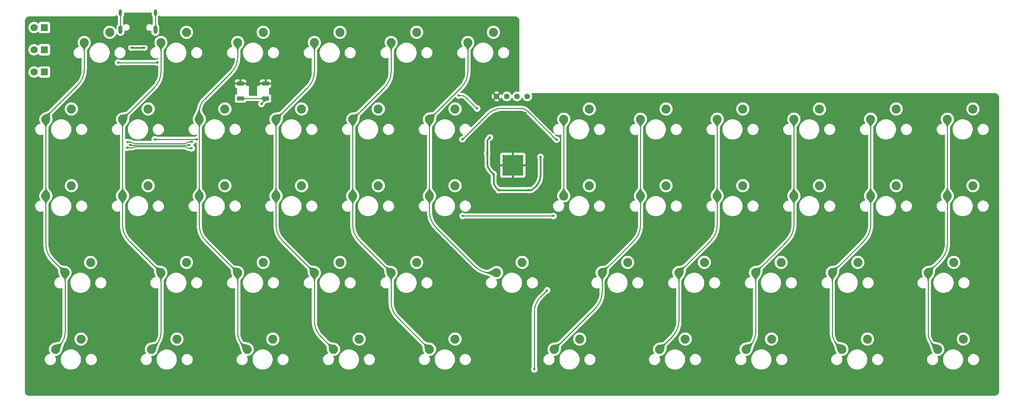
<source format=gtl>
G04 #@! TF.GenerationSoftware,KiCad,Pcbnew,(6.0.5)*
G04 #@! TF.CreationDate,2023-01-07T12:48:09-05:00*
G04 #@! TF.ProjectId,V4N4LPH4G0N-rounded,56344e34-4c50-4483-9447-304e2d726f75,rev?*
G04 #@! TF.SameCoordinates,Original*
G04 #@! TF.FileFunction,Copper,L1,Top*
G04 #@! TF.FilePolarity,Positive*
%FSLAX46Y46*%
G04 Gerber Fmt 4.6, Leading zero omitted, Abs format (unit mm)*
G04 Created by KiCad (PCBNEW (6.0.5)) date 2023-01-07 12:48:09*
%MOMM*%
%LPD*%
G01*
G04 APERTURE LIST*
G04 #@! TA.AperFunction,ComponentPad*
%ADD10C,2.250000*%
G04 #@! TD*
G04 #@! TA.AperFunction,SMDPad,CuDef*
%ADD11R,1.800000X1.100000*%
G04 #@! TD*
G04 #@! TA.AperFunction,ComponentPad*
%ADD12R,1.800000X1.800000*%
G04 #@! TD*
G04 #@! TA.AperFunction,ComponentPad*
%ADD13C,1.800000*%
G04 #@! TD*
G04 #@! TA.AperFunction,ComponentPad*
%ADD14C,1.397000*%
G04 #@! TD*
G04 #@! TA.AperFunction,ComponentPad*
%ADD15C,0.500000*%
G04 #@! TD*
G04 #@! TA.AperFunction,SMDPad,CuDef*
%ADD16R,5.200000X5.200000*%
G04 #@! TD*
G04 #@! TA.AperFunction,ComponentPad*
%ADD17O,1.000000X2.100000*%
G04 #@! TD*
G04 #@! TA.AperFunction,ComponentPad*
%ADD18O,0.800000X1.600000*%
G04 #@! TD*
G04 #@! TA.AperFunction,ViaPad*
%ADD19C,0.600000*%
G04 #@! TD*
G04 #@! TA.AperFunction,Conductor*
%ADD20C,0.254000*%
G04 #@! TD*
G04 #@! TA.AperFunction,Conductor*
%ADD21C,0.381000*%
G04 #@! TD*
G04 APERTURE END LIST*
D10*
X98583750Y-101917500D03*
X104933750Y-99377500D03*
X58102500Y-120967500D03*
X64452500Y-118427500D03*
X117633750Y-101917500D03*
X123983750Y-99377500D03*
X227171250Y-101917500D03*
X233521250Y-99377500D03*
X179546250Y-82867500D03*
X185896250Y-80327500D03*
X217646250Y-63817500D03*
X223996250Y-61277500D03*
X103346250Y-120967500D03*
X109696250Y-118427500D03*
X31908750Y-63817500D03*
X38258750Y-61277500D03*
X136683750Y-44767500D03*
X143033750Y-42227500D03*
D11*
X86443750Y-54982500D03*
X80243750Y-54982500D03*
X86443750Y-58682500D03*
X80243750Y-58682500D03*
D10*
X205740000Y-120967500D03*
X212090000Y-118427500D03*
X236696250Y-63817500D03*
X243046250Y-61277500D03*
X50958750Y-63817500D03*
X57308750Y-61277500D03*
X117633750Y-44767500D03*
X123983750Y-42227500D03*
D12*
X31529966Y-52092637D03*
D13*
X28989966Y-52092637D03*
D10*
X198596250Y-63817500D03*
X204946250Y-61277500D03*
X208121250Y-101917500D03*
X214471250Y-99377500D03*
X41433750Y-44767500D03*
X47783750Y-42227500D03*
X253365000Y-120967500D03*
X259715000Y-118427500D03*
X217646250Y-82867500D03*
X223996250Y-80327500D03*
X179546250Y-63817500D03*
X185896250Y-61277500D03*
X50958750Y-82867500D03*
X57308750Y-80327500D03*
X79533750Y-44767500D03*
X85883750Y-42227500D03*
X89058750Y-82867500D03*
X95408750Y-80327500D03*
X81915000Y-120967500D03*
X88265000Y-118427500D03*
D12*
X31529966Y-46571537D03*
D13*
X28989966Y-46571537D03*
D10*
X70008750Y-82867500D03*
X76358750Y-80327500D03*
X236696250Y-82867500D03*
X243046250Y-80327500D03*
X160496250Y-82867500D03*
X166846250Y-80327500D03*
X60483750Y-101917500D03*
X66833750Y-99377500D03*
X127158750Y-120967500D03*
X133508750Y-118427500D03*
X170021250Y-101917500D03*
X176371250Y-99377500D03*
X127158750Y-63817500D03*
X133508750Y-61277500D03*
X31908750Y-82867500D03*
X38258750Y-80327500D03*
X98583750Y-44767500D03*
X104933750Y-42227500D03*
D12*
X31529966Y-41050437D03*
D13*
X28989966Y-41050437D03*
D10*
X36671250Y-101917500D03*
X43021250Y-99377500D03*
X70008750Y-63817500D03*
X76358750Y-61277500D03*
X127158750Y-82867500D03*
X133508750Y-80327500D03*
X255746250Y-63817500D03*
X262096250Y-61277500D03*
X108108750Y-63817500D03*
X114458750Y-61277500D03*
X255746250Y-82867500D03*
X262096250Y-80327500D03*
X60483750Y-44767500D03*
X66833750Y-42227500D03*
X250983750Y-101917500D03*
X257333750Y-99377500D03*
X189071250Y-101917500D03*
X195421250Y-99377500D03*
X158115000Y-120967500D03*
X164465000Y-118427500D03*
D14*
X151447500Y-58152500D03*
X148907500Y-58152500D03*
X146367500Y-58152500D03*
X143827500Y-58152500D03*
D10*
X34290000Y-120967500D03*
X40640000Y-118427500D03*
X229552500Y-120967500D03*
X235902500Y-118427500D03*
X108108750Y-82867500D03*
X114458750Y-80327500D03*
X184308750Y-120967500D03*
X190658750Y-118427500D03*
X160496250Y-63817500D03*
X166846250Y-61277500D03*
X143827500Y-101917500D03*
X150177500Y-99377500D03*
X79533750Y-101917500D03*
X85883750Y-99377500D03*
X198596250Y-82867500D03*
X204946250Y-80327500D03*
X89058750Y-63817500D03*
X95408750Y-61277500D03*
D15*
X150193750Y-77597322D03*
X150193750Y-76422322D03*
X149018750Y-77597322D03*
X147843750Y-72897322D03*
X145493750Y-72897322D03*
X147843750Y-76422322D03*
X149018750Y-74072322D03*
X146668750Y-76422322D03*
X145493750Y-75247322D03*
X145493750Y-76422322D03*
X147843750Y-74072322D03*
X145493750Y-74072322D03*
X150193750Y-74072322D03*
X150193750Y-75247322D03*
X146668750Y-77597322D03*
X147843750Y-77597322D03*
X149018750Y-72897322D03*
X146668750Y-75247322D03*
X146668750Y-74072322D03*
X150193750Y-72897322D03*
D16*
X147843750Y-75247322D03*
D15*
X146668750Y-72897322D03*
X145493750Y-77597322D03*
X149018750Y-76422322D03*
X147843750Y-75247322D03*
X149018750Y-75247322D03*
D17*
X59088750Y-41557334D03*
D18*
X50448750Y-37377334D03*
X59088750Y-37377334D03*
D17*
X50448750Y-41557334D03*
D19*
X69429850Y-68831700D03*
X58967008Y-68821372D03*
X158750000Y-68886651D03*
X135338067Y-68803359D03*
X157956250Y-87851250D03*
X135394548Y-87837689D03*
X153193750Y-125951250D03*
X156368750Y-106322350D03*
X53181250Y-46037500D03*
X56356250Y-46037500D03*
X139001290Y-61174522D03*
X85431250Y-60031250D03*
X134394345Y-57943750D03*
X142977871Y-75668422D03*
X43974455Y-43067248D03*
X78581250Y-54768750D03*
X36952192Y-46616142D03*
X56356250Y-48418750D03*
X57172996Y-45266746D03*
X63063902Y-43012283D03*
X88106250Y-54768750D03*
X144600132Y-67826955D03*
X155040109Y-70526819D03*
X150812500Y-82550000D03*
X36937332Y-41043357D03*
X151028345Y-62239533D03*
X137525000Y-73501250D03*
X140700000Y-66357500D03*
X147149906Y-62198179D03*
X144853358Y-82424509D03*
X52364504Y-45266746D03*
X52035546Y-51964341D03*
X36981914Y-52129483D03*
X155304905Y-80083362D03*
X102393750Y-71437500D03*
X151812500Y-81438750D03*
X141494751Y-72228897D03*
X142182829Y-68353795D03*
X144383038Y-81476547D03*
X154724079Y-73168422D03*
X143081250Y-77470000D03*
X59641405Y-49748663D03*
X49821316Y-49755268D03*
X68125883Y-71050628D03*
X52112080Y-70896192D03*
X67545265Y-70220537D03*
X52772184Y-70228664D03*
X68209041Y-69410600D03*
X52158856Y-69482472D03*
D20*
X158750000Y-68886651D02*
X158665200Y-68886651D01*
X135338067Y-68803359D02*
X135355438Y-68803359D01*
X151546181Y-61852431D02*
X158520438Y-68826688D01*
X58984638Y-68831700D02*
X69429850Y-68831700D01*
X141463626Y-62712542D02*
X135385093Y-68791075D01*
X58972172Y-68826536D02*
X58967008Y-68821372D01*
X149774918Y-61118750D02*
X145311382Y-61118750D01*
X58984638Y-68831681D02*
G75*
G02*
X58972172Y-68826536I-38J17581D01*
G01*
X141463635Y-62712551D02*
G75*
G02*
X145311382Y-61118750I3847765J-3847749D01*
G01*
X158665200Y-68886642D02*
G75*
G02*
X158520439Y-68826687I0J204742D01*
G01*
X149774918Y-61118739D02*
G75*
G02*
X151546181Y-61852431I-18J-2504961D01*
G01*
X135355438Y-68803379D02*
G75*
G03*
X135385093Y-68791075I-38J41979D01*
G01*
X157933099Y-87837689D02*
X135394548Y-87837689D01*
X157956250Y-87851250D02*
X157949469Y-87844469D01*
X157933099Y-87837678D02*
G75*
G02*
X157949469Y-87844469I1J-23122D01*
G01*
X153193750Y-111742414D02*
X153193750Y-125951250D01*
X154781250Y-107909850D02*
X156368750Y-106322350D01*
X153193756Y-111742414D02*
G75*
G02*
X154781250Y-107909850I5420044J14D01*
G01*
D21*
X53181250Y-46037500D02*
X56356250Y-46037500D01*
D20*
X41433750Y-51464479D02*
X41433750Y-44767500D01*
X39839957Y-55312235D02*
X31621721Y-63530472D01*
X36671250Y-101917500D02*
X36671250Y-116902451D01*
X33502542Y-98748792D02*
X36671250Y-101917500D01*
X35480625Y-119776875D02*
X34290000Y-120967500D01*
X31908750Y-94901036D02*
X31908750Y-82867500D01*
X31908750Y-63817500D02*
X31908750Y-82293443D01*
X33502540Y-98748794D02*
G75*
G02*
X31908750Y-94901036I3847760J3847754D01*
G01*
X39839955Y-55312233D02*
G75*
G03*
X41433750Y-51464479I-3847765J3847763D01*
G01*
X35480626Y-119776876D02*
G75*
G03*
X36671250Y-116902451I-2874436J2874426D01*
G01*
X58889957Y-55886292D02*
X50958750Y-63817500D01*
X59293125Y-119776875D02*
X58102500Y-120967500D01*
X60483750Y-116902451D02*
X60483750Y-101917500D01*
X60483750Y-52038536D02*
X60483750Y-44767500D01*
X50958750Y-82867500D02*
X50958750Y-90138536D01*
X50958750Y-82867500D02*
X50958750Y-63817500D01*
X60483750Y-101917500D02*
X52552542Y-93986292D01*
X58889956Y-55886291D02*
G75*
G03*
X60483750Y-52038536I-3847766J3847761D01*
G01*
X59293126Y-119776876D02*
G75*
G03*
X60483750Y-116902451I-2874436J2874426D01*
G01*
X52552540Y-93986294D02*
G75*
G02*
X50958750Y-90138536I3847760J3847754D01*
G01*
X77939957Y-52235042D02*
X71299661Y-58875338D01*
X70008750Y-63817500D02*
X70008750Y-61991875D01*
X80724375Y-119776875D02*
X81915000Y-120967500D01*
X70008750Y-90138536D02*
X70008750Y-82867500D01*
X79533750Y-116902451D02*
X79533750Y-101917500D01*
X79533750Y-48387286D02*
X79533750Y-44767500D01*
X79533750Y-101917500D02*
X71602542Y-93986292D01*
X70008750Y-63817500D02*
X70008750Y-82867500D01*
X70008733Y-61991875D02*
G75*
G02*
X71299662Y-58875339I4407467J-25D01*
G01*
X77939964Y-52235049D02*
G75*
G03*
X79533750Y-48387286I-3847764J3847749D01*
G01*
X71602560Y-93986274D02*
G75*
G02*
X70008750Y-90138536I3847740J3847774D01*
G01*
X80724351Y-119776899D02*
G75*
G02*
X79533750Y-116902451I2874449J2874399D01*
G01*
X98583750Y-52038536D02*
X98583750Y-44767500D01*
X89058750Y-63817500D02*
X89058750Y-82867500D01*
X100177542Y-117798792D02*
X103346250Y-120967500D01*
X89058750Y-63817500D02*
X96989957Y-55886292D01*
X98583750Y-113951036D02*
X98583750Y-101917500D01*
X90652542Y-93986292D02*
X98583750Y-101917500D01*
X89058750Y-90138536D02*
X89058750Y-82867500D01*
X100177560Y-117798774D02*
G75*
G02*
X98583750Y-113951036I3847740J3847774D01*
G01*
X90652560Y-93986274D02*
G75*
G02*
X89058750Y-90138536I3847740J3847774D01*
G01*
X96989939Y-55886274D02*
G75*
G03*
X98583750Y-52038536I-3847739J3847774D01*
G01*
X119227542Y-113036292D02*
X127158750Y-120967500D01*
X108108750Y-63817500D02*
X116039957Y-55886292D01*
X117633750Y-101917500D02*
X109702542Y-93986292D01*
X117633750Y-52038536D02*
X117633750Y-44767500D01*
X117633750Y-101917500D02*
X117633750Y-109188536D01*
X108108750Y-63817500D02*
X108108750Y-82867500D01*
X108108750Y-90138536D02*
X108108750Y-82867500D01*
X116039939Y-55886274D02*
G75*
G03*
X117633750Y-52038536I-3847739J3847774D01*
G01*
X109702560Y-93986274D02*
G75*
G02*
X108108750Y-90138536I3847740J3847774D01*
G01*
X119227560Y-113036274D02*
G75*
G02*
X117633750Y-109188536I3847740J3847774D01*
G01*
X127158750Y-82867500D02*
X127158750Y-63817500D01*
X141922500Y-101917500D02*
X143827500Y-101917500D01*
X135089957Y-55886292D02*
X127445778Y-63530472D01*
X127158750Y-86804786D02*
X127158750Y-82867500D01*
X136683750Y-52038536D02*
X136683750Y-44767500D01*
X128752542Y-90652542D02*
X138670461Y-100570461D01*
X135089939Y-55886274D02*
G75*
G03*
X136683750Y-52038536I-3847739J3847774D01*
G01*
X128752535Y-90652549D02*
G75*
G02*
X127158750Y-86804786I3847765J3847749D01*
G01*
X141922500Y-101917493D02*
G75*
G02*
X138670461Y-100570461I0J4599093D01*
G01*
X160496250Y-63817500D02*
X160496250Y-82867500D01*
X168427457Y-110655042D02*
X158115000Y-120967500D01*
X179546250Y-90138536D02*
X179546250Y-82867500D01*
X179546250Y-82867500D02*
X179546250Y-63817500D01*
X170021250Y-106807286D02*
X170021250Y-101917500D01*
X177952457Y-93986292D02*
X170021250Y-101917500D01*
X177952439Y-93986274D02*
G75*
G03*
X179546250Y-90138536I-3847739J3847774D01*
G01*
X168427464Y-110655049D02*
G75*
G03*
X170021250Y-106807286I-3847764J3847749D01*
G01*
X187477457Y-117798792D02*
X184308750Y-120967500D01*
X198596250Y-82867500D02*
X198596250Y-90138536D01*
X198596250Y-82867500D02*
X198596250Y-63817500D01*
X189071250Y-101917500D02*
X189071250Y-113951036D01*
X189071250Y-101917500D02*
X197002457Y-93986292D01*
X197002439Y-93986274D02*
G75*
G03*
X198596250Y-90138536I-3847739J3847774D01*
G01*
X187477439Y-117798774D02*
G75*
G03*
X189071250Y-113951036I-3847739J3847774D01*
G01*
X208121250Y-101917500D02*
X208121250Y-116902451D01*
X217646250Y-82867500D02*
X217646250Y-63817500D01*
X208121250Y-101917500D02*
X216052457Y-93986292D01*
X217646250Y-90138536D02*
X217646250Y-82867500D01*
X206930625Y-119776875D02*
X205740000Y-120967500D01*
X206930599Y-119776849D02*
G75*
G03*
X208121250Y-116902451I-2874399J2874449D01*
G01*
X216052439Y-93986274D02*
G75*
G03*
X217646250Y-90138536I-3847739J3847774D01*
G01*
X227171250Y-101917500D02*
X227171250Y-116902451D01*
X228361875Y-119776875D02*
X229552500Y-120967500D01*
X236696250Y-82867500D02*
X236696250Y-63817500D01*
X236696250Y-82867500D02*
X236696250Y-90138536D01*
X227171250Y-101917500D02*
X235102457Y-93986292D01*
X228361851Y-119776899D02*
G75*
G02*
X227171250Y-116902451I2874449J2874399D01*
G01*
X235102439Y-93986274D02*
G75*
G03*
X236696250Y-90138536I-3847739J3847774D01*
G01*
X250983750Y-101917500D02*
X250983750Y-116902451D01*
X250983750Y-101917500D02*
X254152457Y-98748792D01*
X255746250Y-94901036D02*
X255746250Y-82867500D01*
X255746250Y-82867500D02*
X255746250Y-63817500D01*
X252174375Y-119776875D02*
X253365000Y-120967500D01*
X252174351Y-119776899D02*
G75*
G02*
X250983750Y-116902451I2874449J2874399D01*
G01*
X254152439Y-98748774D02*
G75*
G03*
X255746250Y-94901036I-3847739J3847774D01*
G01*
X136203917Y-58416417D02*
X138948138Y-61160638D01*
X86324867Y-59137632D02*
X85431250Y-60031250D01*
X84921250Y-58682500D02*
X81876250Y-58682500D01*
X81876250Y-58682500D02*
X80243750Y-58682500D01*
X135062797Y-57943750D02*
X134394345Y-57943750D01*
X84921250Y-58682500D02*
X86275625Y-58682500D01*
X139001290Y-61174522D02*
X138981656Y-61174522D01*
X135062797Y-57943741D02*
G75*
G02*
X136203917Y-58416417I3J-1613759D01*
G01*
X86324847Y-59137612D02*
G75*
G03*
X86443750Y-58850625I-286947J287012D01*
G01*
X138981656Y-61174546D02*
G75*
G02*
X138948139Y-61160637I44J47446D01*
G01*
X50448750Y-41557334D02*
X50448750Y-37377334D01*
X59088750Y-41557334D02*
X59088750Y-37377334D01*
D21*
X52376002Y-45255248D02*
X52364504Y-45266746D01*
X57133739Y-45243750D02*
X52403760Y-45243750D01*
X57172996Y-45266746D02*
X57161498Y-45255248D01*
X57133739Y-45243721D02*
G75*
G02*
X57161497Y-45255249I-39J-39279D01*
G01*
X52376023Y-45255269D02*
G75*
G02*
X52403760Y-45243750I27777J-27731D01*
G01*
X154719427Y-73173074D02*
X154724079Y-73168422D01*
X141830374Y-68678789D02*
X142145660Y-68363503D01*
X143732144Y-80825653D02*
X144383038Y-81476547D01*
X141505380Y-69463395D02*
X141505380Y-72210752D01*
X141500065Y-72223582D02*
X141494751Y-72228897D01*
X151812500Y-81438750D02*
X144447561Y-81438750D01*
X154714775Y-77839272D02*
X154714775Y-73184304D01*
X141493750Y-72230605D02*
X141493750Y-74759967D01*
X152886882Y-81158116D02*
X153660512Y-80384487D01*
X152209375Y-81438750D02*
X151812500Y-81438750D01*
X141494250Y-72229397D02*
X141494751Y-72228897D01*
X142287500Y-76676250D02*
X143081250Y-77470000D01*
X142169099Y-68353795D02*
X142182829Y-68353795D01*
X144401936Y-81457648D02*
X144383038Y-81476547D01*
X143081250Y-79254255D02*
X143081250Y-77470000D01*
X143732130Y-80825667D02*
G75*
G02*
X143081250Y-79254255I1571370J1571367D01*
G01*
X153660526Y-80384501D02*
G75*
G03*
X154714775Y-77839272I-2545226J2545201D01*
G01*
X141500047Y-72223564D02*
G75*
G03*
X141505380Y-72210752I-12847J12864D01*
G01*
X142287480Y-76676270D02*
G75*
G02*
X141493750Y-74759967I1916320J1916270D01*
G01*
X142145670Y-68363513D02*
G75*
G02*
X142169099Y-68353795I23430J-23387D01*
G01*
X144401950Y-81457662D02*
G75*
G02*
X144447561Y-81438750I45650J-45638D01*
G01*
X141493736Y-72230605D02*
G75*
G02*
X141494250Y-72229397I1664J5D01*
G01*
X141505382Y-69463395D02*
G75*
G02*
X141830374Y-68678789I1109618J-5D01*
G01*
X152209375Y-81438728D02*
G75*
G03*
X152886882Y-81158116I25J958128D01*
G01*
X154714791Y-73184304D02*
G75*
G02*
X154719427Y-73173074I15909J4D01*
G01*
D20*
X59630129Y-49755268D02*
X49821316Y-49755268D01*
X59638102Y-49751965D02*
X59641405Y-49748663D01*
X59630129Y-49755290D02*
G75*
G03*
X59638102Y-49751965I-29J11290D01*
G01*
X67401946Y-71051370D02*
X68124616Y-71051370D01*
X68125883Y-71050628D02*
X68125512Y-71050999D01*
X53435470Y-70896192D02*
X52112080Y-70896192D01*
X66461537Y-70661840D02*
X54001245Y-70661840D01*
X67401946Y-71051337D02*
G75*
G02*
X66931742Y-70856605I-46J664937D01*
G01*
X53718336Y-70778994D02*
G75*
G02*
X54001245Y-70661840I282864J-282906D01*
G01*
X53435470Y-70896162D02*
G75*
G03*
X53718358Y-70779016I30J400062D01*
G01*
X68124616Y-71051380D02*
G75*
G03*
X68125512Y-71050999I-16J1280D01*
G01*
X66461537Y-70661811D02*
G75*
G02*
X66931742Y-70856605I-37J-664989D01*
G01*
X67545265Y-70220537D02*
X67527573Y-70238228D01*
X52772184Y-70228664D02*
X52785812Y-70242292D01*
X67484862Y-70255920D02*
X52818712Y-70255920D01*
X52818712Y-70255913D02*
G75*
G02*
X52785812Y-70242292I-12J46513D01*
G01*
X67484862Y-70255887D02*
G75*
G03*
X67527573Y-70238228I38J60387D01*
G01*
X68209041Y-69410600D02*
X67592279Y-69410600D01*
X66531474Y-69850000D02*
X53802679Y-69850000D01*
X52915388Y-69482472D02*
X52158856Y-69482472D01*
X53802679Y-69850017D02*
G75*
G02*
X53359034Y-69666236I21J627417D01*
G01*
X66531474Y-69849982D02*
G75*
G03*
X67061877Y-69630300I26J750082D01*
G01*
X52915388Y-69482486D02*
G75*
G02*
X53359034Y-69666236I12J-627414D01*
G01*
X67061888Y-69630311D02*
G75*
G02*
X67592279Y-69410600I530412J-530389D01*
G01*
G04 #@! TA.AperFunction,Conductor*
G36*
X86210119Y-58193374D02*
G01*
X86477683Y-58450678D01*
X86477684Y-58450678D01*
X86603479Y-58571650D01*
X86603481Y-58571652D01*
X86709981Y-58674067D01*
X86713569Y-58682271D01*
X86709981Y-58690933D01*
X86204011Y-59177500D01*
X86102705Y-59123741D01*
X86017185Y-59070558D01*
X85942736Y-59019149D01*
X85874644Y-58970711D01*
X85874591Y-58970676D01*
X85874577Y-58970666D01*
X85808388Y-58926568D01*
X85808378Y-58926562D01*
X85808195Y-58926440D01*
X85777524Y-58909275D01*
X85738964Y-58887694D01*
X85738956Y-58887690D01*
X85738677Y-58887534D01*
X85661374Y-58855189D01*
X85571574Y-58830604D01*
X85533403Y-58825029D01*
X85464865Y-58815019D01*
X85464860Y-58815019D01*
X85464562Y-58814975D01*
X85346828Y-58809976D01*
X85338708Y-58806202D01*
X85335625Y-58798287D01*
X85335625Y-58566713D01*
X85339052Y-58558440D01*
X85346829Y-58555024D01*
X85464562Y-58550024D01*
X85464860Y-58549980D01*
X85464865Y-58549980D01*
X85533403Y-58539970D01*
X85571574Y-58534395D01*
X85661374Y-58509810D01*
X85738677Y-58477465D01*
X85738956Y-58477309D01*
X85738964Y-58477305D01*
X85784630Y-58451747D01*
X85808195Y-58438559D01*
X85808378Y-58438437D01*
X85808388Y-58438431D01*
X85874577Y-58394333D01*
X85874591Y-58394323D01*
X85874644Y-58394288D01*
X85942736Y-58345850D01*
X86016962Y-58294595D01*
X86017402Y-58294306D01*
X86102377Y-58241462D01*
X86103058Y-58241071D01*
X86142172Y-58220315D01*
X86196526Y-58191472D01*
X86205439Y-58190621D01*
X86210119Y-58193374D01*
G37*
G04 #@! TD.AperFunction*
G04 #@! TA.AperFunction,Conductor*
G36*
X128668423Y-62143896D02*
G01*
X128832354Y-62307827D01*
X128835781Y-62316100D01*
X128832790Y-62323913D01*
X128661559Y-62514778D01*
X128661554Y-62514784D01*
X128661304Y-62515063D01*
X128661089Y-62515378D01*
X128661087Y-62515380D01*
X128622286Y-62572114D01*
X128535835Y-62698519D01*
X128453504Y-62870985D01*
X128404029Y-63037416D01*
X128377130Y-63202765D01*
X128377111Y-63202981D01*
X128377111Y-63202984D01*
X128362526Y-63371988D01*
X128349952Y-63549832D01*
X128349914Y-63550247D01*
X128329127Y-63741437D01*
X128329000Y-63742298D01*
X128308485Y-63851924D01*
X128289781Y-63951869D01*
X128289514Y-63952989D01*
X128223848Y-64178439D01*
X128218245Y-64185424D01*
X128212844Y-64186865D01*
X128188468Y-64187342D01*
X128057794Y-64189896D01*
X126761003Y-64215247D01*
X126784035Y-63037061D01*
X126789385Y-62763406D01*
X126792973Y-62755202D01*
X126797811Y-62752402D01*
X127023260Y-62686735D01*
X127024380Y-62686468D01*
X127124325Y-62667764D01*
X127233951Y-62647249D01*
X127234812Y-62647122D01*
X127426002Y-62626335D01*
X127426395Y-62626299D01*
X127604261Y-62613723D01*
X127773265Y-62599138D01*
X127773268Y-62599138D01*
X127773484Y-62599119D01*
X127773700Y-62599084D01*
X127773707Y-62599083D01*
X127938467Y-62572280D01*
X127938471Y-62572279D01*
X127938834Y-62572220D01*
X128105264Y-62522745D01*
X128105665Y-62522553D01*
X128105669Y-62522552D01*
X128197673Y-62478631D01*
X128277730Y-62440414D01*
X128373174Y-62375138D01*
X128460869Y-62315162D01*
X128460871Y-62315160D01*
X128461186Y-62314945D01*
X128461465Y-62314695D01*
X128461471Y-62314690D01*
X128652337Y-62143460D01*
X128660784Y-62140486D01*
X128668423Y-62143896D01*
G37*
G04 #@! TD.AperFunction*
G04 #@! TA.AperFunction,Conductor*
G36*
X59097183Y-37186103D02*
G01*
X59442928Y-37545635D01*
X59446193Y-37553974D01*
X59444876Y-37559142D01*
X59412603Y-37621222D01*
X59412318Y-37621737D01*
X59377577Y-37681066D01*
X59377432Y-37681307D01*
X59344424Y-37733954D01*
X59313838Y-37782822D01*
X59286333Y-37830893D01*
X59262502Y-37881253D01*
X59242936Y-37936990D01*
X59228227Y-38001191D01*
X59218968Y-38076943D01*
X59218960Y-38077180D01*
X59218959Y-38077187D01*
X59216152Y-38156050D01*
X59212433Y-38164196D01*
X59204459Y-38167334D01*
X58973041Y-38167334D01*
X58964768Y-38163907D01*
X58961348Y-38156050D01*
X58958540Y-38077187D01*
X58958539Y-38077180D01*
X58958531Y-38076943D01*
X58949272Y-38001191D01*
X58934563Y-37936990D01*
X58914997Y-37881253D01*
X58891166Y-37830893D01*
X58863661Y-37782822D01*
X58833075Y-37733954D01*
X58800067Y-37681307D01*
X58799922Y-37681066D01*
X58765181Y-37621737D01*
X58764896Y-37621222D01*
X58732624Y-37559142D01*
X58731849Y-37550220D01*
X58734572Y-37545635D01*
X59080317Y-37186103D01*
X59088521Y-37182515D01*
X59097183Y-37186103D01*
G37*
G04 #@! TD.AperFunction*
G04 #@! TA.AperFunction,Conductor*
G36*
X51082943Y-80625927D02*
G01*
X51086353Y-80633563D01*
X51100282Y-80889238D01*
X51100354Y-80889617D01*
X51100354Y-80889621D01*
X51120222Y-80994956D01*
X51141355Y-81107004D01*
X51205185Y-81286555D01*
X51287987Y-81438651D01*
X51385976Y-81574050D01*
X51386104Y-81574202D01*
X51386113Y-81574213D01*
X51495303Y-81703435D01*
X51495366Y-81703509D01*
X51612242Y-81837638D01*
X51612492Y-81837935D01*
X51732928Y-81987290D01*
X51733468Y-81988015D01*
X51853772Y-82163359D01*
X51854379Y-82164345D01*
X51967108Y-82369583D01*
X51968087Y-82378484D01*
X51965286Y-82383326D01*
X51501293Y-82865821D01*
X51501293Y-82865822D01*
X50958750Y-83430000D01*
X49952214Y-82383326D01*
X49948949Y-82374987D01*
X49950392Y-82369583D01*
X50063120Y-82164345D01*
X50063727Y-82163359D01*
X50184031Y-81988015D01*
X50184571Y-81987290D01*
X50305007Y-81837935D01*
X50305257Y-81837638D01*
X50422133Y-81703509D01*
X50422196Y-81703435D01*
X50531386Y-81574213D01*
X50531395Y-81574202D01*
X50531523Y-81574050D01*
X50629512Y-81438651D01*
X50712314Y-81286555D01*
X50776144Y-81107004D01*
X50817217Y-80889238D01*
X50831147Y-80633562D01*
X50835019Y-80625489D01*
X50842830Y-80622500D01*
X51074670Y-80622500D01*
X51082943Y-80625927D01*
G37*
G04 #@! TD.AperFunction*
G04 #@! TA.AperFunction,Conductor*
G36*
X236820443Y-80625927D02*
G01*
X236823853Y-80633563D01*
X236837782Y-80889238D01*
X236837854Y-80889617D01*
X236837854Y-80889621D01*
X236857722Y-80994956D01*
X236878855Y-81107004D01*
X236942685Y-81286555D01*
X237025487Y-81438651D01*
X237123476Y-81574050D01*
X237123604Y-81574202D01*
X237123613Y-81574213D01*
X237232803Y-81703435D01*
X237232866Y-81703509D01*
X237349742Y-81837638D01*
X237349992Y-81837935D01*
X237470428Y-81987290D01*
X237470968Y-81988015D01*
X237591272Y-82163359D01*
X237591879Y-82164345D01*
X237704608Y-82369583D01*
X237705587Y-82378484D01*
X237702786Y-82383326D01*
X237238793Y-82865821D01*
X237238793Y-82865822D01*
X236696250Y-83430000D01*
X235689714Y-82383326D01*
X235686449Y-82374987D01*
X235687892Y-82369583D01*
X235800620Y-82164345D01*
X235801227Y-82163359D01*
X235921531Y-81988015D01*
X235922071Y-81987290D01*
X236042507Y-81837935D01*
X236042757Y-81837638D01*
X236159633Y-81703509D01*
X236159696Y-81703435D01*
X236268886Y-81574213D01*
X236268895Y-81574202D01*
X236269023Y-81574050D01*
X236367012Y-81438651D01*
X236449814Y-81286555D01*
X236513644Y-81107004D01*
X236554717Y-80889238D01*
X236568647Y-80633562D01*
X236572519Y-80625489D01*
X236580330Y-80622500D01*
X236812170Y-80622500D01*
X236820443Y-80625927D01*
G37*
G04 #@! TD.AperFunction*
G04 #@! TA.AperFunction,Conductor*
G36*
X35181848Y-100247641D02*
G01*
X35365164Y-100412014D01*
X35372487Y-100418580D01*
X35555514Y-100543520D01*
X35727610Y-100625348D01*
X35893708Y-100674346D01*
X35894076Y-100674405D01*
X36058517Y-100700764D01*
X36058524Y-100700765D01*
X36058737Y-100700799D01*
X36227630Y-100714990D01*
X36405115Y-100727189D01*
X36405511Y-100727224D01*
X36555805Y-100743334D01*
X36596277Y-100747672D01*
X36597171Y-100747803D01*
X36707021Y-100768253D01*
X36806222Y-100786721D01*
X36807344Y-100786987D01*
X36869241Y-100804996D01*
X37032186Y-100852404D01*
X37039172Y-100858005D01*
X37040615Y-100863409D01*
X37056023Y-101651566D01*
X37068997Y-102315247D01*
X35772206Y-102289896D01*
X35695933Y-102288405D01*
X35617159Y-102286865D01*
X35608955Y-102283277D01*
X35606154Y-102278436D01*
X35540738Y-102053597D01*
X35540470Y-102052469D01*
X35501553Y-101843421D01*
X35501422Y-101842527D01*
X35480976Y-101651785D01*
X35480937Y-101651340D01*
X35468743Y-101473930D01*
X35468740Y-101473880D01*
X35454549Y-101304987D01*
X35428096Y-101139958D01*
X35379098Y-100973860D01*
X35297270Y-100801764D01*
X35172330Y-100618737D01*
X35001391Y-100428098D01*
X34998419Y-100419650D01*
X35001829Y-100412014D01*
X35165764Y-100248079D01*
X35174037Y-100244652D01*
X35181848Y-100247641D01*
G37*
G04 #@! TD.AperFunction*
G04 #@! TA.AperFunction,Conductor*
G36*
X128059325Y-64191487D02*
G01*
X128059325Y-64191488D01*
X128165286Y-64301674D01*
X128168551Y-64310013D01*
X128167108Y-64315417D01*
X128054379Y-64520654D01*
X128053772Y-64521640D01*
X127933468Y-64696984D01*
X127932934Y-64697702D01*
X127812492Y-64847064D01*
X127812242Y-64847361D01*
X127695366Y-64981490D01*
X127695331Y-64981531D01*
X127695303Y-64981564D01*
X127586113Y-65110786D01*
X127586104Y-65110797D01*
X127585976Y-65110949D01*
X127487987Y-65246348D01*
X127405185Y-65398444D01*
X127341355Y-65577995D01*
X127341270Y-65578447D01*
X127300355Y-65795376D01*
X127300282Y-65795761D01*
X127300261Y-65796147D01*
X127286353Y-66051436D01*
X127282481Y-66059511D01*
X127274670Y-66062500D01*
X127042830Y-66062500D01*
X127034557Y-66059073D01*
X127031147Y-66051437D01*
X127017238Y-65796147D01*
X127017217Y-65795761D01*
X126976144Y-65577995D01*
X126912314Y-65398444D01*
X126829512Y-65246348D01*
X126731523Y-65110949D01*
X126731395Y-65110797D01*
X126731386Y-65110786D01*
X126622196Y-64981564D01*
X126622168Y-64981531D01*
X126622133Y-64981490D01*
X126505257Y-64847361D01*
X126505007Y-64847064D01*
X126384565Y-64697702D01*
X126384031Y-64696984D01*
X126263727Y-64521640D01*
X126263120Y-64520654D01*
X126150392Y-64315417D01*
X126149413Y-64306516D01*
X126152214Y-64301674D01*
X126259853Y-64189743D01*
X127158750Y-63255000D01*
X128059325Y-64191487D01*
G37*
G04 #@! TD.AperFunction*
G04 #@! TA.AperFunction,Conductor*
G36*
X135699334Y-68313359D02*
G01*
X135862779Y-68476804D01*
X135866206Y-68485077D01*
X135862958Y-68493167D01*
X135822133Y-68535805D01*
X135782951Y-68581327D01*
X135751654Y-68622905D01*
X135726564Y-68661978D01*
X135706005Y-68699986D01*
X135688303Y-68738370D01*
X135671780Y-68778570D01*
X135671765Y-68778608D01*
X135654787Y-68821962D01*
X135654762Y-68822028D01*
X135635609Y-68870086D01*
X135635510Y-68870324D01*
X135615767Y-68916850D01*
X135609381Y-68923128D01*
X135604276Y-68923958D01*
X135235893Y-68901223D01*
X135227847Y-68897293D01*
X135224973Y-68888368D01*
X135251804Y-68622905D01*
X135262090Y-68521131D01*
X135266332Y-68513246D01*
X135270930Y-68510950D01*
X135293725Y-68505331D01*
X135316572Y-68499699D01*
X135316722Y-68499663D01*
X135364406Y-68488573D01*
X135364449Y-68488563D01*
X135407629Y-68478151D01*
X135447509Y-68467018D01*
X135485406Y-68453740D01*
X135509685Y-68442753D01*
X135522380Y-68437008D01*
X135522384Y-68437006D01*
X135522638Y-68436891D01*
X135522871Y-68436756D01*
X135522882Y-68436751D01*
X135560291Y-68415181D01*
X135560295Y-68415179D01*
X135560523Y-68415047D01*
X135600378Y-68386782D01*
X135643521Y-68350673D01*
X135683002Y-68313150D01*
X135691358Y-68309936D01*
X135699334Y-68313359D01*
G37*
G04 #@! TD.AperFunction*
G04 #@! TA.AperFunction,Conductor*
G36*
X60872120Y-101758857D02*
G01*
X61490286Y-102401674D01*
X61493551Y-102410013D01*
X61492108Y-102415417D01*
X61379379Y-102620654D01*
X61378772Y-102621640D01*
X61258468Y-102796984D01*
X61257934Y-102797702D01*
X61137492Y-102947064D01*
X61137242Y-102947361D01*
X61020366Y-103081490D01*
X61020331Y-103081531D01*
X61020303Y-103081564D01*
X60911113Y-103210786D01*
X60911104Y-103210797D01*
X60910976Y-103210949D01*
X60812987Y-103346348D01*
X60730185Y-103498444D01*
X60666355Y-103677995D01*
X60666270Y-103678447D01*
X60625355Y-103895376D01*
X60625282Y-103895761D01*
X60625261Y-103896147D01*
X60611353Y-104151436D01*
X60607481Y-104159511D01*
X60599670Y-104162500D01*
X60367830Y-104162500D01*
X60359557Y-104159073D01*
X60356147Y-104151437D01*
X60342238Y-103896147D01*
X60342217Y-103895761D01*
X60301144Y-103677995D01*
X60237314Y-103498444D01*
X60154512Y-103346348D01*
X60056523Y-103210949D01*
X60056395Y-103210797D01*
X60056386Y-103210786D01*
X59947196Y-103081564D01*
X59947168Y-103081531D01*
X59947133Y-103081490D01*
X59830257Y-102947361D01*
X59830007Y-102947064D01*
X59709565Y-102797702D01*
X59709031Y-102796984D01*
X59588727Y-102621640D01*
X59588120Y-102620654D01*
X59475392Y-102415417D01*
X59474413Y-102406516D01*
X59477214Y-102401674D01*
X59583092Y-102291574D01*
X60483750Y-101355000D01*
X60872120Y-101758857D01*
G37*
G04 #@! TD.AperFunction*
G04 #@! TA.AperFunction,Conductor*
G36*
X70132943Y-80625927D02*
G01*
X70136353Y-80633563D01*
X70150282Y-80889238D01*
X70150354Y-80889617D01*
X70150354Y-80889621D01*
X70170222Y-80994956D01*
X70191355Y-81107004D01*
X70255185Y-81286555D01*
X70337987Y-81438651D01*
X70435976Y-81574050D01*
X70436104Y-81574202D01*
X70436113Y-81574213D01*
X70545303Y-81703435D01*
X70545366Y-81703509D01*
X70662242Y-81837638D01*
X70662492Y-81837935D01*
X70782928Y-81987290D01*
X70783468Y-81988015D01*
X70903772Y-82163359D01*
X70904379Y-82164345D01*
X71017108Y-82369583D01*
X71018087Y-82378484D01*
X71015286Y-82383326D01*
X70551293Y-82865821D01*
X70551293Y-82865822D01*
X70008750Y-83430000D01*
X69002214Y-82383326D01*
X68998949Y-82374987D01*
X69000392Y-82369583D01*
X69113120Y-82164345D01*
X69113727Y-82163359D01*
X69234031Y-81988015D01*
X69234571Y-81987290D01*
X69355007Y-81837935D01*
X69355257Y-81837638D01*
X69472133Y-81703509D01*
X69472196Y-81703435D01*
X69581386Y-81574213D01*
X69581395Y-81574202D01*
X69581523Y-81574050D01*
X69679512Y-81438651D01*
X69762314Y-81286555D01*
X69826144Y-81107004D01*
X69867217Y-80889238D01*
X69881147Y-80633562D01*
X69885019Y-80625489D01*
X69892830Y-80622500D01*
X70124670Y-80622500D01*
X70132943Y-80625927D01*
G37*
G04 #@! TD.AperFunction*
G04 #@! TA.AperFunction,Conductor*
G36*
X49959478Y-49488986D02*
G01*
X50001801Y-49510266D01*
X50002016Y-49510377D01*
X50045456Y-49533413D01*
X50084722Y-49554368D01*
X50084768Y-49554391D01*
X50084806Y-49554411D01*
X50121629Y-49572971D01*
X50121759Y-49573036D01*
X50158605Y-49589261D01*
X50197299Y-49602886D01*
X50197548Y-49602950D01*
X50197556Y-49602952D01*
X50226481Y-49610336D01*
X50239878Y-49613756D01*
X50288382Y-49621714D01*
X50288607Y-49621733D01*
X50288619Y-49621735D01*
X50344649Y-49626586D01*
X50344656Y-49626586D01*
X50344848Y-49626603D01*
X50345045Y-49626608D01*
X50345046Y-49626608D01*
X50352421Y-49626793D01*
X50399910Y-49627982D01*
X50408094Y-49631615D01*
X50411316Y-49639678D01*
X50411316Y-49870858D01*
X50407889Y-49879131D01*
X50399910Y-49882554D01*
X50350046Y-49883802D01*
X50345046Y-49883927D01*
X50345045Y-49883927D01*
X50344848Y-49883932D01*
X50344656Y-49883949D01*
X50344649Y-49883949D01*
X50288619Y-49888800D01*
X50288607Y-49888802D01*
X50288382Y-49888821D01*
X50239878Y-49896779D01*
X50226481Y-49900199D01*
X50197556Y-49907583D01*
X50197548Y-49907585D01*
X50197299Y-49907649D01*
X50158605Y-49921274D01*
X50121759Y-49937499D01*
X50121629Y-49937564D01*
X50084806Y-49956124D01*
X50084768Y-49956144D01*
X50084722Y-49956167D01*
X50084659Y-49956200D01*
X50084641Y-49956210D01*
X50045484Y-49977107D01*
X50045456Y-49977122D01*
X50002026Y-50000153D01*
X50001801Y-50000269D01*
X49959480Y-50021548D01*
X49950549Y-50022203D01*
X49946114Y-50019528D01*
X49680085Y-49763701D01*
X49676497Y-49755497D01*
X49680085Y-49746835D01*
X49799900Y-49631615D01*
X49946114Y-49491007D01*
X49954453Y-49487742D01*
X49959478Y-49488986D01*
G37*
G04 #@! TD.AperFunction*
G04 #@! TA.AperFunction,Conductor*
G36*
X98592183Y-44213769D02*
G01*
X99590286Y-45251674D01*
X99593551Y-45260013D01*
X99592108Y-45265417D01*
X99479379Y-45470654D01*
X99478772Y-45471640D01*
X99358468Y-45646984D01*
X99357934Y-45647702D01*
X99237492Y-45797064D01*
X99237242Y-45797361D01*
X99120366Y-45931490D01*
X99120331Y-45931531D01*
X99120303Y-45931564D01*
X99011113Y-46060786D01*
X99011104Y-46060797D01*
X99010976Y-46060949D01*
X98912987Y-46196348D01*
X98830185Y-46348444D01*
X98766355Y-46527995D01*
X98766270Y-46528447D01*
X98725355Y-46745376D01*
X98725282Y-46745761D01*
X98725261Y-46746147D01*
X98711353Y-47001436D01*
X98707481Y-47009511D01*
X98699670Y-47012500D01*
X98467830Y-47012500D01*
X98459557Y-47009073D01*
X98456147Y-47001437D01*
X98442238Y-46746147D01*
X98442217Y-46745761D01*
X98401144Y-46527995D01*
X98337314Y-46348444D01*
X98254512Y-46196348D01*
X98156523Y-46060949D01*
X98156395Y-46060797D01*
X98156386Y-46060786D01*
X98047196Y-45931564D01*
X98047168Y-45931531D01*
X98047133Y-45931490D01*
X97930257Y-45797361D01*
X97930007Y-45797064D01*
X97809565Y-45647702D01*
X97809031Y-45646984D01*
X97688727Y-45471640D01*
X97688120Y-45470654D01*
X97575392Y-45265417D01*
X97574413Y-45256516D01*
X97577214Y-45251674D01*
X98575317Y-44213769D01*
X98583521Y-44210181D01*
X98592183Y-44213769D01*
G37*
G04 #@! TD.AperFunction*
G04 #@! TA.AperFunction,Conductor*
G36*
X80165195Y-118829635D02*
G01*
X80332939Y-119094445D01*
X80507356Y-119299801D01*
X80507745Y-119300125D01*
X80685063Y-119448001D01*
X80685067Y-119448004D01*
X80685481Y-119448349D01*
X80685950Y-119448612D01*
X80685954Y-119448615D01*
X80869850Y-119551848D01*
X80869855Y-119551850D01*
X80870266Y-119552081D01*
X81064664Y-119622987D01*
X81064977Y-119623063D01*
X81064978Y-119623063D01*
X81271465Y-119673019D01*
X81271480Y-119673022D01*
X81271628Y-119673058D01*
X81271793Y-119673089D01*
X81271795Y-119673089D01*
X81494110Y-119714284D01*
X81734844Y-119758617D01*
X81735313Y-119758714D01*
X81941693Y-119805523D01*
X81997041Y-119818077D01*
X81997829Y-119818285D01*
X82276049Y-119902345D01*
X82282977Y-119908018D01*
X82284363Y-119913316D01*
X82312509Y-121353082D01*
X82309244Y-121361421D01*
X82300582Y-121365009D01*
X80860561Y-121336858D01*
X80852357Y-121333270D01*
X80849692Y-121328866D01*
X80752942Y-121039158D01*
X80752861Y-121038905D01*
X80673843Y-120783077D01*
X80673791Y-120782902D01*
X80608110Y-120557887D01*
X80608102Y-120557861D01*
X80548811Y-120352945D01*
X80548795Y-120352889D01*
X80488918Y-120157283D01*
X80421517Y-119960321D01*
X80365802Y-119818076D01*
X80339679Y-119751382D01*
X80339673Y-119751368D01*
X80339630Y-119751258D01*
X80236295Y-119519345D01*
X80127357Y-119299801D01*
X80104580Y-119253898D01*
X80104575Y-119253889D01*
X80104549Y-119253836D01*
X79942909Y-118954139D01*
X79941998Y-118945231D01*
X79947508Y-118938367D01*
X80149615Y-118825678D01*
X80158509Y-118824642D01*
X80165195Y-118829635D01*
G37*
G04 #@! TD.AperFunction*
G04 #@! TA.AperFunction,Conductor*
G36*
X217654683Y-63263769D02*
G01*
X218652786Y-64301674D01*
X218656051Y-64310013D01*
X218654608Y-64315417D01*
X218541879Y-64520654D01*
X218541272Y-64521640D01*
X218420968Y-64696984D01*
X218420434Y-64697702D01*
X218299992Y-64847064D01*
X218299742Y-64847361D01*
X218182866Y-64981490D01*
X218182831Y-64981531D01*
X218182803Y-64981564D01*
X218073613Y-65110786D01*
X218073604Y-65110797D01*
X218073476Y-65110949D01*
X217975487Y-65246348D01*
X217892685Y-65398444D01*
X217828855Y-65577995D01*
X217828770Y-65578447D01*
X217787855Y-65795376D01*
X217787782Y-65795761D01*
X217787761Y-65796147D01*
X217773853Y-66051436D01*
X217769981Y-66059511D01*
X217762170Y-66062500D01*
X217530330Y-66062500D01*
X217522057Y-66059073D01*
X217518647Y-66051437D01*
X217504738Y-65796147D01*
X217504717Y-65795761D01*
X217463644Y-65577995D01*
X217399814Y-65398444D01*
X217317012Y-65246348D01*
X217219023Y-65110949D01*
X217218895Y-65110797D01*
X217218886Y-65110786D01*
X217109696Y-64981564D01*
X217109668Y-64981531D01*
X217109633Y-64981490D01*
X216992757Y-64847361D01*
X216992507Y-64847064D01*
X216872065Y-64697702D01*
X216871531Y-64696984D01*
X216751227Y-64521640D01*
X216750620Y-64520654D01*
X216637892Y-64315417D01*
X216636913Y-64306516D01*
X216639714Y-64301674D01*
X217637817Y-63263769D01*
X217646021Y-63260181D01*
X217654683Y-63263769D01*
G37*
G04 #@! TD.AperFunction*
G04 #@! TA.AperFunction,Conductor*
G36*
X190576736Y-100248079D02*
G01*
X190740671Y-100412014D01*
X190744098Y-100420287D01*
X190741109Y-100428098D01*
X190570169Y-100618737D01*
X190445229Y-100801764D01*
X190363401Y-100973860D01*
X190314403Y-101139958D01*
X190287950Y-101304987D01*
X190273759Y-101473880D01*
X190273756Y-101473930D01*
X190261562Y-101651340D01*
X190261523Y-101651785D01*
X190241077Y-101842527D01*
X190240946Y-101843421D01*
X190202028Y-102052471D01*
X190201760Y-102053598D01*
X190136347Y-102278435D01*
X190130746Y-102285422D01*
X190125342Y-102286865D01*
X190092871Y-102287500D01*
X189970294Y-102289896D01*
X188673503Y-102315247D01*
X188693253Y-101304987D01*
X188701885Y-100863409D01*
X188705473Y-100855205D01*
X188710314Y-100852404D01*
X188885662Y-100801387D01*
X188935155Y-100786987D01*
X188936277Y-100786721D01*
X189035478Y-100768253D01*
X189145328Y-100747803D01*
X189146222Y-100747672D01*
X189186694Y-100743334D01*
X189336988Y-100727224D01*
X189337384Y-100727189D01*
X189514869Y-100714990D01*
X189683762Y-100700799D01*
X189683975Y-100700765D01*
X189683982Y-100700764D01*
X189848423Y-100674405D01*
X189848791Y-100674346D01*
X190014889Y-100625348D01*
X190186985Y-100543520D01*
X190356069Y-100428098D01*
X190369687Y-100418802D01*
X190369688Y-100418801D01*
X190370012Y-100418580D01*
X190377335Y-100412014D01*
X190560652Y-100247641D01*
X190569100Y-100244669D01*
X190576736Y-100248079D01*
G37*
G04 #@! TD.AperFunction*
G04 #@! TA.AperFunction,Conductor*
G36*
X159620486Y-119298079D02*
G01*
X159784421Y-119462014D01*
X159787848Y-119470287D01*
X159784859Y-119478098D01*
X159613919Y-119668737D01*
X159488979Y-119851764D01*
X159407151Y-120023860D01*
X159358153Y-120189958D01*
X159331700Y-120354987D01*
X159317509Y-120523880D01*
X159317506Y-120523930D01*
X159305312Y-120701340D01*
X159305273Y-120701785D01*
X159284827Y-120892527D01*
X159284696Y-120893421D01*
X159245778Y-121102471D01*
X159245510Y-121103598D01*
X159180097Y-121328435D01*
X159174496Y-121335422D01*
X159169092Y-121336865D01*
X157729418Y-121365009D01*
X157721079Y-121361744D01*
X157717491Y-121353082D01*
X157745635Y-119913409D01*
X157749223Y-119905205D01*
X157754064Y-119902404D01*
X157929412Y-119851387D01*
X157978905Y-119836987D01*
X157980027Y-119836721D01*
X158079228Y-119818253D01*
X158189078Y-119797803D01*
X158189972Y-119797672D01*
X158230444Y-119793334D01*
X158380738Y-119777224D01*
X158381134Y-119777189D01*
X158558619Y-119764990D01*
X158727512Y-119750799D01*
X158727725Y-119750765D01*
X158727732Y-119750764D01*
X158892173Y-119724405D01*
X158892541Y-119724346D01*
X159058639Y-119675348D01*
X159230735Y-119593520D01*
X159399819Y-119478098D01*
X159413437Y-119468802D01*
X159413438Y-119468801D01*
X159413762Y-119468580D01*
X159421085Y-119462014D01*
X159604402Y-119297641D01*
X159612850Y-119294669D01*
X159620486Y-119298079D01*
G37*
G04 #@! TD.AperFunction*
G04 #@! TA.AperFunction,Conductor*
G36*
X109009325Y-64191487D02*
G01*
X109009325Y-64191488D01*
X109115286Y-64301674D01*
X109118551Y-64310013D01*
X109117108Y-64315417D01*
X109004379Y-64520654D01*
X109003772Y-64521640D01*
X108883468Y-64696984D01*
X108882934Y-64697702D01*
X108762492Y-64847064D01*
X108762242Y-64847361D01*
X108645366Y-64981490D01*
X108645331Y-64981531D01*
X108645303Y-64981564D01*
X108536113Y-65110786D01*
X108536104Y-65110797D01*
X108535976Y-65110949D01*
X108437987Y-65246348D01*
X108355185Y-65398444D01*
X108291355Y-65577995D01*
X108291270Y-65578447D01*
X108250355Y-65795376D01*
X108250282Y-65795761D01*
X108250261Y-65796147D01*
X108236353Y-66051436D01*
X108232481Y-66059511D01*
X108224670Y-66062500D01*
X107992830Y-66062500D01*
X107984557Y-66059073D01*
X107981147Y-66051437D01*
X107967238Y-65796147D01*
X107967217Y-65795761D01*
X107926144Y-65577995D01*
X107862314Y-65398444D01*
X107779512Y-65246348D01*
X107681523Y-65110949D01*
X107681395Y-65110797D01*
X107681386Y-65110786D01*
X107572196Y-64981564D01*
X107572168Y-64981531D01*
X107572133Y-64981490D01*
X107455257Y-64847361D01*
X107455007Y-64847064D01*
X107334565Y-64697702D01*
X107334031Y-64696984D01*
X107213727Y-64521640D01*
X107213120Y-64520654D01*
X107100392Y-64315417D01*
X107099413Y-64306516D01*
X107102214Y-64301674D01*
X107209853Y-64189743D01*
X108108750Y-63255000D01*
X109009325Y-64191487D01*
G37*
G04 #@! TD.AperFunction*
G04 #@! TA.AperFunction,Conductor*
G36*
X98972120Y-101758857D02*
G01*
X99590286Y-102401674D01*
X99593551Y-102410013D01*
X99592108Y-102415417D01*
X99479379Y-102620654D01*
X99478772Y-102621640D01*
X99358468Y-102796984D01*
X99357934Y-102797702D01*
X99237492Y-102947064D01*
X99237242Y-102947361D01*
X99120366Y-103081490D01*
X99120331Y-103081531D01*
X99120303Y-103081564D01*
X99011113Y-103210786D01*
X99011104Y-103210797D01*
X99010976Y-103210949D01*
X98912987Y-103346348D01*
X98830185Y-103498444D01*
X98766355Y-103677995D01*
X98766270Y-103678447D01*
X98725355Y-103895376D01*
X98725282Y-103895761D01*
X98725261Y-103896147D01*
X98711353Y-104151436D01*
X98707481Y-104159511D01*
X98699670Y-104162500D01*
X98467830Y-104162500D01*
X98459557Y-104159073D01*
X98456147Y-104151437D01*
X98442238Y-103896147D01*
X98442217Y-103895761D01*
X98401144Y-103677995D01*
X98337314Y-103498444D01*
X98254512Y-103346348D01*
X98156523Y-103210949D01*
X98156395Y-103210797D01*
X98156386Y-103210786D01*
X98047196Y-103081564D01*
X98047168Y-103081531D01*
X98047133Y-103081490D01*
X97930257Y-102947361D01*
X97930007Y-102947064D01*
X97809565Y-102797702D01*
X97809031Y-102796984D01*
X97688727Y-102621640D01*
X97688120Y-102620654D01*
X97575392Y-102415417D01*
X97574413Y-102406516D01*
X97577214Y-102401674D01*
X97683092Y-102291574D01*
X98583750Y-101355000D01*
X98972120Y-101758857D01*
G37*
G04 #@! TD.AperFunction*
G04 #@! TA.AperFunction,Conductor*
G36*
X255870443Y-80625927D02*
G01*
X255873853Y-80633563D01*
X255887782Y-80889238D01*
X255887854Y-80889617D01*
X255887854Y-80889621D01*
X255907722Y-80994956D01*
X255928855Y-81107004D01*
X255992685Y-81286555D01*
X256075487Y-81438651D01*
X256173476Y-81574050D01*
X256173604Y-81574202D01*
X256173613Y-81574213D01*
X256282803Y-81703435D01*
X256282866Y-81703509D01*
X256399742Y-81837638D01*
X256399992Y-81837935D01*
X256520428Y-81987290D01*
X256520968Y-81988015D01*
X256641272Y-82163359D01*
X256641879Y-82164345D01*
X256754608Y-82369583D01*
X256755587Y-82378484D01*
X256752786Y-82383326D01*
X256288793Y-82865821D01*
X256288793Y-82865822D01*
X255746250Y-83430000D01*
X254739714Y-82383326D01*
X254736449Y-82374987D01*
X254737892Y-82369583D01*
X254850620Y-82164345D01*
X254851227Y-82163359D01*
X254971531Y-81988015D01*
X254972071Y-81987290D01*
X255092507Y-81837935D01*
X255092757Y-81837638D01*
X255209633Y-81703509D01*
X255209696Y-81703435D01*
X255318886Y-81574213D01*
X255318895Y-81574202D01*
X255319023Y-81574050D01*
X255417012Y-81438651D01*
X255499814Y-81286555D01*
X255563644Y-81107004D01*
X255604717Y-80889238D01*
X255618647Y-80633562D01*
X255622519Y-80625489D01*
X255630330Y-80622500D01*
X255862170Y-80622500D01*
X255870443Y-80625927D01*
G37*
G04 #@! TD.AperFunction*
G04 #@! TA.AperFunction,Conductor*
G36*
X143185938Y-77428862D02*
G01*
X143345707Y-77595002D01*
X143348972Y-77603341D01*
X143347894Y-77608023D01*
X143331103Y-77644334D01*
X143314663Y-77684626D01*
X143301555Y-77723068D01*
X143291407Y-77761083D01*
X143283844Y-77800096D01*
X143278494Y-77841533D01*
X143274983Y-77886817D01*
X143272938Y-77937373D01*
X143272937Y-77937463D01*
X143271984Y-77994625D01*
X143271792Y-78048342D01*
X143268336Y-78056603D01*
X143260092Y-78060000D01*
X142902408Y-78060000D01*
X142894135Y-78056573D01*
X142890708Y-78048342D01*
X142890515Y-77994625D01*
X142889562Y-77937463D01*
X142889561Y-77937373D01*
X142887516Y-77886817D01*
X142884005Y-77841533D01*
X142878655Y-77800096D01*
X142871092Y-77761083D01*
X142860944Y-77723068D01*
X142847836Y-77684626D01*
X142831396Y-77644334D01*
X142814606Y-77608023D01*
X142814606Y-77608022D01*
X142814245Y-77599075D01*
X142816793Y-77595002D01*
X142839890Y-77570984D01*
X143081250Y-77320000D01*
X143185938Y-77428862D01*
G37*
G04 #@! TD.AperFunction*
G04 #@! TA.AperFunction,Conductor*
G36*
X143343212Y-100910854D02*
G01*
X144194371Y-101729373D01*
X144381231Y-101909067D01*
X144384819Y-101917271D01*
X144381231Y-101925933D01*
X143746518Y-102536306D01*
X143343041Y-102924310D01*
X143334702Y-102927575D01*
X143329761Y-102926373D01*
X143273951Y-102898882D01*
X143034061Y-102780715D01*
X142776628Y-102650581D01*
X142551643Y-102536306D01*
X142346029Y-102434647D01*
X142346005Y-102434635D01*
X142345923Y-102434595D01*
X142146284Y-102342158D01*
X141939545Y-102255699D01*
X141712523Y-102171927D01*
X141452034Y-102087549D01*
X141144897Y-101999271D01*
X141144828Y-101999253D01*
X141144817Y-101999250D01*
X140829704Y-101917271D01*
X140789140Y-101906718D01*
X140781996Y-101901319D01*
X140780734Y-101892562D01*
X140823369Y-101721753D01*
X140836743Y-101668175D01*
X140842072Y-101660978D01*
X140850372Y-101659532D01*
X141084839Y-101706053D01*
X141188758Y-101726672D01*
X141189106Y-101726698D01*
X141189113Y-101726699D01*
X141484699Y-101748803D01*
X141484703Y-101748803D01*
X141485144Y-101748836D01*
X141587505Y-101741070D01*
X141739670Y-101729525D01*
X141739674Y-101729524D01*
X141740153Y-101729488D01*
X141751917Y-101726603D01*
X141964912Y-101674367D01*
X141964915Y-101674366D01*
X141965339Y-101674262D01*
X142172253Y-101588794D01*
X142172537Y-101588638D01*
X142372280Y-101478810D01*
X142372293Y-101478802D01*
X142372450Y-101478716D01*
X142577482Y-101349663D01*
X142798782Y-101207348D01*
X142799025Y-101207197D01*
X143047987Y-101057339D01*
X143048568Y-101057012D01*
X143112686Y-101023234D01*
X143329651Y-100908937D01*
X143338567Y-100908112D01*
X143343212Y-100910854D01*
G37*
G04 #@! TD.AperFunction*
G04 #@! TA.AperFunction,Conductor*
G36*
X218188710Y-82869092D02*
G01*
X218652786Y-83351674D01*
X218656051Y-83360013D01*
X218654608Y-83365417D01*
X218541879Y-83570654D01*
X218541272Y-83571640D01*
X218420968Y-83746984D01*
X218420434Y-83747702D01*
X218299992Y-83897064D01*
X218299742Y-83897361D01*
X218182866Y-84031490D01*
X218182831Y-84031531D01*
X218182803Y-84031564D01*
X218073613Y-84160786D01*
X218073604Y-84160797D01*
X218073476Y-84160949D01*
X217975487Y-84296348D01*
X217892685Y-84448444D01*
X217828855Y-84627995D01*
X217828770Y-84628447D01*
X217787855Y-84845376D01*
X217787782Y-84845761D01*
X217787761Y-84846147D01*
X217773853Y-85101436D01*
X217769981Y-85109511D01*
X217762170Y-85112500D01*
X217530330Y-85112500D01*
X217522057Y-85109073D01*
X217518647Y-85101437D01*
X217504738Y-84846147D01*
X217504717Y-84845761D01*
X217463644Y-84627995D01*
X217399814Y-84448444D01*
X217317012Y-84296348D01*
X217219023Y-84160949D01*
X217218895Y-84160797D01*
X217218886Y-84160786D01*
X217109696Y-84031564D01*
X217109668Y-84031531D01*
X217109633Y-84031490D01*
X216992757Y-83897361D01*
X216992507Y-83897064D01*
X216872065Y-83747702D01*
X216871531Y-83746984D01*
X216751227Y-83571640D01*
X216750620Y-83570654D01*
X216637892Y-83365417D01*
X216636913Y-83356516D01*
X216639714Y-83351674D01*
X217103707Y-82869179D01*
X217103707Y-82869178D01*
X217646250Y-82305000D01*
X218188710Y-82869092D01*
G37*
G04 #@! TD.AperFunction*
G04 #@! TA.AperFunction,Conductor*
G36*
X199138710Y-82869092D02*
G01*
X199602786Y-83351674D01*
X199606051Y-83360013D01*
X199604608Y-83365417D01*
X199491879Y-83570654D01*
X199491272Y-83571640D01*
X199370968Y-83746984D01*
X199370434Y-83747702D01*
X199249992Y-83897064D01*
X199249742Y-83897361D01*
X199132866Y-84031490D01*
X199132831Y-84031531D01*
X199132803Y-84031564D01*
X199023613Y-84160786D01*
X199023604Y-84160797D01*
X199023476Y-84160949D01*
X198925487Y-84296348D01*
X198842685Y-84448444D01*
X198778855Y-84627995D01*
X198778770Y-84628447D01*
X198737855Y-84845376D01*
X198737782Y-84845761D01*
X198737761Y-84846147D01*
X198723853Y-85101436D01*
X198719981Y-85109511D01*
X198712170Y-85112500D01*
X198480330Y-85112500D01*
X198472057Y-85109073D01*
X198468647Y-85101437D01*
X198454738Y-84846147D01*
X198454717Y-84845761D01*
X198413644Y-84627995D01*
X198349814Y-84448444D01*
X198267012Y-84296348D01*
X198169023Y-84160949D01*
X198168895Y-84160797D01*
X198168886Y-84160786D01*
X198059696Y-84031564D01*
X198059668Y-84031531D01*
X198059633Y-84031490D01*
X197942757Y-83897361D01*
X197942507Y-83897064D01*
X197822065Y-83747702D01*
X197821531Y-83746984D01*
X197701227Y-83571640D01*
X197700620Y-83570654D01*
X197587892Y-83365417D01*
X197586913Y-83356516D01*
X197589714Y-83351674D01*
X198053707Y-82869179D01*
X198053707Y-82869178D01*
X198596250Y-82305000D01*
X199138710Y-82869092D01*
G37*
G04 #@! TD.AperFunction*
G04 #@! TA.AperFunction,Conductor*
G36*
X79542183Y-44213769D02*
G01*
X80540286Y-45251674D01*
X80543551Y-45260013D01*
X80542108Y-45265417D01*
X80429379Y-45470654D01*
X80428772Y-45471640D01*
X80308468Y-45646984D01*
X80307934Y-45647702D01*
X80187492Y-45797064D01*
X80187242Y-45797361D01*
X80070366Y-45931490D01*
X80070331Y-45931531D01*
X80070303Y-45931564D01*
X79961113Y-46060786D01*
X79961104Y-46060797D01*
X79960976Y-46060949D01*
X79862987Y-46196348D01*
X79780185Y-46348444D01*
X79716355Y-46527995D01*
X79716270Y-46528447D01*
X79675355Y-46745376D01*
X79675282Y-46745761D01*
X79675261Y-46746147D01*
X79661353Y-47001436D01*
X79657481Y-47009511D01*
X79649670Y-47012500D01*
X79417830Y-47012500D01*
X79409557Y-47009073D01*
X79406147Y-47001437D01*
X79392238Y-46746147D01*
X79392217Y-46745761D01*
X79351144Y-46527995D01*
X79287314Y-46348444D01*
X79204512Y-46196348D01*
X79106523Y-46060949D01*
X79106395Y-46060797D01*
X79106386Y-46060786D01*
X78997196Y-45931564D01*
X78997168Y-45931531D01*
X78997133Y-45931490D01*
X78880257Y-45797361D01*
X78880007Y-45797064D01*
X78759565Y-45647702D01*
X78759031Y-45646984D01*
X78638727Y-45471640D01*
X78638120Y-45470654D01*
X78525392Y-45265417D01*
X78524413Y-45256516D01*
X78527214Y-45251674D01*
X79525317Y-44213769D01*
X79533521Y-44210181D01*
X79542183Y-44213769D01*
G37*
G04 #@! TD.AperFunction*
G04 #@! TA.AperFunction,Conductor*
G36*
X32915286Y-64301674D02*
G01*
X32918551Y-64310013D01*
X32917108Y-64315417D01*
X32804379Y-64520654D01*
X32803772Y-64521640D01*
X32683468Y-64696984D01*
X32682934Y-64697702D01*
X32562492Y-64847064D01*
X32562242Y-64847361D01*
X32445366Y-64981490D01*
X32445331Y-64981531D01*
X32445303Y-64981564D01*
X32336113Y-65110786D01*
X32336104Y-65110797D01*
X32335976Y-65110949D01*
X32237987Y-65246348D01*
X32155185Y-65398444D01*
X32091355Y-65577995D01*
X32091270Y-65578447D01*
X32050355Y-65795376D01*
X32050282Y-65795761D01*
X32050261Y-65796147D01*
X32036353Y-66051436D01*
X32032481Y-66059511D01*
X32024670Y-66062500D01*
X31792830Y-66062500D01*
X31784557Y-66059073D01*
X31781147Y-66051437D01*
X31767238Y-65796147D01*
X31767217Y-65795761D01*
X31726144Y-65577995D01*
X31662314Y-65398444D01*
X31579512Y-65246348D01*
X31481523Y-65110949D01*
X31481395Y-65110797D01*
X31481386Y-65110786D01*
X31372196Y-64981564D01*
X31372168Y-64981531D01*
X31372133Y-64981490D01*
X31255257Y-64847361D01*
X31255007Y-64847064D01*
X31134565Y-64697702D01*
X31134031Y-64696984D01*
X31013727Y-64521640D01*
X31013120Y-64520654D01*
X30900392Y-64315417D01*
X30899413Y-64306516D01*
X30902214Y-64301674D01*
X31457566Y-63724177D01*
X31457566Y-63724176D01*
X31459180Y-63722498D01*
X31908750Y-63255000D01*
X32915286Y-64301674D01*
G37*
G04 #@! TD.AperFunction*
G04 #@! TA.AperFunction,Conductor*
G36*
X78044348Y-100247641D02*
G01*
X78227664Y-100412014D01*
X78234987Y-100418580D01*
X78418014Y-100543520D01*
X78590110Y-100625348D01*
X78756208Y-100674346D01*
X78756576Y-100674405D01*
X78921017Y-100700764D01*
X78921024Y-100700765D01*
X78921237Y-100700799D01*
X79090130Y-100714990D01*
X79267615Y-100727189D01*
X79268011Y-100727224D01*
X79418305Y-100743334D01*
X79458777Y-100747672D01*
X79459671Y-100747803D01*
X79569521Y-100768253D01*
X79668722Y-100786721D01*
X79669844Y-100786987D01*
X79731741Y-100804996D01*
X79894686Y-100852404D01*
X79901672Y-100858005D01*
X79903115Y-100863409D01*
X79918523Y-101651566D01*
X79931497Y-102315247D01*
X78634706Y-102289896D01*
X78558433Y-102288405D01*
X78479659Y-102286865D01*
X78471455Y-102283277D01*
X78468654Y-102278436D01*
X78403238Y-102053597D01*
X78402970Y-102052469D01*
X78364053Y-101843421D01*
X78363922Y-101842527D01*
X78343476Y-101651785D01*
X78343437Y-101651340D01*
X78331243Y-101473930D01*
X78331240Y-101473880D01*
X78317049Y-101304987D01*
X78290596Y-101139958D01*
X78241598Y-100973860D01*
X78159770Y-100801764D01*
X78034830Y-100618737D01*
X77863891Y-100428098D01*
X77860919Y-100419650D01*
X77864329Y-100412014D01*
X78028264Y-100248079D01*
X78036537Y-100244652D01*
X78044348Y-100247641D01*
G37*
G04 #@! TD.AperFunction*
G04 #@! TA.AperFunction,Conductor*
G36*
X68000409Y-70786684D02*
G01*
X68144317Y-70924370D01*
X68267091Y-71041835D01*
X68270700Y-71050031D01*
X68267134Y-71058701D01*
X68086330Y-71233461D01*
X68001757Y-71315207D01*
X67993427Y-71318492D01*
X67988400Y-71317261D01*
X67945842Y-71296006D01*
X67945625Y-71295895D01*
X67901977Y-71272912D01*
X67901951Y-71272898D01*
X67862523Y-71252011D01*
X67825442Y-71233461D01*
X67825441Y-71233461D01*
X67825314Y-71233397D01*
X67788304Y-71217225D01*
X67788101Y-71217154D01*
X67749691Y-71203732D01*
X67749686Y-71203730D01*
X67749447Y-71203647D01*
X67741365Y-71201600D01*
X67706938Y-71192880D01*
X67706932Y-71192879D01*
X67706696Y-71192819D01*
X67685681Y-71189399D01*
X67658222Y-71184929D01*
X67658210Y-71184928D01*
X67658004Y-71184894D01*
X67601326Y-71180026D01*
X67568690Y-71179216D01*
X67546026Y-71178653D01*
X67537840Y-71175022D01*
X67534616Y-71166957D01*
X67534616Y-70935781D01*
X67538043Y-70927508D01*
X67546023Y-70924085D01*
X67595829Y-70922843D01*
X67600981Y-70922714D01*
X67600982Y-70922714D01*
X67601180Y-70922709D01*
X67601364Y-70922693D01*
X67601366Y-70922693D01*
X67657509Y-70917849D01*
X67657519Y-70917848D01*
X67657736Y-70917829D01*
X67706321Y-70909879D01*
X67712597Y-70908280D01*
X67748724Y-70899076D01*
X67748730Y-70899074D01*
X67748974Y-70899012D01*
X67749215Y-70898927D01*
X67749219Y-70898926D01*
X67787524Y-70885449D01*
X67787528Y-70885447D01*
X67787731Y-70885376D01*
X67787920Y-70885293D01*
X67787927Y-70885290D01*
X67824517Y-70869175D01*
X67824527Y-70869170D01*
X67824632Y-70869124D01*
X67839582Y-70861577D01*
X67861640Y-70850443D01*
X67861676Y-70850424D01*
X67861714Y-70850405D01*
X67901016Y-70829372D01*
X67944494Y-70806216D01*
X67944666Y-70806128D01*
X67987043Y-70784698D01*
X67995971Y-70784023D01*
X68000409Y-70786684D01*
G37*
G04 #@! TD.AperFunction*
G04 #@! TA.AperFunction,Conductor*
G36*
X198720443Y-80625927D02*
G01*
X198723853Y-80633563D01*
X198737782Y-80889238D01*
X198737854Y-80889617D01*
X198737854Y-80889621D01*
X198757722Y-80994956D01*
X198778855Y-81107004D01*
X198842685Y-81286555D01*
X198925487Y-81438651D01*
X199023476Y-81574050D01*
X199023604Y-81574202D01*
X199023613Y-81574213D01*
X199132803Y-81703435D01*
X199132866Y-81703509D01*
X199249742Y-81837638D01*
X199249992Y-81837935D01*
X199370428Y-81987290D01*
X199370968Y-81988015D01*
X199491272Y-82163359D01*
X199491879Y-82164345D01*
X199604608Y-82369583D01*
X199605587Y-82378484D01*
X199602786Y-82383326D01*
X199138793Y-82865821D01*
X199138793Y-82865822D01*
X198596250Y-83430000D01*
X197589714Y-82383326D01*
X197586449Y-82374987D01*
X197587892Y-82369583D01*
X197700620Y-82164345D01*
X197701227Y-82163359D01*
X197821531Y-81988015D01*
X197822071Y-81987290D01*
X197942507Y-81837935D01*
X197942757Y-81837638D01*
X198059633Y-81703509D01*
X198059696Y-81703435D01*
X198168886Y-81574213D01*
X198168895Y-81574202D01*
X198169023Y-81574050D01*
X198267012Y-81438651D01*
X198349814Y-81286555D01*
X198413644Y-81107004D01*
X198454717Y-80889238D01*
X198468647Y-80633562D01*
X198472519Y-80625489D01*
X198480330Y-80622500D01*
X198712170Y-80622500D01*
X198720443Y-80625927D01*
G37*
G04 #@! TD.AperFunction*
G04 #@! TA.AperFunction,Conductor*
G36*
X158349804Y-68475902D02*
G01*
X158382702Y-68506621D01*
X158382711Y-68506629D01*
X158382872Y-68506779D01*
X158421158Y-68536864D01*
X158457338Y-68559408D01*
X158492354Y-68575378D01*
X158527148Y-68585741D01*
X158527524Y-68585802D01*
X158527526Y-68585802D01*
X158562355Y-68591413D01*
X158562360Y-68591414D01*
X158562661Y-68591462D01*
X158579297Y-68592378D01*
X158599613Y-68593497D01*
X158599619Y-68593497D01*
X158599835Y-68593509D01*
X158639610Y-68592848D01*
X158639727Y-68592842D01*
X158639743Y-68592841D01*
X158682910Y-68590448D01*
X158682928Y-68590447D01*
X158682960Y-68590445D01*
X158682974Y-68590444D01*
X158722582Y-68587813D01*
X158731064Y-68590684D01*
X158734049Y-68594736D01*
X158883979Y-68932111D01*
X158884207Y-68941062D01*
X158877617Y-68947731D01*
X158864079Y-68953124D01*
X158535060Y-69084195D01*
X158534753Y-69084317D01*
X158525799Y-69084195D01*
X158521605Y-69081138D01*
X158484002Y-69038017D01*
X158483756Y-69037725D01*
X158447899Y-68993795D01*
X158447689Y-68993530D01*
X158416750Y-68953304D01*
X158416614Y-68953124D01*
X158407701Y-68941062D01*
X158388449Y-68915011D01*
X158360997Y-68877533D01*
X158332224Y-68839259D01*
X158332186Y-68839211D01*
X158332166Y-68839185D01*
X158300098Y-68798752D01*
X158300093Y-68798745D01*
X158300032Y-68798669D01*
X158262319Y-68754241D01*
X158216987Y-68704455D01*
X158169972Y-68656062D01*
X158166665Y-68647740D01*
X158170091Y-68639636D01*
X158333546Y-68476181D01*
X158341819Y-68472754D01*
X158349804Y-68475902D01*
G37*
G04 #@! TD.AperFunction*
G04 #@! TA.AperFunction,Conductor*
G36*
X67390384Y-69972669D02*
G01*
X67611552Y-70140316D01*
X67684539Y-70195641D01*
X67689062Y-70203370D01*
X67686512Y-70212392D01*
X67452235Y-70497583D01*
X67444335Y-70501800D01*
X67439198Y-70501152D01*
X67391043Y-70483653D01*
X67390781Y-70483555D01*
X67342103Y-70464534D01*
X67342003Y-70464494D01*
X67298443Y-70447011D01*
X67298434Y-70447008D01*
X67298388Y-70446989D01*
X67257482Y-70431154D01*
X67217132Y-70417223D01*
X67216976Y-70417179D01*
X67216963Y-70417175D01*
X67175274Y-70405444D01*
X67175086Y-70405391D01*
X67129089Y-70395851D01*
X67098300Y-70391690D01*
X67077061Y-70388819D01*
X67077053Y-70388818D01*
X67076889Y-70388796D01*
X67076729Y-70388784D01*
X67076715Y-70388783D01*
X67016373Y-70384431D01*
X67016365Y-70384431D01*
X67016231Y-70384421D01*
X66956316Y-70383161D01*
X66948117Y-70379561D01*
X66944862Y-70371464D01*
X66944862Y-70140316D01*
X66948289Y-70132043D01*
X66956253Y-70128620D01*
X67003171Y-70127382D01*
X67009571Y-70127213D01*
X67009751Y-70127196D01*
X67009758Y-70127196D01*
X67028209Y-70125495D01*
X67064659Y-70122136D01*
X67064877Y-70122097D01*
X67064880Y-70122097D01*
X67079827Y-70119450D01*
X67112000Y-70113752D01*
X67153467Y-70102121D01*
X67153752Y-70102008D01*
X67153756Y-70102007D01*
X67190668Y-70087413D01*
X67190672Y-70087411D01*
X67190933Y-70087308D01*
X67226271Y-70069374D01*
X67226441Y-70069273D01*
X67226447Y-70069269D01*
X67261278Y-70048429D01*
X67261355Y-70048383D01*
X67298057Y-70024396D01*
X67338252Y-69997477D01*
X67376913Y-69972200D01*
X67385713Y-69970541D01*
X67390384Y-69972669D01*
G37*
G04 #@! TD.AperFunction*
G04 #@! TA.AperFunction,Conductor*
G36*
X79922120Y-101758857D02*
G01*
X80540286Y-102401674D01*
X80543551Y-102410013D01*
X80542108Y-102415417D01*
X80429379Y-102620654D01*
X80428772Y-102621640D01*
X80308468Y-102796984D01*
X80307934Y-102797702D01*
X80187492Y-102947064D01*
X80187242Y-102947361D01*
X80070366Y-103081490D01*
X80070331Y-103081531D01*
X80070303Y-103081564D01*
X79961113Y-103210786D01*
X79961104Y-103210797D01*
X79960976Y-103210949D01*
X79862987Y-103346348D01*
X79780185Y-103498444D01*
X79716355Y-103677995D01*
X79716270Y-103678447D01*
X79675355Y-103895376D01*
X79675282Y-103895761D01*
X79675261Y-103896147D01*
X79661353Y-104151436D01*
X79657481Y-104159511D01*
X79649670Y-104162500D01*
X79417830Y-104162500D01*
X79409557Y-104159073D01*
X79406147Y-104151437D01*
X79392238Y-103896147D01*
X79392217Y-103895761D01*
X79351144Y-103677995D01*
X79287314Y-103498444D01*
X79204512Y-103346348D01*
X79106523Y-103210949D01*
X79106395Y-103210797D01*
X79106386Y-103210786D01*
X78997196Y-103081564D01*
X78997168Y-103081531D01*
X78997133Y-103081490D01*
X78880257Y-102947361D01*
X78880007Y-102947064D01*
X78759565Y-102797702D01*
X78759031Y-102796984D01*
X78638727Y-102621640D01*
X78638120Y-102620654D01*
X78525392Y-102415417D01*
X78524413Y-102406516D01*
X78527214Y-102401674D01*
X78633092Y-102291574D01*
X79533750Y-101355000D01*
X79922120Y-101758857D01*
G37*
G04 #@! TD.AperFunction*
G04 #@! TA.AperFunction,Conductor*
G36*
X51501210Y-82869092D02*
G01*
X51965286Y-83351674D01*
X51968551Y-83360013D01*
X51967108Y-83365417D01*
X51854379Y-83570654D01*
X51853772Y-83571640D01*
X51733468Y-83746984D01*
X51732934Y-83747702D01*
X51612492Y-83897064D01*
X51612242Y-83897361D01*
X51495366Y-84031490D01*
X51495331Y-84031531D01*
X51495303Y-84031564D01*
X51386113Y-84160786D01*
X51386104Y-84160797D01*
X51385976Y-84160949D01*
X51287987Y-84296348D01*
X51205185Y-84448444D01*
X51141355Y-84627995D01*
X51141270Y-84628447D01*
X51100355Y-84845376D01*
X51100282Y-84845761D01*
X51100261Y-84846147D01*
X51086353Y-85101436D01*
X51082481Y-85109511D01*
X51074670Y-85112500D01*
X50842830Y-85112500D01*
X50834557Y-85109073D01*
X50831147Y-85101437D01*
X50817238Y-84846147D01*
X50817217Y-84845761D01*
X50776144Y-84627995D01*
X50712314Y-84448444D01*
X50629512Y-84296348D01*
X50531523Y-84160949D01*
X50531395Y-84160797D01*
X50531386Y-84160786D01*
X50422196Y-84031564D01*
X50422168Y-84031531D01*
X50422133Y-84031490D01*
X50305257Y-83897361D01*
X50305007Y-83897064D01*
X50184565Y-83747702D01*
X50184031Y-83746984D01*
X50063727Y-83571640D01*
X50063120Y-83570654D01*
X49950392Y-83365417D01*
X49949413Y-83356516D01*
X49952214Y-83351674D01*
X50416207Y-82869179D01*
X50416207Y-82869178D01*
X50958750Y-82305000D01*
X51501210Y-82869092D01*
G37*
G04 #@! TD.AperFunction*
G04 #@! TA.AperFunction,Conductor*
G36*
X89959325Y-64191487D02*
G01*
X89959325Y-64191488D01*
X90065286Y-64301674D01*
X90068551Y-64310013D01*
X90067108Y-64315417D01*
X89954379Y-64520654D01*
X89953772Y-64521640D01*
X89833468Y-64696984D01*
X89832934Y-64697702D01*
X89712492Y-64847064D01*
X89712242Y-64847361D01*
X89595366Y-64981490D01*
X89595331Y-64981531D01*
X89595303Y-64981564D01*
X89486113Y-65110786D01*
X89486104Y-65110797D01*
X89485976Y-65110949D01*
X89387987Y-65246348D01*
X89305185Y-65398444D01*
X89241355Y-65577995D01*
X89241270Y-65578447D01*
X89200355Y-65795376D01*
X89200282Y-65795761D01*
X89200261Y-65796147D01*
X89186353Y-66051436D01*
X89182481Y-66059511D01*
X89174670Y-66062500D01*
X88942830Y-66062500D01*
X88934557Y-66059073D01*
X88931147Y-66051437D01*
X88917238Y-65796147D01*
X88917217Y-65795761D01*
X88876144Y-65577995D01*
X88812314Y-65398444D01*
X88729512Y-65246348D01*
X88631523Y-65110949D01*
X88631395Y-65110797D01*
X88631386Y-65110786D01*
X88522196Y-64981564D01*
X88522168Y-64981531D01*
X88522133Y-64981490D01*
X88405257Y-64847361D01*
X88405007Y-64847064D01*
X88284565Y-64697702D01*
X88284031Y-64696984D01*
X88163727Y-64521640D01*
X88163120Y-64520654D01*
X88050392Y-64315417D01*
X88049413Y-64306516D01*
X88052214Y-64301674D01*
X88159853Y-64189743D01*
X89058750Y-63255000D01*
X89959325Y-64191487D01*
G37*
G04 #@! TD.AperFunction*
G04 #@! TA.AperFunction,Conductor*
G36*
X144108822Y-80932864D02*
G01*
X144146942Y-80970712D01*
X144188089Y-81010511D01*
X144188099Y-81010521D01*
X144225236Y-81044770D01*
X144225248Y-81044781D01*
X144225294Y-81044823D01*
X144259797Y-81074360D01*
X144292880Y-81099877D01*
X144293018Y-81099970D01*
X144293026Y-81099976D01*
X144325652Y-81122007D01*
X144325660Y-81122012D01*
X144325814Y-81122116D01*
X144359870Y-81141821D01*
X144396321Y-81159734D01*
X144396446Y-81159787D01*
X144396447Y-81159787D01*
X144436310Y-81176547D01*
X144436323Y-81176552D01*
X144436437Y-81176600D01*
X144480553Y-81192818D01*
X144480563Y-81192821D01*
X144481490Y-81193162D01*
X144489104Y-81582613D01*
X144347547Y-81579845D01*
X144347546Y-81579845D01*
X144345709Y-81579809D01*
X144107646Y-81575155D01*
X144099442Y-81571567D01*
X144096896Y-81567498D01*
X144083091Y-81529946D01*
X144066225Y-81489830D01*
X144048312Y-81453379D01*
X144028607Y-81419323D01*
X144006368Y-81386389D01*
X143980851Y-81353306D01*
X143951314Y-81318803D01*
X143917012Y-81281608D01*
X143877203Y-81240451D01*
X143839355Y-81202331D01*
X143835959Y-81194047D01*
X143839386Y-81185816D01*
X144092307Y-80932895D01*
X144100580Y-80929468D01*
X144108822Y-80932864D01*
G37*
G04 #@! TD.AperFunction*
G04 #@! TA.AperFunction,Conductor*
G36*
X37059620Y-101758857D02*
G01*
X37677786Y-102401674D01*
X37681051Y-102410013D01*
X37679608Y-102415417D01*
X37566879Y-102620654D01*
X37566272Y-102621640D01*
X37445968Y-102796984D01*
X37445434Y-102797702D01*
X37324992Y-102947064D01*
X37324742Y-102947361D01*
X37207866Y-103081490D01*
X37207831Y-103081531D01*
X37207803Y-103081564D01*
X37098613Y-103210786D01*
X37098604Y-103210797D01*
X37098476Y-103210949D01*
X37000487Y-103346348D01*
X36917685Y-103498444D01*
X36853855Y-103677995D01*
X36853770Y-103678447D01*
X36812855Y-103895376D01*
X36812782Y-103895761D01*
X36812761Y-103896147D01*
X36798853Y-104151436D01*
X36794981Y-104159511D01*
X36787170Y-104162500D01*
X36555330Y-104162500D01*
X36547057Y-104159073D01*
X36543647Y-104151437D01*
X36529738Y-103896147D01*
X36529717Y-103895761D01*
X36488644Y-103677995D01*
X36424814Y-103498444D01*
X36342012Y-103346348D01*
X36244023Y-103210949D01*
X36243895Y-103210797D01*
X36243886Y-103210786D01*
X36134696Y-103081564D01*
X36134668Y-103081531D01*
X36134633Y-103081490D01*
X36017757Y-102947361D01*
X36017507Y-102947064D01*
X35897065Y-102797702D01*
X35896531Y-102796984D01*
X35776227Y-102621640D01*
X35775620Y-102620654D01*
X35662892Y-102415417D01*
X35661913Y-102406516D01*
X35664714Y-102401674D01*
X35770592Y-102291574D01*
X36671250Y-101355000D01*
X37059620Y-101758857D01*
G37*
G04 #@! TD.AperFunction*
G04 #@! TA.AperFunction,Conductor*
G36*
X136692183Y-44213769D02*
G01*
X137690286Y-45251674D01*
X137693551Y-45260013D01*
X137692108Y-45265417D01*
X137579379Y-45470654D01*
X137578772Y-45471640D01*
X137458468Y-45646984D01*
X137457934Y-45647702D01*
X137337492Y-45797064D01*
X137337242Y-45797361D01*
X137220366Y-45931490D01*
X137220331Y-45931531D01*
X137220303Y-45931564D01*
X137111113Y-46060786D01*
X137111104Y-46060797D01*
X137110976Y-46060949D01*
X137012987Y-46196348D01*
X136930185Y-46348444D01*
X136866355Y-46527995D01*
X136866270Y-46528447D01*
X136825355Y-46745376D01*
X136825282Y-46745761D01*
X136825261Y-46746147D01*
X136811353Y-47001436D01*
X136807481Y-47009511D01*
X136799670Y-47012500D01*
X136567830Y-47012500D01*
X136559557Y-47009073D01*
X136556147Y-47001437D01*
X136542238Y-46746147D01*
X136542217Y-46745761D01*
X136501144Y-46527995D01*
X136437314Y-46348444D01*
X136354512Y-46196348D01*
X136256523Y-46060949D01*
X136256395Y-46060797D01*
X136256386Y-46060786D01*
X136147196Y-45931564D01*
X136147168Y-45931531D01*
X136147133Y-45931490D01*
X136030257Y-45797361D01*
X136030007Y-45797064D01*
X135909565Y-45647702D01*
X135909031Y-45646984D01*
X135788727Y-45471640D01*
X135788120Y-45470654D01*
X135675392Y-45265417D01*
X135674413Y-45256516D01*
X135677214Y-45251674D01*
X136675317Y-44213769D01*
X136683521Y-44210181D01*
X136692183Y-44213769D01*
G37*
G04 #@! TD.AperFunction*
G04 #@! TA.AperFunction,Conductor*
G36*
X160504683Y-63263769D02*
G01*
X161502786Y-64301674D01*
X161506051Y-64310013D01*
X161504608Y-64315417D01*
X161391879Y-64520654D01*
X161391272Y-64521640D01*
X161270968Y-64696984D01*
X161270434Y-64697702D01*
X161149992Y-64847064D01*
X161149742Y-64847361D01*
X161032866Y-64981490D01*
X161032831Y-64981531D01*
X161032803Y-64981564D01*
X160923613Y-65110786D01*
X160923604Y-65110797D01*
X160923476Y-65110949D01*
X160825487Y-65246348D01*
X160742685Y-65398444D01*
X160678855Y-65577995D01*
X160678770Y-65578447D01*
X160637855Y-65795376D01*
X160637782Y-65795761D01*
X160637761Y-65796147D01*
X160623853Y-66051436D01*
X160619981Y-66059511D01*
X160612170Y-66062500D01*
X160380330Y-66062500D01*
X160372057Y-66059073D01*
X160368647Y-66051437D01*
X160354738Y-65796147D01*
X160354717Y-65795761D01*
X160313644Y-65577995D01*
X160249814Y-65398444D01*
X160167012Y-65246348D01*
X160069023Y-65110949D01*
X160068895Y-65110797D01*
X160068886Y-65110786D01*
X159959696Y-64981564D01*
X159959668Y-64981531D01*
X159959633Y-64981490D01*
X159842757Y-64847361D01*
X159842507Y-64847064D01*
X159722065Y-64697702D01*
X159721531Y-64696984D01*
X159601227Y-64521640D01*
X159600620Y-64520654D01*
X159487892Y-64315417D01*
X159486913Y-64306516D01*
X159489714Y-64301674D01*
X160487817Y-63263769D01*
X160496021Y-63260181D01*
X160504683Y-63263769D01*
G37*
G04 #@! TD.AperFunction*
G04 #@! TA.AperFunction,Conductor*
G36*
X217770443Y-80625927D02*
G01*
X217773853Y-80633563D01*
X217787782Y-80889238D01*
X217787854Y-80889617D01*
X217787854Y-80889621D01*
X217807722Y-80994956D01*
X217828855Y-81107004D01*
X217892685Y-81286555D01*
X217975487Y-81438651D01*
X218073476Y-81574050D01*
X218073604Y-81574202D01*
X218073613Y-81574213D01*
X218182803Y-81703435D01*
X218182866Y-81703509D01*
X218299742Y-81837638D01*
X218299992Y-81837935D01*
X218420428Y-81987290D01*
X218420968Y-81988015D01*
X218541272Y-82163359D01*
X218541879Y-82164345D01*
X218654608Y-82369583D01*
X218655587Y-82378484D01*
X218652786Y-82383326D01*
X218188793Y-82865821D01*
X218188793Y-82865822D01*
X217646250Y-83430000D01*
X216639714Y-82383326D01*
X216636449Y-82374987D01*
X216637892Y-82369583D01*
X216750620Y-82164345D01*
X216751227Y-82163359D01*
X216871531Y-81988015D01*
X216872071Y-81987290D01*
X216992507Y-81837935D01*
X216992757Y-81837638D01*
X217109633Y-81703509D01*
X217109696Y-81703435D01*
X217218886Y-81574213D01*
X217218895Y-81574202D01*
X217219023Y-81574050D01*
X217317012Y-81438651D01*
X217399814Y-81286555D01*
X217463644Y-81107004D01*
X217504717Y-80889238D01*
X217518647Y-80633562D01*
X217522519Y-80625489D01*
X217530330Y-80622500D01*
X217762170Y-80622500D01*
X217770443Y-80625927D01*
G37*
G04 #@! TD.AperFunction*
G04 #@! TA.AperFunction,Conductor*
G36*
X127701210Y-82869092D02*
G01*
X128165286Y-83351674D01*
X128168551Y-83360013D01*
X128167108Y-83365417D01*
X128054379Y-83570654D01*
X128053772Y-83571640D01*
X127933468Y-83746984D01*
X127932934Y-83747702D01*
X127812492Y-83897064D01*
X127812242Y-83897361D01*
X127695366Y-84031490D01*
X127695331Y-84031531D01*
X127695303Y-84031564D01*
X127586113Y-84160786D01*
X127586104Y-84160797D01*
X127585976Y-84160949D01*
X127487987Y-84296348D01*
X127405185Y-84448444D01*
X127341355Y-84627995D01*
X127341270Y-84628447D01*
X127300355Y-84845376D01*
X127300282Y-84845761D01*
X127300261Y-84846147D01*
X127286353Y-85101436D01*
X127282481Y-85109511D01*
X127274670Y-85112500D01*
X127042830Y-85112500D01*
X127034557Y-85109073D01*
X127031147Y-85101437D01*
X127017238Y-84846147D01*
X127017217Y-84845761D01*
X126976144Y-84627995D01*
X126912314Y-84448444D01*
X126829512Y-84296348D01*
X126731523Y-84160949D01*
X126731395Y-84160797D01*
X126731386Y-84160786D01*
X126622196Y-84031564D01*
X126622168Y-84031531D01*
X126622133Y-84031490D01*
X126505257Y-83897361D01*
X126505007Y-83897064D01*
X126384565Y-83747702D01*
X126384031Y-83746984D01*
X126263727Y-83571640D01*
X126263120Y-83570654D01*
X126150392Y-83365417D01*
X126149413Y-83356516D01*
X126152214Y-83351674D01*
X126616207Y-82869179D01*
X126616207Y-82869178D01*
X127158750Y-82305000D01*
X127701210Y-82869092D01*
G37*
G04 #@! TD.AperFunction*
G04 #@! TA.AperFunction,Conductor*
G36*
X50457183Y-37186103D02*
G01*
X50802928Y-37545635D01*
X50806193Y-37553974D01*
X50804876Y-37559142D01*
X50772603Y-37621222D01*
X50772318Y-37621737D01*
X50737577Y-37681066D01*
X50737432Y-37681307D01*
X50704424Y-37733954D01*
X50673838Y-37782822D01*
X50646333Y-37830893D01*
X50622502Y-37881253D01*
X50602936Y-37936990D01*
X50588227Y-38001191D01*
X50578968Y-38076943D01*
X50578960Y-38077180D01*
X50578959Y-38077187D01*
X50576152Y-38156050D01*
X50572433Y-38164196D01*
X50564459Y-38167334D01*
X50333041Y-38167334D01*
X50324768Y-38163907D01*
X50321348Y-38156050D01*
X50318540Y-38077187D01*
X50318539Y-38077180D01*
X50318531Y-38076943D01*
X50309272Y-38001191D01*
X50294563Y-37936990D01*
X50274997Y-37881253D01*
X50251166Y-37830893D01*
X50223661Y-37782822D01*
X50193075Y-37733954D01*
X50160067Y-37681307D01*
X50159922Y-37681066D01*
X50125181Y-37621737D01*
X50124896Y-37621222D01*
X50092624Y-37559142D01*
X50091849Y-37550220D01*
X50094572Y-37545635D01*
X50440317Y-37186103D01*
X50448521Y-37182515D01*
X50457183Y-37186103D01*
G37*
G04 #@! TD.AperFunction*
G04 #@! TA.AperFunction,Conductor*
G36*
X89601210Y-82869092D02*
G01*
X90065286Y-83351674D01*
X90068551Y-83360013D01*
X90067108Y-83365417D01*
X89954379Y-83570654D01*
X89953772Y-83571640D01*
X89833468Y-83746984D01*
X89832934Y-83747702D01*
X89712492Y-83897064D01*
X89712242Y-83897361D01*
X89595366Y-84031490D01*
X89595331Y-84031531D01*
X89595303Y-84031564D01*
X89486113Y-84160786D01*
X89486104Y-84160797D01*
X89485976Y-84160949D01*
X89387987Y-84296348D01*
X89305185Y-84448444D01*
X89241355Y-84627995D01*
X89241270Y-84628447D01*
X89200355Y-84845376D01*
X89200282Y-84845761D01*
X89200261Y-84846147D01*
X89186353Y-85101436D01*
X89182481Y-85109511D01*
X89174670Y-85112500D01*
X88942830Y-85112500D01*
X88934557Y-85109073D01*
X88931147Y-85101437D01*
X88917238Y-84846147D01*
X88917217Y-84845761D01*
X88876144Y-84627995D01*
X88812314Y-84448444D01*
X88729512Y-84296348D01*
X88631523Y-84160949D01*
X88631395Y-84160797D01*
X88631386Y-84160786D01*
X88522196Y-84031564D01*
X88522168Y-84031531D01*
X88522133Y-84031490D01*
X88405257Y-83897361D01*
X88405007Y-83897064D01*
X88284565Y-83747702D01*
X88284031Y-83746984D01*
X88163727Y-83571640D01*
X88163120Y-83570654D01*
X88050392Y-83365417D01*
X88049413Y-83356516D01*
X88052214Y-83351674D01*
X88516207Y-82869179D01*
X88516207Y-82869178D01*
X89058750Y-82305000D01*
X89601210Y-82869092D01*
G37*
G04 #@! TD.AperFunction*
G04 #@! TA.AperFunction,Conductor*
G36*
X70551210Y-63819092D02*
G01*
X71015286Y-64301674D01*
X71018551Y-64310013D01*
X71017108Y-64315417D01*
X70904379Y-64520654D01*
X70903772Y-64521640D01*
X70783468Y-64696984D01*
X70782934Y-64697702D01*
X70662492Y-64847064D01*
X70662242Y-64847361D01*
X70545366Y-64981490D01*
X70545331Y-64981531D01*
X70545303Y-64981564D01*
X70436113Y-65110786D01*
X70436104Y-65110797D01*
X70435976Y-65110949D01*
X70337987Y-65246348D01*
X70255185Y-65398444D01*
X70191355Y-65577995D01*
X70191270Y-65578447D01*
X70150355Y-65795376D01*
X70150282Y-65795761D01*
X70150261Y-65796147D01*
X70136353Y-66051436D01*
X70132481Y-66059511D01*
X70124670Y-66062500D01*
X69892830Y-66062500D01*
X69884557Y-66059073D01*
X69881147Y-66051437D01*
X69867238Y-65796147D01*
X69867217Y-65795761D01*
X69826144Y-65577995D01*
X69762314Y-65398444D01*
X69679512Y-65246348D01*
X69581523Y-65110949D01*
X69581395Y-65110797D01*
X69581386Y-65110786D01*
X69472196Y-64981564D01*
X69472168Y-64981531D01*
X69472133Y-64981490D01*
X69355257Y-64847361D01*
X69355007Y-64847064D01*
X69234565Y-64697702D01*
X69234031Y-64696984D01*
X69113727Y-64521640D01*
X69113120Y-64520654D01*
X69000392Y-64315417D01*
X68999413Y-64306516D01*
X69002214Y-64301674D01*
X69466207Y-63819179D01*
X69466207Y-63819178D01*
X70008750Y-63255000D01*
X70551210Y-63819092D01*
G37*
G04 #@! TD.AperFunction*
G04 #@! TA.AperFunction,Conductor*
G36*
X116144348Y-100247641D02*
G01*
X116327664Y-100412014D01*
X116334987Y-100418580D01*
X116518014Y-100543520D01*
X116690110Y-100625348D01*
X116856208Y-100674346D01*
X116856576Y-100674405D01*
X117021017Y-100700764D01*
X117021024Y-100700765D01*
X117021237Y-100700799D01*
X117190130Y-100714990D01*
X117367615Y-100727189D01*
X117368011Y-100727224D01*
X117518305Y-100743334D01*
X117558777Y-100747672D01*
X117559671Y-100747803D01*
X117669521Y-100768253D01*
X117768722Y-100786721D01*
X117769844Y-100786987D01*
X117831741Y-100804996D01*
X117994686Y-100852404D01*
X118001672Y-100858005D01*
X118003115Y-100863409D01*
X118018523Y-101651566D01*
X118031497Y-102315247D01*
X116734706Y-102289896D01*
X116658433Y-102288405D01*
X116579659Y-102286865D01*
X116571455Y-102283277D01*
X116568654Y-102278436D01*
X116503238Y-102053597D01*
X116502970Y-102052469D01*
X116464053Y-101843421D01*
X116463922Y-101842527D01*
X116443476Y-101651785D01*
X116443437Y-101651340D01*
X116431243Y-101473930D01*
X116431240Y-101473880D01*
X116417049Y-101304987D01*
X116390596Y-101139958D01*
X116341598Y-100973860D01*
X116259770Y-100801764D01*
X116134830Y-100618737D01*
X115963891Y-100428098D01*
X115960919Y-100419650D01*
X115964329Y-100412014D01*
X116128264Y-100248079D01*
X116136537Y-100244652D01*
X116144348Y-100247641D01*
G37*
G04 #@! TD.AperFunction*
G04 #@! TA.AperFunction,Conductor*
G36*
X108232943Y-80625927D02*
G01*
X108236353Y-80633563D01*
X108250282Y-80889238D01*
X108250354Y-80889617D01*
X108250354Y-80889621D01*
X108270222Y-80994956D01*
X108291355Y-81107004D01*
X108355185Y-81286555D01*
X108437987Y-81438651D01*
X108535976Y-81574050D01*
X108536104Y-81574202D01*
X108536113Y-81574213D01*
X108645303Y-81703435D01*
X108645366Y-81703509D01*
X108762242Y-81837638D01*
X108762492Y-81837935D01*
X108882928Y-81987290D01*
X108883468Y-81988015D01*
X109003772Y-82163359D01*
X109004379Y-82164345D01*
X109117108Y-82369583D01*
X109118087Y-82378484D01*
X109115286Y-82383326D01*
X108651293Y-82865821D01*
X108651293Y-82865822D01*
X108108750Y-83430000D01*
X107102214Y-82383326D01*
X107098949Y-82374987D01*
X107100392Y-82369583D01*
X107213120Y-82164345D01*
X107213727Y-82163359D01*
X107334031Y-81988015D01*
X107334571Y-81987290D01*
X107455007Y-81837935D01*
X107455257Y-81837638D01*
X107572133Y-81703509D01*
X107572196Y-81703435D01*
X107681386Y-81574213D01*
X107681395Y-81574202D01*
X107681523Y-81574050D01*
X107779512Y-81438651D01*
X107862314Y-81286555D01*
X107926144Y-81107004D01*
X107967217Y-80889238D01*
X107981147Y-80633562D01*
X107985019Y-80625489D01*
X107992830Y-80622500D01*
X108224670Y-80622500D01*
X108232943Y-80625927D01*
G37*
G04 #@! TD.AperFunction*
G04 #@! TA.AperFunction,Conductor*
G36*
X142807034Y-76926317D02*
G01*
X142845154Y-76964165D01*
X142886301Y-77003964D01*
X142886311Y-77003974D01*
X142923448Y-77038223D01*
X142923460Y-77038234D01*
X142923506Y-77038276D01*
X142958009Y-77067813D01*
X142991092Y-77093330D01*
X142991230Y-77093423D01*
X142991238Y-77093429D01*
X143023864Y-77115460D01*
X143023872Y-77115465D01*
X143024026Y-77115569D01*
X143058082Y-77135274D01*
X143094533Y-77153187D01*
X143094658Y-77153240D01*
X143094659Y-77153240D01*
X143134522Y-77170000D01*
X143134535Y-77170005D01*
X143134649Y-77170053D01*
X143172199Y-77183857D01*
X143178780Y-77189926D01*
X143179858Y-77194608D01*
X143181431Y-77275061D01*
X143187316Y-77576066D01*
X142841504Y-77569305D01*
X142826901Y-77569020D01*
X142805858Y-77568608D01*
X142797654Y-77565020D01*
X142795108Y-77560951D01*
X142781303Y-77523399D01*
X142764437Y-77483283D01*
X142746524Y-77446832D01*
X142726819Y-77412776D01*
X142704580Y-77379842D01*
X142679063Y-77346759D01*
X142649526Y-77312256D01*
X142615224Y-77275061D01*
X142575415Y-77233904D01*
X142537567Y-77195784D01*
X142534171Y-77187500D01*
X142537598Y-77179269D01*
X142790519Y-76926348D01*
X142798792Y-76922921D01*
X142807034Y-76926317D01*
G37*
G04 #@! TD.AperFunction*
G04 #@! TA.AperFunction,Conductor*
G36*
X227802695Y-118829635D02*
G01*
X227970439Y-119094445D01*
X228144856Y-119299801D01*
X228145245Y-119300125D01*
X228322563Y-119448001D01*
X228322567Y-119448004D01*
X228322981Y-119448349D01*
X228323450Y-119448612D01*
X228323454Y-119448615D01*
X228507350Y-119551848D01*
X228507355Y-119551850D01*
X228507766Y-119552081D01*
X228702164Y-119622987D01*
X228702477Y-119623063D01*
X228702478Y-119623063D01*
X228908965Y-119673019D01*
X228908980Y-119673022D01*
X228909128Y-119673058D01*
X228909293Y-119673089D01*
X228909295Y-119673089D01*
X229131610Y-119714284D01*
X229372344Y-119758617D01*
X229372813Y-119758714D01*
X229579193Y-119805523D01*
X229634541Y-119818077D01*
X229635329Y-119818285D01*
X229913549Y-119902345D01*
X229920477Y-119908018D01*
X229921863Y-119913316D01*
X229950009Y-121353082D01*
X229946744Y-121361421D01*
X229938082Y-121365009D01*
X228498061Y-121336858D01*
X228489857Y-121333270D01*
X228487192Y-121328866D01*
X228390442Y-121039158D01*
X228390361Y-121038905D01*
X228311343Y-120783077D01*
X228311291Y-120782902D01*
X228245610Y-120557887D01*
X228245602Y-120557861D01*
X228186311Y-120352945D01*
X228186295Y-120352889D01*
X228126418Y-120157283D01*
X228059017Y-119960321D01*
X228003302Y-119818076D01*
X227977179Y-119751382D01*
X227977173Y-119751368D01*
X227977130Y-119751258D01*
X227873795Y-119519345D01*
X227764857Y-119299801D01*
X227742080Y-119253898D01*
X227742075Y-119253889D01*
X227742049Y-119253836D01*
X227580409Y-118954139D01*
X227579498Y-118945231D01*
X227585008Y-118938367D01*
X227787115Y-118825678D01*
X227796009Y-118824642D01*
X227802695Y-118829635D01*
G37*
G04 #@! TD.AperFunction*
G04 #@! TA.AperFunction,Conductor*
G36*
X209021825Y-102291487D02*
G01*
X209021825Y-102291488D01*
X209127786Y-102401674D01*
X209131051Y-102410013D01*
X209129608Y-102415417D01*
X209016879Y-102620654D01*
X209016272Y-102621640D01*
X208895968Y-102796984D01*
X208895434Y-102797702D01*
X208774992Y-102947064D01*
X208774742Y-102947361D01*
X208657866Y-103081490D01*
X208657831Y-103081531D01*
X208657803Y-103081564D01*
X208548613Y-103210786D01*
X208548604Y-103210797D01*
X208548476Y-103210949D01*
X208450487Y-103346348D01*
X208367685Y-103498444D01*
X208303855Y-103677995D01*
X208303770Y-103678447D01*
X208262855Y-103895376D01*
X208262782Y-103895761D01*
X208262761Y-103896147D01*
X208248853Y-104151436D01*
X208244981Y-104159511D01*
X208237170Y-104162500D01*
X208005330Y-104162500D01*
X207997057Y-104159073D01*
X207993647Y-104151437D01*
X207979738Y-103896147D01*
X207979717Y-103895761D01*
X207938644Y-103677995D01*
X207874814Y-103498444D01*
X207792012Y-103346348D01*
X207694023Y-103210949D01*
X207693895Y-103210797D01*
X207693886Y-103210786D01*
X207584696Y-103081564D01*
X207584668Y-103081531D01*
X207584633Y-103081490D01*
X207467757Y-102947361D01*
X207467507Y-102947064D01*
X207347065Y-102797702D01*
X207346531Y-102796984D01*
X207226227Y-102621640D01*
X207225620Y-102620654D01*
X207112892Y-102415417D01*
X207111913Y-102406516D01*
X207114714Y-102401674D01*
X207222353Y-102289743D01*
X208121250Y-101355000D01*
X209021825Y-102291487D01*
G37*
G04 #@! TD.AperFunction*
G04 #@! TA.AperFunction,Conductor*
G36*
X171526736Y-100248079D02*
G01*
X171690671Y-100412014D01*
X171694098Y-100420287D01*
X171691109Y-100428098D01*
X171520169Y-100618737D01*
X171395229Y-100801764D01*
X171313401Y-100973860D01*
X171264403Y-101139958D01*
X171237950Y-101304987D01*
X171223759Y-101473880D01*
X171223756Y-101473930D01*
X171211562Y-101651340D01*
X171211523Y-101651785D01*
X171191077Y-101842527D01*
X171190946Y-101843421D01*
X171152028Y-102052471D01*
X171151760Y-102053598D01*
X171086347Y-102278435D01*
X171080746Y-102285422D01*
X171075342Y-102286865D01*
X171042871Y-102287500D01*
X170920294Y-102289896D01*
X169623503Y-102315247D01*
X169643253Y-101304987D01*
X169651885Y-100863409D01*
X169655473Y-100855205D01*
X169660314Y-100852404D01*
X169835662Y-100801387D01*
X169885155Y-100786987D01*
X169886277Y-100786721D01*
X169985478Y-100768253D01*
X170095328Y-100747803D01*
X170096222Y-100747672D01*
X170136694Y-100743334D01*
X170286988Y-100727224D01*
X170287384Y-100727189D01*
X170464869Y-100714990D01*
X170633762Y-100700799D01*
X170633975Y-100700765D01*
X170633982Y-100700764D01*
X170798423Y-100674405D01*
X170798791Y-100674346D01*
X170964889Y-100625348D01*
X171136985Y-100543520D01*
X171306069Y-100428098D01*
X171319687Y-100418802D01*
X171319688Y-100418801D01*
X171320012Y-100418580D01*
X171327335Y-100412014D01*
X171510652Y-100247641D01*
X171519100Y-100244669D01*
X171526736Y-100248079D01*
G37*
G04 #@! TD.AperFunction*
G04 #@! TA.AperFunction,Conductor*
G36*
X86541983Y-58434912D02*
G01*
X86672390Y-58727082D01*
X86672915Y-58728258D01*
X86824629Y-59068163D01*
X86824872Y-59077115D01*
X86821787Y-59081615D01*
X86749588Y-59146816D01*
X86733611Y-59161244D01*
X86732843Y-59161880D01*
X86646522Y-59227407D01*
X86645722Y-59227963D01*
X86564829Y-59279359D01*
X86564172Y-59279747D01*
X86486207Y-59322380D01*
X86485874Y-59322555D01*
X86408516Y-59361672D01*
X86329744Y-59402402D01*
X86329726Y-59402412D01*
X86329631Y-59402461D01*
X86247116Y-59450114D01*
X86246948Y-59450228D01*
X86246941Y-59450232D01*
X86158887Y-59509782D01*
X86158879Y-59509788D01*
X86158697Y-59509911D01*
X86158522Y-59510051D01*
X86062272Y-59586992D01*
X86062264Y-59586999D01*
X86062100Y-59587130D01*
X86061941Y-59587278D01*
X86061938Y-59587281D01*
X85963315Y-59679340D01*
X85954928Y-59682480D01*
X85947060Y-59679061D01*
X85783287Y-59515289D01*
X85779860Y-59507016D01*
X85782856Y-59499198D01*
X85846276Y-59428591D01*
X85846282Y-59428583D01*
X85846541Y-59428295D01*
X85864123Y-59402526D01*
X85896661Y-59354838D01*
X85896664Y-59354833D01*
X85896932Y-59354440D01*
X85929470Y-59284099D01*
X85930582Y-59279750D01*
X85943816Y-59227963D01*
X85947005Y-59215486D01*
X85952387Y-59146816D01*
X85948468Y-59076304D01*
X85938097Y-59002165D01*
X85924124Y-58922614D01*
X85909402Y-58835865D01*
X85896779Y-58740134D01*
X86479362Y-58452292D01*
X86526117Y-58429191D01*
X86535052Y-58428599D01*
X86541983Y-58434912D01*
G37*
G04 #@! TD.AperFunction*
G04 #@! TA.AperFunction,Conductor*
G36*
X179670443Y-80625927D02*
G01*
X179673853Y-80633563D01*
X179687782Y-80889238D01*
X179687854Y-80889617D01*
X179687854Y-80889621D01*
X179707722Y-80994956D01*
X179728855Y-81107004D01*
X179792685Y-81286555D01*
X179875487Y-81438651D01*
X179973476Y-81574050D01*
X179973604Y-81574202D01*
X179973613Y-81574213D01*
X180082803Y-81703435D01*
X180082866Y-81703509D01*
X180199742Y-81837638D01*
X180199992Y-81837935D01*
X180320428Y-81987290D01*
X180320968Y-81988015D01*
X180441272Y-82163359D01*
X180441879Y-82164345D01*
X180554608Y-82369583D01*
X180555587Y-82378484D01*
X180552786Y-82383326D01*
X180088793Y-82865821D01*
X180088793Y-82865822D01*
X179546250Y-83430000D01*
X178539714Y-82383326D01*
X178536449Y-82374987D01*
X178537892Y-82369583D01*
X178650620Y-82164345D01*
X178651227Y-82163359D01*
X178771531Y-81988015D01*
X178772071Y-81987290D01*
X178892507Y-81837935D01*
X178892757Y-81837638D01*
X179009633Y-81703509D01*
X179009696Y-81703435D01*
X179118886Y-81574213D01*
X179118895Y-81574202D01*
X179119023Y-81574050D01*
X179217012Y-81438651D01*
X179299814Y-81286555D01*
X179363644Y-81107004D01*
X179404717Y-80889238D01*
X179418647Y-80633562D01*
X179422519Y-80625489D01*
X179430330Y-80622500D01*
X179662170Y-80622500D01*
X179670443Y-80625927D01*
G37*
G04 #@! TD.AperFunction*
G04 #@! TA.AperFunction,Conductor*
G36*
X141757045Y-72352992D02*
G01*
X141758779Y-72354808D01*
X141762015Y-72363158D01*
X141760922Y-72367833D01*
X141743977Y-72404173D01*
X141743930Y-72404288D01*
X141743924Y-72404301D01*
X141727460Y-72444357D01*
X141727402Y-72444499D01*
X141714195Y-72482990D01*
X141714145Y-72483178D01*
X141704243Y-72520083D01*
X141703978Y-72521069D01*
X141696372Y-72560159D01*
X141690998Y-72601684D01*
X141690989Y-72601804D01*
X141690987Y-72601820D01*
X141687487Y-72646933D01*
X141687477Y-72647067D01*
X141687471Y-72647220D01*
X141685447Y-72697372D01*
X141685432Y-72697733D01*
X141685431Y-72697790D01*
X141685430Y-72697824D01*
X141684482Y-72755104D01*
X141684482Y-72755105D01*
X141684291Y-72808947D01*
X141680835Y-72817207D01*
X141672591Y-72820605D01*
X141314910Y-72820605D01*
X141306637Y-72817178D01*
X141303210Y-72808945D01*
X141303027Y-72754881D01*
X141302107Y-72697372D01*
X141302107Y-72697359D01*
X141302106Y-72697326D01*
X141300111Y-72646503D01*
X141296662Y-72600978D01*
X141291383Y-72559316D01*
X141283895Y-72520083D01*
X141273821Y-72481843D01*
X141260783Y-72443161D01*
X141244403Y-72402604D01*
X141227634Y-72366004D01*
X141227304Y-72357056D01*
X141229866Y-72352992D01*
X141351015Y-72227874D01*
X141352634Y-72226202D01*
X141495265Y-72078898D01*
X141757045Y-72352992D01*
G37*
G04 #@! TD.AperFunction*
G04 #@! TA.AperFunction,Conductor*
G36*
X209626736Y-100248079D02*
G01*
X209790671Y-100412014D01*
X209794098Y-100420287D01*
X209791109Y-100428098D01*
X209620169Y-100618737D01*
X209495229Y-100801764D01*
X209413401Y-100973860D01*
X209364403Y-101139958D01*
X209337950Y-101304987D01*
X209323759Y-101473880D01*
X209323756Y-101473930D01*
X209311562Y-101651340D01*
X209311523Y-101651785D01*
X209291077Y-101842527D01*
X209290946Y-101843421D01*
X209252028Y-102052471D01*
X209251760Y-102053598D01*
X209186347Y-102278435D01*
X209180746Y-102285422D01*
X209175342Y-102286865D01*
X209142871Y-102287500D01*
X209020294Y-102289896D01*
X207723503Y-102315247D01*
X207743253Y-101304987D01*
X207751885Y-100863409D01*
X207755473Y-100855205D01*
X207760314Y-100852404D01*
X207935662Y-100801387D01*
X207985155Y-100786987D01*
X207986277Y-100786721D01*
X208085478Y-100768253D01*
X208195328Y-100747803D01*
X208196222Y-100747672D01*
X208236694Y-100743334D01*
X208386988Y-100727224D01*
X208387384Y-100727189D01*
X208564869Y-100714990D01*
X208733762Y-100700799D01*
X208733975Y-100700765D01*
X208733982Y-100700764D01*
X208898423Y-100674405D01*
X208898791Y-100674346D01*
X209064889Y-100625348D01*
X209236985Y-100543520D01*
X209406069Y-100428098D01*
X209419687Y-100418802D01*
X209419688Y-100418801D01*
X209420012Y-100418580D01*
X209427335Y-100412014D01*
X209610652Y-100247641D01*
X209619100Y-100244669D01*
X209626736Y-100248079D01*
G37*
G04 #@! TD.AperFunction*
G04 #@! TA.AperFunction,Conductor*
G36*
X228071825Y-102291487D02*
G01*
X228071825Y-102291488D01*
X228177786Y-102401674D01*
X228181051Y-102410013D01*
X228179608Y-102415417D01*
X228066879Y-102620654D01*
X228066272Y-102621640D01*
X227945968Y-102796984D01*
X227945434Y-102797702D01*
X227824992Y-102947064D01*
X227824742Y-102947361D01*
X227707866Y-103081490D01*
X227707831Y-103081531D01*
X227707803Y-103081564D01*
X227598613Y-103210786D01*
X227598604Y-103210797D01*
X227598476Y-103210949D01*
X227500487Y-103346348D01*
X227417685Y-103498444D01*
X227353855Y-103677995D01*
X227353770Y-103678447D01*
X227312855Y-103895376D01*
X227312782Y-103895761D01*
X227312761Y-103896147D01*
X227298853Y-104151436D01*
X227294981Y-104159511D01*
X227287170Y-104162500D01*
X227055330Y-104162500D01*
X227047057Y-104159073D01*
X227043647Y-104151437D01*
X227029738Y-103896147D01*
X227029717Y-103895761D01*
X226988644Y-103677995D01*
X226924814Y-103498444D01*
X226842012Y-103346348D01*
X226744023Y-103210949D01*
X226743895Y-103210797D01*
X226743886Y-103210786D01*
X226634696Y-103081564D01*
X226634668Y-103081531D01*
X226634633Y-103081490D01*
X226517757Y-102947361D01*
X226517507Y-102947064D01*
X226397065Y-102797702D01*
X226396531Y-102796984D01*
X226276227Y-102621640D01*
X226275620Y-102620654D01*
X226162892Y-102415417D01*
X226161913Y-102406516D01*
X226164714Y-102401674D01*
X226272353Y-102289743D01*
X227171250Y-101355000D01*
X228071825Y-102291487D01*
G37*
G04 #@! TD.AperFunction*
G04 #@! TA.AperFunction,Conductor*
G36*
X60492183Y-44213769D02*
G01*
X61490286Y-45251674D01*
X61493551Y-45260013D01*
X61492108Y-45265417D01*
X61379379Y-45470654D01*
X61378772Y-45471640D01*
X61258468Y-45646984D01*
X61257934Y-45647702D01*
X61137492Y-45797064D01*
X61137242Y-45797361D01*
X61020366Y-45931490D01*
X61020331Y-45931531D01*
X61020303Y-45931564D01*
X60911113Y-46060786D01*
X60911104Y-46060797D01*
X60910976Y-46060949D01*
X60812987Y-46196348D01*
X60730185Y-46348444D01*
X60666355Y-46527995D01*
X60666270Y-46528447D01*
X60625355Y-46745376D01*
X60625282Y-46745761D01*
X60625261Y-46746147D01*
X60611353Y-47001436D01*
X60607481Y-47009511D01*
X60599670Y-47012500D01*
X60367830Y-47012500D01*
X60359557Y-47009073D01*
X60356147Y-47001437D01*
X60342238Y-46746147D01*
X60342217Y-46745761D01*
X60301144Y-46527995D01*
X60237314Y-46348444D01*
X60154512Y-46196348D01*
X60056523Y-46060949D01*
X60056395Y-46060797D01*
X60056386Y-46060786D01*
X59947196Y-45931564D01*
X59947168Y-45931531D01*
X59947133Y-45931490D01*
X59830257Y-45797361D01*
X59830007Y-45797064D01*
X59709565Y-45647702D01*
X59709031Y-45646984D01*
X59588727Y-45471640D01*
X59588120Y-45470654D01*
X59475392Y-45265417D01*
X59474413Y-45256516D01*
X59477214Y-45251674D01*
X60475317Y-44213769D01*
X60483521Y-44210181D01*
X60492183Y-44213769D01*
G37*
G04 #@! TD.AperFunction*
G04 #@! TA.AperFunction,Conductor*
G36*
X59114016Y-68559842D02*
G01*
X59116947Y-68561429D01*
X59156805Y-68583016D01*
X59156955Y-68583099D01*
X59200800Y-68607683D01*
X59240561Y-68629710D01*
X59240582Y-68629721D01*
X59240607Y-68629735D01*
X59240643Y-68629753D01*
X59240659Y-68629762D01*
X59278156Y-68649036D01*
X59278164Y-68649040D01*
X59278320Y-68649120D01*
X59315974Y-68665752D01*
X59316190Y-68665827D01*
X59316192Y-68665828D01*
X59355359Y-68679463D01*
X59355365Y-68679465D01*
X59355607Y-68679549D01*
X59376905Y-68684857D01*
X59399015Y-68690368D01*
X59399022Y-68690369D01*
X59399253Y-68690427D01*
X59419930Y-68693703D01*
X59448745Y-68698268D01*
X59448757Y-68698269D01*
X59448950Y-68698300D01*
X59506732Y-68703086D01*
X59506887Y-68703090D01*
X59506893Y-68703090D01*
X59563216Y-68704429D01*
X59571405Y-68708052D01*
X59574638Y-68716126D01*
X59574638Y-68947257D01*
X59571211Y-68955530D01*
X59563198Y-68958954D01*
X59504833Y-68960249D01*
X59445644Y-68964802D01*
X59445642Y-68964802D01*
X59445463Y-68964816D01*
X59394382Y-68972281D01*
X59394158Y-68972332D01*
X59394153Y-68972333D01*
X59377751Y-68976072D01*
X59349443Y-68982524D01*
X59308501Y-68995425D01*
X59308305Y-68995502D01*
X59308292Y-68995507D01*
X59283133Y-69005445D01*
X59269411Y-69010865D01*
X59251705Y-69018893D01*
X59230090Y-69028693D01*
X59230063Y-69028706D01*
X59230025Y-69028723D01*
X59229959Y-69028755D01*
X59188205Y-69048876D01*
X59188199Y-69048879D01*
X59141870Y-69071173D01*
X59141678Y-69071263D01*
X59096150Y-69092160D01*
X59087201Y-69092497D01*
X59082881Y-69089683D01*
X58825575Y-68825062D01*
X58822264Y-68816742D01*
X58826141Y-68808205D01*
X59049176Y-68607683D01*
X59100624Y-68561429D01*
X59109066Y-68558446D01*
X59114016Y-68559842D01*
G37*
G04 #@! TD.AperFunction*
G04 #@! TA.AperFunction,Conductor*
G36*
X52297018Y-69216190D02*
G01*
X52339341Y-69237470D01*
X52339556Y-69237581D01*
X52382996Y-69260617D01*
X52422262Y-69281572D01*
X52422308Y-69281595D01*
X52422346Y-69281615D01*
X52459169Y-69300175D01*
X52459299Y-69300240D01*
X52496145Y-69316465D01*
X52534839Y-69330090D01*
X52535088Y-69330154D01*
X52535096Y-69330156D01*
X52564021Y-69337540D01*
X52577418Y-69340960D01*
X52625922Y-69348918D01*
X52626147Y-69348937D01*
X52626159Y-69348939D01*
X52682189Y-69353790D01*
X52682196Y-69353790D01*
X52682388Y-69353807D01*
X52682585Y-69353812D01*
X52682586Y-69353812D01*
X52689961Y-69353997D01*
X52737450Y-69355186D01*
X52745634Y-69358819D01*
X52748856Y-69366882D01*
X52748856Y-69598062D01*
X52745429Y-69606335D01*
X52737450Y-69609758D01*
X52687586Y-69611006D01*
X52682586Y-69611131D01*
X52682585Y-69611131D01*
X52682388Y-69611136D01*
X52682196Y-69611153D01*
X52682189Y-69611153D01*
X52626159Y-69616004D01*
X52626147Y-69616006D01*
X52625922Y-69616025D01*
X52577418Y-69623983D01*
X52564021Y-69627403D01*
X52535096Y-69634787D01*
X52535088Y-69634789D01*
X52534839Y-69634853D01*
X52496145Y-69648478D01*
X52459299Y-69664703D01*
X52459169Y-69664768D01*
X52422346Y-69683328D01*
X52422308Y-69683348D01*
X52422262Y-69683371D01*
X52422199Y-69683404D01*
X52422181Y-69683414D01*
X52383024Y-69704311D01*
X52382996Y-69704326D01*
X52339566Y-69727357D01*
X52339341Y-69727473D01*
X52297020Y-69748752D01*
X52288089Y-69749407D01*
X52283654Y-69746732D01*
X52017625Y-69490905D01*
X52014037Y-69482701D01*
X52017625Y-69474039D01*
X52137440Y-69358819D01*
X52283654Y-69218211D01*
X52291993Y-69214946D01*
X52297018Y-69216190D01*
G37*
G04 #@! TD.AperFunction*
G04 #@! TA.AperFunction,Conductor*
G36*
X50572801Y-40570761D02*
G01*
X50576218Y-40578546D01*
X50580529Y-40681829D01*
X50594179Y-40777004D01*
X50615666Y-40856997D01*
X50643957Y-40925944D01*
X50644115Y-40926232D01*
X50644117Y-40926236D01*
X50677913Y-40987793D01*
X50677920Y-40987804D01*
X50678019Y-40987985D01*
X50716820Y-41047255D01*
X50716861Y-41047313D01*
X50716862Y-41047315D01*
X50759327Y-41107893D01*
X50759407Y-41108010D01*
X50804349Y-41173806D01*
X50804642Y-41174256D01*
X50851120Y-41249493D01*
X50851506Y-41250167D01*
X50894788Y-41331908D01*
X50895631Y-41340823D01*
X50892881Y-41345493D01*
X50457183Y-41798565D01*
X50448979Y-41802153D01*
X50440317Y-41798565D01*
X50004619Y-41345493D01*
X50001354Y-41337154D01*
X50002712Y-41331908D01*
X50045993Y-41250167D01*
X50046379Y-41249493D01*
X50092857Y-41174256D01*
X50093150Y-41173806D01*
X50138092Y-41108010D01*
X50138172Y-41107893D01*
X50180637Y-41047315D01*
X50180638Y-41047313D01*
X50180679Y-41047255D01*
X50219480Y-40987985D01*
X50219579Y-40987804D01*
X50219586Y-40987793D01*
X50253382Y-40926236D01*
X50253384Y-40926232D01*
X50253542Y-40925944D01*
X50281833Y-40856997D01*
X50303320Y-40777004D01*
X50316970Y-40681829D01*
X50321282Y-40578546D01*
X50325051Y-40570423D01*
X50332972Y-40567334D01*
X50564528Y-40567334D01*
X50572801Y-40570761D01*
G37*
G04 #@! TD.AperFunction*
G04 #@! TA.AperFunction,Conductor*
G36*
X53319272Y-45770856D02*
G01*
X53353812Y-45786827D01*
X53355584Y-45787646D01*
X53395876Y-45804086D01*
X53396034Y-45804140D01*
X53396045Y-45804144D01*
X53411020Y-45809250D01*
X53434318Y-45817194D01*
X53472333Y-45827342D01*
X53511346Y-45834905D01*
X53511528Y-45834928D01*
X53511531Y-45834929D01*
X53546365Y-45839426D01*
X53552783Y-45840255D01*
X53552935Y-45840267D01*
X53552937Y-45840267D01*
X53557942Y-45840655D01*
X53598067Y-45843766D01*
X53648623Y-45845811D01*
X53705875Y-45846765D01*
X53759592Y-45846958D01*
X53767853Y-45850415D01*
X53771250Y-45858658D01*
X53771250Y-46216342D01*
X53767823Y-46224615D01*
X53759593Y-46228042D01*
X53705875Y-46228234D01*
X53648623Y-46229188D01*
X53598067Y-46231233D01*
X53557942Y-46234344D01*
X53552937Y-46234732D01*
X53552935Y-46234732D01*
X53552783Y-46234744D01*
X53552635Y-46234763D01*
X53552636Y-46234763D01*
X53511531Y-46240070D01*
X53511528Y-46240071D01*
X53511346Y-46240094D01*
X53472333Y-46247657D01*
X53434318Y-46257805D01*
X53411020Y-46265749D01*
X53396045Y-46270855D01*
X53396034Y-46270859D01*
X53395876Y-46270913D01*
X53355584Y-46287353D01*
X53329488Y-46299421D01*
X53319273Y-46304144D01*
X53310325Y-46304506D01*
X53306252Y-46301957D01*
X53232704Y-46231229D01*
X53040019Y-46045933D01*
X53036431Y-46037729D01*
X53040019Y-46029067D01*
X53306252Y-45773043D01*
X53314591Y-45769778D01*
X53319272Y-45770856D01*
G37*
G04 #@! TD.AperFunction*
G04 #@! TA.AperFunction,Conductor*
G36*
X138650230Y-60682720D02*
G01*
X138690067Y-60720607D01*
X138733528Y-60757060D01*
X138755251Y-60772516D01*
X138773458Y-60785471D01*
X138773466Y-60785476D01*
X138773678Y-60785627D01*
X138811847Y-60807721D01*
X138849367Y-60824753D01*
X138849609Y-60824838D01*
X138849612Y-60824839D01*
X138870436Y-60832134D01*
X138887571Y-60838136D01*
X138887752Y-60838186D01*
X138887761Y-60838189D01*
X138927690Y-60849257D01*
X138927709Y-60849262D01*
X138927789Y-60849284D01*
X138971354Y-60859607D01*
X139019579Y-60870514D01*
X139019635Y-60870527D01*
X139065831Y-60881522D01*
X139073085Y-60886770D01*
X139074751Y-60891622D01*
X139094583Y-61071793D01*
X139115136Y-61258522D01*
X139112635Y-61267120D01*
X139104331Y-61271473D01*
X138736159Y-61297486D01*
X138727665Y-61294651D01*
X138724608Y-61290489D01*
X138704075Y-61243375D01*
X138703981Y-61243153D01*
X138684050Y-61194709D01*
X138684028Y-61194655D01*
X138666291Y-61150926D01*
X138649115Y-61110561D01*
X138649105Y-61110539D01*
X138649065Y-61110445D01*
X138630681Y-61071793D01*
X138623204Y-61058304D01*
X138609561Y-61033691D01*
X138609554Y-61033679D01*
X138609454Y-61033499D01*
X138583696Y-60994090D01*
X138551719Y-60952096D01*
X138511835Y-60906044D01*
X138493347Y-60886770D01*
X138470289Y-60862731D01*
X138467036Y-60854388D01*
X138470460Y-60846359D01*
X138633894Y-60682925D01*
X138642167Y-60679498D01*
X138650230Y-60682720D01*
G37*
G04 #@! TD.AperFunction*
G04 #@! TA.AperFunction,Conductor*
G36*
X228676736Y-100248079D02*
G01*
X228840671Y-100412014D01*
X228844098Y-100420287D01*
X228841109Y-100428098D01*
X228670169Y-100618737D01*
X228545229Y-100801764D01*
X228463401Y-100973860D01*
X228414403Y-101139958D01*
X228387950Y-101304987D01*
X228373759Y-101473880D01*
X228373756Y-101473930D01*
X228361562Y-101651340D01*
X228361523Y-101651785D01*
X228341077Y-101842527D01*
X228340946Y-101843421D01*
X228302028Y-102052471D01*
X228301760Y-102053598D01*
X228236347Y-102278435D01*
X228230746Y-102285422D01*
X228225342Y-102286865D01*
X228192871Y-102287500D01*
X228070294Y-102289896D01*
X226773503Y-102315247D01*
X226793253Y-101304987D01*
X226801885Y-100863409D01*
X226805473Y-100855205D01*
X226810314Y-100852404D01*
X226985662Y-100801387D01*
X227035155Y-100786987D01*
X227036277Y-100786721D01*
X227135478Y-100768253D01*
X227245328Y-100747803D01*
X227246222Y-100747672D01*
X227286694Y-100743334D01*
X227436988Y-100727224D01*
X227437384Y-100727189D01*
X227614869Y-100714990D01*
X227783762Y-100700799D01*
X227783975Y-100700765D01*
X227783982Y-100700764D01*
X227948423Y-100674405D01*
X227948791Y-100674346D01*
X228114889Y-100625348D01*
X228286985Y-100543520D01*
X228456069Y-100428098D01*
X228469687Y-100418802D01*
X228469688Y-100418801D01*
X228470012Y-100418580D01*
X228477335Y-100412014D01*
X228660652Y-100247641D01*
X228669100Y-100244669D01*
X228676736Y-100248079D01*
G37*
G04 #@! TD.AperFunction*
G04 #@! TA.AperFunction,Conductor*
G36*
X70263668Y-60908312D02*
G01*
X70270807Y-60913716D01*
X70272170Y-60922002D01*
X70204552Y-61248798D01*
X70182554Y-61535251D01*
X70182591Y-61535707D01*
X70200221Y-61753257D01*
X70202524Y-61781679D01*
X70202651Y-61782171D01*
X70251669Y-61972548D01*
X70258553Y-61999286D01*
X70344737Y-62199277D01*
X70455169Y-62392855D01*
X70455234Y-62392955D01*
X70455240Y-62392965D01*
X70583942Y-62591225D01*
X70725054Y-62805443D01*
X70725264Y-62805775D01*
X70872700Y-63046846D01*
X70873057Y-63047472D01*
X71017284Y-63319641D01*
X71018130Y-63328555D01*
X71015379Y-63333229D01*
X70551293Y-63815821D01*
X70551293Y-63815822D01*
X70008750Y-64380000D01*
X69001951Y-63333052D01*
X68998686Y-63324713D01*
X68999898Y-63319753D01*
X69134799Y-63047155D01*
X69142237Y-63032124D01*
X69270547Y-62782073D01*
X69384246Y-62564030D01*
X69411905Y-62510155D01*
X69486363Y-62365129D01*
X69486378Y-62365099D01*
X69486401Y-62365054D01*
X69566795Y-62199554D01*
X69580034Y-62172301D01*
X69580047Y-62172274D01*
X69580079Y-62172207D01*
X69580118Y-62172119D01*
X69668300Y-61972655D01*
X69668304Y-61972645D01*
X69668347Y-61972548D01*
X69719245Y-61842579D01*
X69754225Y-61753257D01*
X69754231Y-61753241D01*
X69754272Y-61753136D01*
X69840919Y-61501032D01*
X69931357Y-61203295D01*
X70008168Y-60922003D01*
X70025605Y-60858146D01*
X70031090Y-60851068D01*
X70039846Y-60849907D01*
X70263668Y-60908312D01*
G37*
G04 #@! TD.AperFunction*
G04 #@! TA.AperFunction,Conductor*
G36*
X52250242Y-70629910D02*
G01*
X52292565Y-70651190D01*
X52292780Y-70651301D01*
X52336220Y-70674337D01*
X52375486Y-70695292D01*
X52375532Y-70695315D01*
X52375570Y-70695335D01*
X52412393Y-70713895D01*
X52412523Y-70713960D01*
X52449369Y-70730185D01*
X52488063Y-70743810D01*
X52488312Y-70743874D01*
X52488320Y-70743876D01*
X52517245Y-70751260D01*
X52530642Y-70754680D01*
X52579146Y-70762638D01*
X52579371Y-70762657D01*
X52579383Y-70762659D01*
X52635413Y-70767510D01*
X52635420Y-70767510D01*
X52635612Y-70767527D01*
X52635809Y-70767532D01*
X52635810Y-70767532D01*
X52643185Y-70767717D01*
X52690674Y-70768906D01*
X52698858Y-70772539D01*
X52702080Y-70780602D01*
X52702080Y-71011782D01*
X52698653Y-71020055D01*
X52690674Y-71023478D01*
X52640810Y-71024726D01*
X52635810Y-71024851D01*
X52635809Y-71024851D01*
X52635612Y-71024856D01*
X52635420Y-71024873D01*
X52635413Y-71024873D01*
X52579383Y-71029724D01*
X52579371Y-71029726D01*
X52579146Y-71029745D01*
X52530642Y-71037703D01*
X52517245Y-71041123D01*
X52488320Y-71048507D01*
X52488312Y-71048509D01*
X52488063Y-71048573D01*
X52449369Y-71062198D01*
X52412523Y-71078423D01*
X52412393Y-71078488D01*
X52375570Y-71097048D01*
X52375532Y-71097068D01*
X52375486Y-71097091D01*
X52375423Y-71097124D01*
X52375405Y-71097134D01*
X52336248Y-71118031D01*
X52336220Y-71118046D01*
X52292790Y-71141077D01*
X52292565Y-71141193D01*
X52250244Y-71162472D01*
X52241313Y-71163127D01*
X52236878Y-71160452D01*
X51970849Y-70904625D01*
X51967261Y-70896421D01*
X51970849Y-70887759D01*
X52090664Y-70772539D01*
X52236878Y-70631931D01*
X52245217Y-70628666D01*
X52250242Y-70629910D01*
G37*
G04 #@! TD.AperFunction*
G04 #@! TA.AperFunction,Conductor*
G36*
X154736802Y-73027514D02*
G01*
X154984626Y-73301422D01*
X154987635Y-73309856D01*
X154986427Y-73314480D01*
X154968280Y-73350989D01*
X154968220Y-73351110D01*
X154968176Y-73351210D01*
X154968169Y-73351226D01*
X154955750Y-73379770D01*
X154950535Y-73391757D01*
X154936501Y-73430693D01*
X154925699Y-73469334D01*
X154917710Y-73509097D01*
X154912115Y-73551397D01*
X154908493Y-73597652D01*
X154908488Y-73597779D01*
X154906425Y-73649277D01*
X154905492Y-73707689D01*
X154905492Y-73707730D01*
X154905313Y-73762642D01*
X154901859Y-73770904D01*
X154893613Y-73774304D01*
X154535955Y-73774304D01*
X154527682Y-73770877D01*
X154524255Y-73762624D01*
X154524158Y-73705728D01*
X154523533Y-73645787D01*
X154523533Y-73645782D01*
X154523532Y-73645696D01*
X154521981Y-73592690D01*
X154519086Y-73545193D01*
X154514434Y-73501687D01*
X154507607Y-73460655D01*
X154498189Y-73420580D01*
X154485764Y-73379944D01*
X154485706Y-73379786D01*
X154485700Y-73379770D01*
X154469965Y-73337360D01*
X154469959Y-73337346D01*
X154469916Y-73337229D01*
X154458280Y-73309856D01*
X154453355Y-73298272D01*
X154453272Y-73289318D01*
X154455939Y-73285332D01*
X154719943Y-73027001D01*
X154728253Y-73023665D01*
X154736802Y-73027514D01*
G37*
G04 #@! TD.AperFunction*
G04 #@! TA.AperFunction,Conductor*
G36*
X90564236Y-62148079D02*
G01*
X90728171Y-62312014D01*
X90731598Y-62320287D01*
X90728609Y-62328098D01*
X90557669Y-62518737D01*
X90432729Y-62701764D01*
X90350901Y-62873860D01*
X90301903Y-63039958D01*
X90275450Y-63204987D01*
X90261259Y-63373880D01*
X90261256Y-63373930D01*
X90249062Y-63551340D01*
X90249023Y-63551785D01*
X90228577Y-63742527D01*
X90228446Y-63743421D01*
X90189528Y-63952471D01*
X90189260Y-63953598D01*
X90123847Y-64178435D01*
X90118246Y-64185422D01*
X90112842Y-64186865D01*
X90080371Y-64187500D01*
X89957794Y-64189896D01*
X88661003Y-64215247D01*
X88680753Y-63204987D01*
X88689385Y-62763409D01*
X88692973Y-62755205D01*
X88697814Y-62752404D01*
X88873162Y-62701387D01*
X88922655Y-62686987D01*
X88923777Y-62686721D01*
X89022978Y-62668253D01*
X89132828Y-62647803D01*
X89133722Y-62647672D01*
X89174194Y-62643334D01*
X89324488Y-62627224D01*
X89324884Y-62627189D01*
X89502369Y-62614990D01*
X89671262Y-62600799D01*
X89671475Y-62600765D01*
X89671482Y-62600764D01*
X89835923Y-62574405D01*
X89836291Y-62574346D01*
X90002389Y-62525348D01*
X90174485Y-62443520D01*
X90343569Y-62328098D01*
X90357187Y-62318802D01*
X90357188Y-62318801D01*
X90357512Y-62318580D01*
X90364835Y-62312014D01*
X90548152Y-62147641D01*
X90556600Y-62144669D01*
X90564236Y-62148079D01*
G37*
G04 #@! TD.AperFunction*
G04 #@! TA.AperFunction,Conductor*
G36*
X189971825Y-102291487D02*
G01*
X189971825Y-102291488D01*
X190077786Y-102401674D01*
X190081051Y-102410013D01*
X190079608Y-102415417D01*
X189966879Y-102620654D01*
X189966272Y-102621640D01*
X189845968Y-102796984D01*
X189845434Y-102797702D01*
X189724992Y-102947064D01*
X189724742Y-102947361D01*
X189607866Y-103081490D01*
X189607831Y-103081531D01*
X189607803Y-103081564D01*
X189498613Y-103210786D01*
X189498604Y-103210797D01*
X189498476Y-103210949D01*
X189400487Y-103346348D01*
X189317685Y-103498444D01*
X189253855Y-103677995D01*
X189253770Y-103678447D01*
X189212855Y-103895376D01*
X189212782Y-103895761D01*
X189212761Y-103896147D01*
X189198853Y-104151436D01*
X189194981Y-104159511D01*
X189187170Y-104162500D01*
X188955330Y-104162500D01*
X188947057Y-104159073D01*
X188943647Y-104151437D01*
X188929738Y-103896147D01*
X188929717Y-103895761D01*
X188888644Y-103677995D01*
X188824814Y-103498444D01*
X188742012Y-103346348D01*
X188644023Y-103210949D01*
X188643895Y-103210797D01*
X188643886Y-103210786D01*
X188534696Y-103081564D01*
X188534668Y-103081531D01*
X188534633Y-103081490D01*
X188417757Y-102947361D01*
X188417507Y-102947064D01*
X188297065Y-102797702D01*
X188296531Y-102796984D01*
X188176227Y-102621640D01*
X188175620Y-102620654D01*
X188062892Y-102415417D01*
X188061913Y-102406516D01*
X188064714Y-102401674D01*
X188172353Y-102289743D01*
X189071250Y-101355000D01*
X189971825Y-102291487D01*
G37*
G04 #@! TD.AperFunction*
G04 #@! TA.AperFunction,Conductor*
G36*
X142128114Y-68247288D02*
G01*
X142283304Y-68254187D01*
X142291416Y-68257977D01*
X142294443Y-68266851D01*
X142263632Y-68634920D01*
X142259527Y-68642878D01*
X142255292Y-68645163D01*
X142205180Y-68659988D01*
X142205173Y-68659990D01*
X142205015Y-68660037D01*
X142171638Y-68671722D01*
X142152443Y-68678442D01*
X142152436Y-68678445D01*
X142152241Y-68678513D01*
X142103799Y-68699456D01*
X142058845Y-68724005D01*
X142058599Y-68724175D01*
X142058593Y-68724179D01*
X142040830Y-68736476D01*
X142016534Y-68753295D01*
X142016297Y-68753501D01*
X142016289Y-68753507D01*
X141985407Y-68780319D01*
X141976024Y-68788465D01*
X141953295Y-68812707D01*
X141943629Y-68823017D01*
X141936471Y-68830651D01*
X141936319Y-68830845D01*
X141936313Y-68830852D01*
X141897161Y-68880822D01*
X141897029Y-68880991D01*
X141856857Y-68940622D01*
X141856770Y-68940768D01*
X141820966Y-69000852D01*
X141813787Y-69006205D01*
X141805152Y-69005045D01*
X141658578Y-68922089D01*
X141494026Y-68828956D01*
X141488515Y-68821900D01*
X141489787Y-68812707D01*
X141535662Y-68737083D01*
X141536056Y-68736476D01*
X141585846Y-68664915D01*
X141586256Y-68664361D01*
X141633906Y-68603820D01*
X141634258Y-68603394D01*
X141679791Y-68550851D01*
X141679993Y-68550623D01*
X141723491Y-68502989D01*
X141764791Y-68457440D01*
X141803764Y-68411089D01*
X141814705Y-68396106D01*
X141840218Y-68361166D01*
X141840224Y-68361157D01*
X141840370Y-68360957D01*
X141874568Y-68304063D01*
X141902982Y-68244428D01*
X141909634Y-68238434D01*
X141914062Y-68237773D01*
X142128114Y-68247288D01*
G37*
G04 #@! TD.AperFunction*
G04 #@! TA.AperFunction,Conductor*
G36*
X255754683Y-63263769D02*
G01*
X256752786Y-64301674D01*
X256756051Y-64310013D01*
X256754608Y-64315417D01*
X256641879Y-64520654D01*
X256641272Y-64521640D01*
X256520968Y-64696984D01*
X256520434Y-64697702D01*
X256399992Y-64847064D01*
X256399742Y-64847361D01*
X256282866Y-64981490D01*
X256282831Y-64981531D01*
X256282803Y-64981564D01*
X256173613Y-65110786D01*
X256173604Y-65110797D01*
X256173476Y-65110949D01*
X256075487Y-65246348D01*
X255992685Y-65398444D01*
X255928855Y-65577995D01*
X255928770Y-65578447D01*
X255887855Y-65795376D01*
X255887782Y-65795761D01*
X255887761Y-65796147D01*
X255873853Y-66051436D01*
X255869981Y-66059511D01*
X255862170Y-66062500D01*
X255630330Y-66062500D01*
X255622057Y-66059073D01*
X255618647Y-66051437D01*
X255604738Y-65796147D01*
X255604717Y-65795761D01*
X255563644Y-65577995D01*
X255499814Y-65398444D01*
X255417012Y-65246348D01*
X255319023Y-65110949D01*
X255318895Y-65110797D01*
X255318886Y-65110786D01*
X255209696Y-64981564D01*
X255209668Y-64981531D01*
X255209633Y-64981490D01*
X255092757Y-64847361D01*
X255092507Y-64847064D01*
X254972065Y-64697702D01*
X254971531Y-64696984D01*
X254851227Y-64521640D01*
X254850620Y-64520654D01*
X254737892Y-64315417D01*
X254736913Y-64306516D01*
X254739714Y-64301674D01*
X255737817Y-63263769D01*
X255746021Y-63260181D01*
X255754683Y-63263769D01*
G37*
G04 #@! TD.AperFunction*
G04 #@! TA.AperFunction,Conductor*
G36*
X157843378Y-87581668D02*
G01*
X157953102Y-87697056D01*
X158097717Y-87849137D01*
X158100934Y-87857493D01*
X158096964Y-87865985D01*
X157872985Y-88062885D01*
X157819749Y-88109685D01*
X157811273Y-88112574D01*
X157806334Y-88111121D01*
X157764471Y-88087820D01*
X157764355Y-88087755D01*
X157721289Y-88062920D01*
X157707556Y-88055092D01*
X157682265Y-88040675D01*
X157682241Y-88040662D01*
X157682206Y-88040642D01*
X157682138Y-88040606D01*
X157645300Y-88021119D01*
X157645290Y-88021114D01*
X157645148Y-88021039D01*
X157644992Y-88020968D01*
X157608325Y-88004298D01*
X157608319Y-88004296D01*
X157608111Y-88004201D01*
X157607898Y-88004125D01*
X157607889Y-88004121D01*
X157569357Y-87990314D01*
X157569351Y-87990312D01*
X157569091Y-87990219D01*
X157526083Y-87979186D01*
X157525822Y-87979143D01*
X157525820Y-87979143D01*
X157517667Y-87977813D01*
X157477085Y-87971193D01*
X157468749Y-87970482D01*
X157420257Y-87966344D01*
X157420252Y-87966344D01*
X157420091Y-87966330D01*
X157364512Y-87964969D01*
X157356326Y-87961341D01*
X157353099Y-87953273D01*
X157353099Y-87722129D01*
X157356526Y-87713856D01*
X157364536Y-87710432D01*
X157422630Y-87709127D01*
X157481745Y-87704535D01*
X157481949Y-87704505D01*
X157532365Y-87697090D01*
X157532373Y-87697089D01*
X157532594Y-87697056D01*
X157577326Y-87686829D01*
X157577536Y-87686763D01*
X157577543Y-87686761D01*
X157594211Y-87681514D01*
X157618093Y-87673996D01*
X157633012Y-87668137D01*
X157656924Y-87658745D01*
X157656933Y-87658741D01*
X157657043Y-87658698D01*
X157696327Y-87641075D01*
X157738094Y-87621270D01*
X157738096Y-87621275D01*
X157738122Y-87621257D01*
X157784437Y-87599450D01*
X157784560Y-87599394D01*
X157830130Y-87579047D01*
X157839080Y-87578803D01*
X157843378Y-87581668D01*
G37*
G04 #@! TD.AperFunction*
G04 #@! TA.AperFunction,Conductor*
G36*
X118022120Y-101758857D02*
G01*
X118640286Y-102401674D01*
X118643551Y-102410013D01*
X118642108Y-102415417D01*
X118529379Y-102620654D01*
X118528772Y-102621640D01*
X118408468Y-102796984D01*
X118407934Y-102797702D01*
X118287492Y-102947064D01*
X118287242Y-102947361D01*
X118170366Y-103081490D01*
X118170331Y-103081531D01*
X118170303Y-103081564D01*
X118061113Y-103210786D01*
X118061104Y-103210797D01*
X118060976Y-103210949D01*
X117962987Y-103346348D01*
X117880185Y-103498444D01*
X117816355Y-103677995D01*
X117816270Y-103678447D01*
X117775355Y-103895376D01*
X117775282Y-103895761D01*
X117775261Y-103896147D01*
X117761353Y-104151436D01*
X117757481Y-104159511D01*
X117749670Y-104162500D01*
X117517830Y-104162500D01*
X117509557Y-104159073D01*
X117506147Y-104151437D01*
X117492238Y-103896147D01*
X117492217Y-103895761D01*
X117451144Y-103677995D01*
X117387314Y-103498444D01*
X117304512Y-103346348D01*
X117206523Y-103210949D01*
X117206395Y-103210797D01*
X117206386Y-103210786D01*
X117097196Y-103081564D01*
X117097168Y-103081531D01*
X117097133Y-103081490D01*
X116980257Y-102947361D01*
X116980007Y-102947064D01*
X116859565Y-102797702D01*
X116859031Y-102796984D01*
X116738727Y-102621640D01*
X116738120Y-102620654D01*
X116625392Y-102415417D01*
X116624413Y-102406516D01*
X116627214Y-102401674D01*
X116733092Y-102291574D01*
X117633750Y-101355000D01*
X118022120Y-101758857D01*
G37*
G04 #@! TD.AperFunction*
G04 #@! TA.AperFunction,Conductor*
G36*
X97094348Y-100247641D02*
G01*
X97277664Y-100412014D01*
X97284987Y-100418580D01*
X97468014Y-100543520D01*
X97640110Y-100625348D01*
X97806208Y-100674346D01*
X97806576Y-100674405D01*
X97971017Y-100700764D01*
X97971024Y-100700765D01*
X97971237Y-100700799D01*
X98140130Y-100714990D01*
X98317615Y-100727189D01*
X98318011Y-100727224D01*
X98468305Y-100743334D01*
X98508777Y-100747672D01*
X98509671Y-100747803D01*
X98619521Y-100768253D01*
X98718722Y-100786721D01*
X98719844Y-100786987D01*
X98781741Y-100804996D01*
X98944686Y-100852404D01*
X98951672Y-100858005D01*
X98953115Y-100863409D01*
X98968523Y-101651566D01*
X98981497Y-102315247D01*
X97684706Y-102289896D01*
X97608433Y-102288405D01*
X97529659Y-102286865D01*
X97521455Y-102283277D01*
X97518654Y-102278436D01*
X97453238Y-102053597D01*
X97452970Y-102052469D01*
X97414053Y-101843421D01*
X97413922Y-101842527D01*
X97393476Y-101651785D01*
X97393437Y-101651340D01*
X97381243Y-101473930D01*
X97381240Y-101473880D01*
X97367049Y-101304987D01*
X97340596Y-101139958D01*
X97291598Y-100973860D01*
X97209770Y-100801764D01*
X97084830Y-100618737D01*
X96913891Y-100428098D01*
X96910919Y-100419650D01*
X96914329Y-100412014D01*
X97078264Y-100248079D01*
X97086537Y-100244652D01*
X97094348Y-100247641D01*
G37*
G04 #@! TD.AperFunction*
G04 #@! TA.AperFunction,Conductor*
G36*
X69305052Y-68567439D02*
G01*
X69440993Y-68698167D01*
X69571081Y-68823267D01*
X69574669Y-68831471D01*
X69571081Y-68840133D01*
X69305052Y-69095960D01*
X69296713Y-69099225D01*
X69291686Y-69097980D01*
X69249364Y-69076701D01*
X69249139Y-69076585D01*
X69205709Y-69053554D01*
X69205681Y-69053539D01*
X69166524Y-69032642D01*
X69166506Y-69032632D01*
X69166443Y-69032599D01*
X69166397Y-69032576D01*
X69166359Y-69032556D01*
X69129536Y-69013996D01*
X69129406Y-69013931D01*
X69092560Y-68997706D01*
X69053866Y-68984081D01*
X69053617Y-68984017D01*
X69053609Y-68984015D01*
X69024684Y-68976631D01*
X69011287Y-68973211D01*
X68962783Y-68965253D01*
X68962558Y-68965234D01*
X68962546Y-68965232D01*
X68906516Y-68960381D01*
X68906509Y-68960381D01*
X68906317Y-68960364D01*
X68906120Y-68960359D01*
X68906119Y-68960359D01*
X68901081Y-68960233D01*
X68851256Y-68958986D01*
X68843072Y-68955354D01*
X68839850Y-68947290D01*
X68839850Y-68716110D01*
X68843277Y-68707837D01*
X68851256Y-68704414D01*
X68898649Y-68703227D01*
X68906119Y-68703040D01*
X68906120Y-68703040D01*
X68906317Y-68703035D01*
X68906509Y-68703018D01*
X68906516Y-68703018D01*
X68962546Y-68698167D01*
X68962558Y-68698165D01*
X68962783Y-68698146D01*
X69011287Y-68690188D01*
X69024684Y-68686768D01*
X69053609Y-68679384D01*
X69053617Y-68679382D01*
X69053866Y-68679318D01*
X69092560Y-68665693D01*
X69129406Y-68649468D01*
X69129536Y-68649403D01*
X69166359Y-68630843D01*
X69166397Y-68630823D01*
X69166443Y-68630800D01*
X69205709Y-68609845D01*
X69249149Y-68586809D01*
X69249364Y-68586698D01*
X69291687Y-68565419D01*
X69300617Y-68564764D01*
X69305052Y-68567439D01*
G37*
G04 #@! TD.AperFunction*
G04 #@! TA.AperFunction,Conductor*
G36*
X156470990Y-106219787D02*
G01*
X156474578Y-106228449D01*
X156468136Y-106557990D01*
X156467364Y-106597457D01*
X156463776Y-106605661D01*
X156459342Y-106608335D01*
X156437886Y-106615434D01*
X156414354Y-106623219D01*
X156414112Y-106623296D01*
X156367133Y-106637716D01*
X156324550Y-106650663D01*
X156285161Y-106663652D01*
X156271582Y-106668928D01*
X156247841Y-106678152D01*
X156247829Y-106678157D01*
X156247634Y-106678233D01*
X156210639Y-106695959D01*
X156210427Y-106696085D01*
X156210421Y-106696088D01*
X156188408Y-106709148D01*
X156172845Y-106718381D01*
X156132921Y-106747051D01*
X156089537Y-106783521D01*
X156049629Y-106821480D01*
X156041272Y-106824698D01*
X156033292Y-106821275D01*
X155869824Y-106657807D01*
X155866397Y-106649534D01*
X155869618Y-106641473D01*
X155891034Y-106618956D01*
X155907455Y-106601692D01*
X155907465Y-106601681D01*
X155907578Y-106601562D01*
X155944048Y-106558178D01*
X155972718Y-106518254D01*
X155995140Y-106480460D01*
X156012866Y-106443465D01*
X156012942Y-106443270D01*
X156012947Y-106443258D01*
X156027395Y-106406071D01*
X156027447Y-106405938D01*
X156040436Y-106366549D01*
X156053383Y-106323966D01*
X156067803Y-106276987D01*
X156067880Y-106276745D01*
X156082764Y-106231759D01*
X156088616Y-106224981D01*
X156093642Y-106223736D01*
X156274298Y-106220204D01*
X156462651Y-106216522D01*
X156470990Y-106219787D01*
G37*
G04 #@! TD.AperFunction*
G04 #@! TA.AperFunction,Conductor*
G36*
X125669348Y-119297641D02*
G01*
X125852664Y-119462014D01*
X125859987Y-119468580D01*
X126043014Y-119593520D01*
X126215110Y-119675348D01*
X126381208Y-119724346D01*
X126381576Y-119724405D01*
X126546017Y-119750764D01*
X126546024Y-119750765D01*
X126546237Y-119750799D01*
X126715130Y-119764990D01*
X126892615Y-119777189D01*
X126893011Y-119777224D01*
X127043305Y-119793334D01*
X127083777Y-119797672D01*
X127084671Y-119797803D01*
X127194521Y-119818253D01*
X127293722Y-119836721D01*
X127294844Y-119836987D01*
X127356741Y-119854996D01*
X127519686Y-119902404D01*
X127526672Y-119908005D01*
X127528115Y-119913409D01*
X127556259Y-121353082D01*
X127552994Y-121361421D01*
X127544332Y-121365009D01*
X126104659Y-121336865D01*
X126096455Y-121333277D01*
X126093654Y-121328436D01*
X126028238Y-121103597D01*
X126027970Y-121102469D01*
X125989053Y-120893421D01*
X125988922Y-120892527D01*
X125968476Y-120701785D01*
X125968437Y-120701340D01*
X125956243Y-120523930D01*
X125956240Y-120523880D01*
X125942049Y-120354987D01*
X125915596Y-120189958D01*
X125866598Y-120023860D01*
X125784770Y-119851764D01*
X125659830Y-119668737D01*
X125488891Y-119478098D01*
X125485919Y-119469650D01*
X125489329Y-119462014D01*
X125653264Y-119298079D01*
X125661537Y-119294652D01*
X125669348Y-119297641D01*
G37*
G04 #@! TD.AperFunction*
G04 #@! TA.AperFunction,Conductor*
G36*
X160620443Y-80625927D02*
G01*
X160623853Y-80633563D01*
X160637782Y-80889238D01*
X160637854Y-80889617D01*
X160637854Y-80889621D01*
X160657722Y-80994956D01*
X160678855Y-81107004D01*
X160742685Y-81286555D01*
X160825487Y-81438651D01*
X160923476Y-81574050D01*
X160923604Y-81574202D01*
X160923613Y-81574213D01*
X161032803Y-81703435D01*
X161032866Y-81703509D01*
X161149742Y-81837638D01*
X161149992Y-81837935D01*
X161270428Y-81987290D01*
X161270968Y-81988015D01*
X161391272Y-82163359D01*
X161391879Y-82164345D01*
X161504608Y-82369583D01*
X161505587Y-82378484D01*
X161502786Y-82383326D01*
X160504683Y-83421231D01*
X160496479Y-83424819D01*
X160487817Y-83421231D01*
X159489714Y-82383326D01*
X159486449Y-82374987D01*
X159487892Y-82369583D01*
X159600620Y-82164345D01*
X159601227Y-82163359D01*
X159721531Y-81988015D01*
X159722071Y-81987290D01*
X159842507Y-81837935D01*
X159842757Y-81837638D01*
X159959633Y-81703509D01*
X159959696Y-81703435D01*
X160068886Y-81574213D01*
X160068895Y-81574202D01*
X160069023Y-81574050D01*
X160167012Y-81438651D01*
X160249814Y-81286555D01*
X160313644Y-81107004D01*
X160354717Y-80889238D01*
X160368647Y-80633562D01*
X160372519Y-80625489D01*
X160380330Y-80622500D01*
X160612170Y-80622500D01*
X160620443Y-80625927D01*
G37*
G04 #@! TD.AperFunction*
G04 #@! TA.AperFunction,Conductor*
G36*
X134532507Y-57677468D02*
G01*
X134574830Y-57698748D01*
X134575045Y-57698859D01*
X134618485Y-57721895D01*
X134657751Y-57742850D01*
X134657797Y-57742873D01*
X134657835Y-57742893D01*
X134694658Y-57761453D01*
X134694788Y-57761518D01*
X134731634Y-57777743D01*
X134770328Y-57791368D01*
X134770577Y-57791432D01*
X134770585Y-57791434D01*
X134799510Y-57798818D01*
X134812907Y-57802238D01*
X134861411Y-57810196D01*
X134861636Y-57810215D01*
X134861648Y-57810217D01*
X134917678Y-57815068D01*
X134917685Y-57815068D01*
X134917877Y-57815085D01*
X134918074Y-57815090D01*
X134918075Y-57815090D01*
X134925450Y-57815275D01*
X134972939Y-57816464D01*
X134981123Y-57820097D01*
X134984345Y-57828160D01*
X134984345Y-58059340D01*
X134980918Y-58067613D01*
X134972939Y-58071036D01*
X134923075Y-58072284D01*
X134918075Y-58072409D01*
X134918074Y-58072409D01*
X134917877Y-58072414D01*
X134917685Y-58072431D01*
X134917678Y-58072431D01*
X134861648Y-58077282D01*
X134861636Y-58077284D01*
X134861411Y-58077303D01*
X134812907Y-58085261D01*
X134799510Y-58088681D01*
X134770585Y-58096065D01*
X134770577Y-58096067D01*
X134770328Y-58096131D01*
X134731634Y-58109756D01*
X134694788Y-58125981D01*
X134694658Y-58126046D01*
X134657835Y-58144606D01*
X134657797Y-58144626D01*
X134657751Y-58144649D01*
X134657688Y-58144682D01*
X134657670Y-58144692D01*
X134618513Y-58165589D01*
X134618485Y-58165604D01*
X134575055Y-58188635D01*
X134574830Y-58188751D01*
X134532509Y-58210030D01*
X134523578Y-58210685D01*
X134519143Y-58208010D01*
X134253114Y-57952183D01*
X134249526Y-57943979D01*
X134253114Y-57935317D01*
X134372929Y-57820097D01*
X134519143Y-57679489D01*
X134527482Y-57676224D01*
X134532507Y-57677468D01*
G37*
G04 #@! TD.AperFunction*
G04 #@! TA.AperFunction,Conductor*
G36*
X236704683Y-63263769D02*
G01*
X237702786Y-64301674D01*
X237706051Y-64310013D01*
X237704608Y-64315417D01*
X237591879Y-64520654D01*
X237591272Y-64521640D01*
X237470968Y-64696984D01*
X237470434Y-64697702D01*
X237349992Y-64847064D01*
X237349742Y-64847361D01*
X237232866Y-64981490D01*
X237232831Y-64981531D01*
X237232803Y-64981564D01*
X237123613Y-65110786D01*
X237123604Y-65110797D01*
X237123476Y-65110949D01*
X237025487Y-65246348D01*
X236942685Y-65398444D01*
X236878855Y-65577995D01*
X236878770Y-65578447D01*
X236837855Y-65795376D01*
X236837782Y-65795761D01*
X236837761Y-65796147D01*
X236823853Y-66051436D01*
X236819981Y-66059511D01*
X236812170Y-66062500D01*
X236580330Y-66062500D01*
X236572057Y-66059073D01*
X236568647Y-66051437D01*
X236554738Y-65796147D01*
X236554717Y-65795761D01*
X236513644Y-65577995D01*
X236449814Y-65398444D01*
X236367012Y-65246348D01*
X236269023Y-65110949D01*
X236268895Y-65110797D01*
X236268886Y-65110786D01*
X236159696Y-64981564D01*
X236159668Y-64981531D01*
X236159633Y-64981490D01*
X236042757Y-64847361D01*
X236042507Y-64847064D01*
X235922065Y-64697702D01*
X235921531Y-64696984D01*
X235801227Y-64521640D01*
X235800620Y-64520654D01*
X235687892Y-64315417D01*
X235686913Y-64306516D01*
X235689714Y-64301674D01*
X236687817Y-63263769D01*
X236696021Y-63260181D01*
X236704683Y-63263769D01*
G37*
G04 #@! TD.AperFunction*
G04 #@! TA.AperFunction,Conductor*
G36*
X58122371Y-37326252D02*
G01*
X58168864Y-37379908D01*
X58180250Y-37432250D01*
X58180250Y-37824944D01*
X58180594Y-37828214D01*
X58193981Y-37955584D01*
X58195208Y-37967262D01*
X58254223Y-38148890D01*
X58257526Y-38154612D01*
X58257527Y-38154613D01*
X58276006Y-38186620D01*
X58349710Y-38314278D01*
X58354128Y-38319185D01*
X58354129Y-38319186D01*
X58420886Y-38393327D01*
X58451604Y-38457334D01*
X58453250Y-38477637D01*
X58453250Y-40163818D01*
X58433248Y-40231939D01*
X58406206Y-40262011D01*
X58379725Y-40283302D01*
X58331350Y-40340953D01*
X58272243Y-40380278D01*
X58201256Y-40381404D01*
X58158302Y-40360056D01*
X58098493Y-40314328D01*
X58098489Y-40314325D01*
X58093072Y-40310184D01*
X57987936Y-40261159D01*
X57935119Y-40236529D01*
X57935116Y-40236528D01*
X57928942Y-40233649D01*
X57922294Y-40232163D01*
X57922291Y-40232162D01*
X57757244Y-40195270D01*
X57757245Y-40195270D01*
X57752207Y-40194144D01*
X57746662Y-40193834D01*
X57613506Y-40193834D01*
X57478713Y-40208477D01*
X57395359Y-40236529D01*
X57313546Y-40264062D01*
X57313544Y-40264063D01*
X57307075Y-40266240D01*
X57151845Y-40359511D01*
X57146888Y-40364199D01*
X57146885Y-40364201D01*
X57025223Y-40479252D01*
X57020265Y-40483941D01*
X57016433Y-40489579D01*
X57016430Y-40489583D01*
X56935455Y-40608734D01*
X56918473Y-40633722D01*
X56851220Y-40801868D01*
X56850106Y-40808596D01*
X56850105Y-40808600D01*
X56826020Y-40954085D01*
X56821642Y-40980532D01*
X56821999Y-40987349D01*
X56821999Y-40987353D01*
X56826901Y-41080873D01*
X56831120Y-41161381D01*
X56832931Y-41167954D01*
X56832931Y-41167957D01*
X56860653Y-41268601D01*
X56879211Y-41335975D01*
X56963672Y-41496170D01*
X56968077Y-41501383D01*
X56968080Y-41501387D01*
X57076156Y-41629277D01*
X57076160Y-41629281D01*
X57080563Y-41634491D01*
X57085987Y-41638638D01*
X57085988Y-41638639D01*
X57219007Y-41740340D01*
X57219011Y-41740343D01*
X57224428Y-41744484D01*
X57311122Y-41784910D01*
X57382381Y-41818139D01*
X57382384Y-41818140D01*
X57388558Y-41821019D01*
X57395206Y-41822505D01*
X57395209Y-41822506D01*
X57491436Y-41844015D01*
X57565293Y-41860524D01*
X57570838Y-41860834D01*
X57703994Y-41860834D01*
X57838787Y-41846191D01*
X57914062Y-41820858D01*
X57985003Y-41818088D01*
X58046182Y-41854111D01*
X58078173Y-41917492D01*
X58080250Y-41940277D01*
X58080250Y-42157103D01*
X58080550Y-42160159D01*
X58080550Y-42160166D01*
X58084933Y-42204862D01*
X58094670Y-42304167D01*
X58096452Y-42310068D01*
X58096452Y-42310070D01*
X58112751Y-42364053D01*
X58151834Y-42493503D01*
X58244684Y-42668130D01*
X58298276Y-42733840D01*
X58365790Y-42816621D01*
X58365793Y-42816624D01*
X58369685Y-42821396D01*
X58374432Y-42825323D01*
X58374434Y-42825325D01*
X58517325Y-42943535D01*
X58517329Y-42943537D01*
X58522075Y-42947464D01*
X58696049Y-43041532D01*
X58884982Y-43100016D01*
X58891107Y-43100660D01*
X58891108Y-43100660D01*
X59075546Y-43120045D01*
X59075548Y-43120045D01*
X59081675Y-43120689D01*
X59164174Y-43113181D01*
X59272499Y-43103323D01*
X59272502Y-43103322D01*
X59278638Y-43102764D01*
X59284544Y-43101026D01*
X59284548Y-43101025D01*
X59389674Y-43070085D01*
X59468369Y-43046924D01*
X59473827Y-43044071D01*
X59473831Y-43044069D01*
X59621606Y-42966813D01*
X59643640Y-42955294D01*
X59797775Y-42831366D01*
X59924904Y-42679860D01*
X59927871Y-42674462D01*
X59927875Y-42674457D01*
X60017217Y-42511942D01*
X60020183Y-42506547D01*
X60022596Y-42498942D01*
X60078123Y-42323898D01*
X60078123Y-42323897D01*
X60079985Y-42318028D01*
X60090139Y-42227500D01*
X65195199Y-42227500D01*
X65215372Y-42483826D01*
X65216526Y-42488633D01*
X65216527Y-42488639D01*
X65249941Y-42627815D01*
X65275395Y-42733840D01*
X65277288Y-42738411D01*
X65277289Y-42738413D01*
X65368306Y-42958147D01*
X65373790Y-42971387D01*
X65508134Y-43190616D01*
X65675119Y-43386131D01*
X65870634Y-43553116D01*
X66089863Y-43687460D01*
X66094433Y-43689353D01*
X66094437Y-43689355D01*
X66322837Y-43783961D01*
X66327410Y-43785855D01*
X66388907Y-43800619D01*
X66572611Y-43844723D01*
X66572617Y-43844724D01*
X66577424Y-43845878D01*
X66833750Y-43866051D01*
X67090076Y-43845878D01*
X67094883Y-43844724D01*
X67094889Y-43844723D01*
X67278593Y-43800619D01*
X67340090Y-43785855D01*
X67344663Y-43783961D01*
X67573063Y-43689355D01*
X67573067Y-43689353D01*
X67577637Y-43687460D01*
X67796866Y-43553116D01*
X67992381Y-43386131D01*
X68159366Y-43190616D01*
X68293710Y-42971387D01*
X68299195Y-42958147D01*
X68390211Y-42738413D01*
X68390212Y-42738411D01*
X68392105Y-42733840D01*
X68417559Y-42627815D01*
X68450973Y-42488639D01*
X68450974Y-42488633D01*
X68452128Y-42483826D01*
X68472301Y-42227500D01*
X84245199Y-42227500D01*
X84265372Y-42483826D01*
X84266526Y-42488633D01*
X84266527Y-42488639D01*
X84299941Y-42627815D01*
X84325395Y-42733840D01*
X84327288Y-42738411D01*
X84327289Y-42738413D01*
X84418306Y-42958147D01*
X84423790Y-42971387D01*
X84558134Y-43190616D01*
X84725119Y-43386131D01*
X84920634Y-43553116D01*
X85139863Y-43687460D01*
X85144433Y-43689353D01*
X85144437Y-43689355D01*
X85372837Y-43783961D01*
X85377410Y-43785855D01*
X85438907Y-43800619D01*
X85622611Y-43844723D01*
X85622617Y-43844724D01*
X85627424Y-43845878D01*
X85883750Y-43866051D01*
X86140076Y-43845878D01*
X86144883Y-43844724D01*
X86144889Y-43844723D01*
X86328593Y-43800619D01*
X86390090Y-43785855D01*
X86394663Y-43783961D01*
X86623063Y-43689355D01*
X86623067Y-43689353D01*
X86627637Y-43687460D01*
X86846866Y-43553116D01*
X87042381Y-43386131D01*
X87209366Y-43190616D01*
X87343710Y-42971387D01*
X87349195Y-42958147D01*
X87440211Y-42738413D01*
X87440212Y-42738411D01*
X87442105Y-42733840D01*
X87467559Y-42627815D01*
X87500973Y-42488639D01*
X87500974Y-42488633D01*
X87502128Y-42483826D01*
X87522301Y-42227500D01*
X103295199Y-42227500D01*
X103315372Y-42483826D01*
X103316526Y-42488633D01*
X103316527Y-42488639D01*
X103349941Y-42627815D01*
X103375395Y-42733840D01*
X103377288Y-42738411D01*
X103377289Y-42738413D01*
X103468306Y-42958147D01*
X103473790Y-42971387D01*
X103608134Y-43190616D01*
X103775119Y-43386131D01*
X103970634Y-43553116D01*
X104189863Y-43687460D01*
X104194433Y-43689353D01*
X104194437Y-43689355D01*
X104422837Y-43783961D01*
X104427410Y-43785855D01*
X104488907Y-43800619D01*
X104672611Y-43844723D01*
X104672617Y-43844724D01*
X104677424Y-43845878D01*
X104933750Y-43866051D01*
X105190076Y-43845878D01*
X105194883Y-43844724D01*
X105194889Y-43844723D01*
X105378593Y-43800619D01*
X105440090Y-43785855D01*
X105444663Y-43783961D01*
X105673063Y-43689355D01*
X105673067Y-43689353D01*
X105677637Y-43687460D01*
X105896866Y-43553116D01*
X106092381Y-43386131D01*
X106259366Y-43190616D01*
X106393710Y-42971387D01*
X106399195Y-42958147D01*
X106490211Y-42738413D01*
X106490212Y-42738411D01*
X106492105Y-42733840D01*
X106517559Y-42627815D01*
X106550973Y-42488639D01*
X106550974Y-42488633D01*
X106552128Y-42483826D01*
X106572301Y-42227500D01*
X122345199Y-42227500D01*
X122365372Y-42483826D01*
X122366526Y-42488633D01*
X122366527Y-42488639D01*
X122399941Y-42627815D01*
X122425395Y-42733840D01*
X122427288Y-42738411D01*
X122427289Y-42738413D01*
X122518306Y-42958147D01*
X122523790Y-42971387D01*
X122658134Y-43190616D01*
X122825119Y-43386131D01*
X123020634Y-43553116D01*
X123239863Y-43687460D01*
X123244433Y-43689353D01*
X123244437Y-43689355D01*
X123472837Y-43783961D01*
X123477410Y-43785855D01*
X123538907Y-43800619D01*
X123722611Y-43844723D01*
X123722617Y-43844724D01*
X123727424Y-43845878D01*
X123983750Y-43866051D01*
X124240076Y-43845878D01*
X124244883Y-43844724D01*
X124244889Y-43844723D01*
X124428593Y-43800619D01*
X124490090Y-43785855D01*
X124494663Y-43783961D01*
X124723063Y-43689355D01*
X124723067Y-43689353D01*
X124727637Y-43687460D01*
X124946866Y-43553116D01*
X125142381Y-43386131D01*
X125309366Y-43190616D01*
X125443710Y-42971387D01*
X125449195Y-42958147D01*
X125540211Y-42738413D01*
X125540212Y-42738411D01*
X125542105Y-42733840D01*
X125567559Y-42627815D01*
X125600973Y-42488639D01*
X125600974Y-42488633D01*
X125602128Y-42483826D01*
X125622301Y-42227500D01*
X141395199Y-42227500D01*
X141415372Y-42483826D01*
X141416526Y-42488633D01*
X141416527Y-42488639D01*
X141449941Y-42627815D01*
X141475395Y-42733840D01*
X141477288Y-42738411D01*
X141477289Y-42738413D01*
X141568306Y-42958147D01*
X141573790Y-42971387D01*
X141708134Y-43190616D01*
X141875119Y-43386131D01*
X142070634Y-43553116D01*
X142289863Y-43687460D01*
X142294433Y-43689353D01*
X142294437Y-43689355D01*
X142522837Y-43783961D01*
X142527410Y-43785855D01*
X142588907Y-43800619D01*
X142772611Y-43844723D01*
X142772617Y-43844724D01*
X142777424Y-43845878D01*
X143033750Y-43866051D01*
X143290076Y-43845878D01*
X143294883Y-43844724D01*
X143294889Y-43844723D01*
X143478593Y-43800619D01*
X143540090Y-43785855D01*
X143544663Y-43783961D01*
X143773063Y-43689355D01*
X143773067Y-43689353D01*
X143777637Y-43687460D01*
X143996866Y-43553116D01*
X144192381Y-43386131D01*
X144359366Y-43190616D01*
X144493710Y-42971387D01*
X144499195Y-42958147D01*
X144590211Y-42738413D01*
X144590212Y-42738411D01*
X144592105Y-42733840D01*
X144617559Y-42627815D01*
X144650973Y-42488639D01*
X144650974Y-42488633D01*
X144652128Y-42483826D01*
X144672301Y-42227500D01*
X144652128Y-41971174D01*
X144645718Y-41944472D01*
X144598182Y-41746473D01*
X144592105Y-41721160D01*
X144527457Y-41565085D01*
X144495605Y-41488187D01*
X144495603Y-41488183D01*
X144493710Y-41483613D01*
X144359366Y-41264384D01*
X144192381Y-41068869D01*
X143996866Y-40901884D01*
X143777637Y-40767540D01*
X143773067Y-40765647D01*
X143773063Y-40765645D01*
X143544663Y-40671039D01*
X143544661Y-40671038D01*
X143540090Y-40669145D01*
X143418938Y-40640059D01*
X143294889Y-40610277D01*
X143294883Y-40610276D01*
X143290076Y-40609122D01*
X143033750Y-40588949D01*
X142777424Y-40609122D01*
X142772617Y-40610276D01*
X142772611Y-40610277D01*
X142648562Y-40640059D01*
X142527410Y-40669145D01*
X142522839Y-40671038D01*
X142522837Y-40671039D01*
X142294437Y-40765645D01*
X142294433Y-40765647D01*
X142289863Y-40767540D01*
X142070634Y-40901884D01*
X141875119Y-41068869D01*
X141708134Y-41264384D01*
X141573790Y-41483613D01*
X141571897Y-41488183D01*
X141571895Y-41488187D01*
X141540043Y-41565085D01*
X141475395Y-41721160D01*
X141469318Y-41746473D01*
X141421783Y-41944472D01*
X141415372Y-41971174D01*
X141395199Y-42227500D01*
X125622301Y-42227500D01*
X125602128Y-41971174D01*
X125595718Y-41944472D01*
X125548182Y-41746473D01*
X125542105Y-41721160D01*
X125477457Y-41565085D01*
X125445605Y-41488187D01*
X125445603Y-41488183D01*
X125443710Y-41483613D01*
X125309366Y-41264384D01*
X125142381Y-41068869D01*
X124946866Y-40901884D01*
X124727637Y-40767540D01*
X124723067Y-40765647D01*
X124723063Y-40765645D01*
X124494663Y-40671039D01*
X124494661Y-40671038D01*
X124490090Y-40669145D01*
X124368938Y-40640059D01*
X124244889Y-40610277D01*
X124244883Y-40610276D01*
X124240076Y-40609122D01*
X123983750Y-40588949D01*
X123727424Y-40609122D01*
X123722617Y-40610276D01*
X123722611Y-40610277D01*
X123598562Y-40640059D01*
X123477410Y-40669145D01*
X123472839Y-40671038D01*
X123472837Y-40671039D01*
X123244437Y-40765645D01*
X123244433Y-40765647D01*
X123239863Y-40767540D01*
X123020634Y-40901884D01*
X122825119Y-41068869D01*
X122658134Y-41264384D01*
X122523790Y-41483613D01*
X122521897Y-41488183D01*
X122521895Y-41488187D01*
X122490043Y-41565085D01*
X122425395Y-41721160D01*
X122419318Y-41746473D01*
X122371783Y-41944472D01*
X122365372Y-41971174D01*
X122345199Y-42227500D01*
X106572301Y-42227500D01*
X106552128Y-41971174D01*
X106545718Y-41944472D01*
X106498182Y-41746473D01*
X106492105Y-41721160D01*
X106427457Y-41565085D01*
X106395605Y-41488187D01*
X106395603Y-41488183D01*
X106393710Y-41483613D01*
X106259366Y-41264384D01*
X106092381Y-41068869D01*
X105896866Y-40901884D01*
X105677637Y-40767540D01*
X105673067Y-40765647D01*
X105673063Y-40765645D01*
X105444663Y-40671039D01*
X105444661Y-40671038D01*
X105440090Y-40669145D01*
X105318938Y-40640059D01*
X105194889Y-40610277D01*
X105194883Y-40610276D01*
X105190076Y-40609122D01*
X104933750Y-40588949D01*
X104677424Y-40609122D01*
X104672617Y-40610276D01*
X104672611Y-40610277D01*
X104548562Y-40640059D01*
X104427410Y-40669145D01*
X104422839Y-40671038D01*
X104422837Y-40671039D01*
X104194437Y-40765645D01*
X104194433Y-40765647D01*
X104189863Y-40767540D01*
X103970634Y-40901884D01*
X103775119Y-41068869D01*
X103608134Y-41264384D01*
X103473790Y-41483613D01*
X103471897Y-41488183D01*
X103471895Y-41488187D01*
X103440043Y-41565085D01*
X103375395Y-41721160D01*
X103369318Y-41746473D01*
X103321783Y-41944472D01*
X103315372Y-41971174D01*
X103295199Y-42227500D01*
X87522301Y-42227500D01*
X87502128Y-41971174D01*
X87495718Y-41944472D01*
X87448182Y-41746473D01*
X87442105Y-41721160D01*
X87377457Y-41565085D01*
X87345605Y-41488187D01*
X87345603Y-41488183D01*
X87343710Y-41483613D01*
X87209366Y-41264384D01*
X87042381Y-41068869D01*
X86846866Y-40901884D01*
X86627637Y-40767540D01*
X86623067Y-40765647D01*
X86623063Y-40765645D01*
X86394663Y-40671039D01*
X86394661Y-40671038D01*
X86390090Y-40669145D01*
X86268938Y-40640059D01*
X86144889Y-40610277D01*
X86144883Y-40610276D01*
X86140076Y-40609122D01*
X85883750Y-40588949D01*
X85627424Y-40609122D01*
X85622617Y-40610276D01*
X85622611Y-40610277D01*
X85498562Y-40640059D01*
X85377410Y-40669145D01*
X85372839Y-40671038D01*
X85372837Y-40671039D01*
X85144437Y-40765645D01*
X85144433Y-40765647D01*
X85139863Y-40767540D01*
X84920634Y-40901884D01*
X84725119Y-41068869D01*
X84558134Y-41264384D01*
X84423790Y-41483613D01*
X84421897Y-41488183D01*
X84421895Y-41488187D01*
X84390043Y-41565085D01*
X84325395Y-41721160D01*
X84319318Y-41746473D01*
X84271783Y-41944472D01*
X84265372Y-41971174D01*
X84245199Y-42227500D01*
X68472301Y-42227500D01*
X68452128Y-41971174D01*
X68445718Y-41944472D01*
X68398182Y-41746473D01*
X68392105Y-41721160D01*
X68327457Y-41565085D01*
X68295605Y-41488187D01*
X68295603Y-41488183D01*
X68293710Y-41483613D01*
X68159366Y-41264384D01*
X67992381Y-41068869D01*
X67796866Y-40901884D01*
X67577637Y-40767540D01*
X67573067Y-40765647D01*
X67573063Y-40765645D01*
X67344663Y-40671039D01*
X67344661Y-40671038D01*
X67340090Y-40669145D01*
X67218938Y-40640059D01*
X67094889Y-40610277D01*
X67094883Y-40610276D01*
X67090076Y-40609122D01*
X66833750Y-40588949D01*
X66577424Y-40609122D01*
X66572617Y-40610276D01*
X66572611Y-40610277D01*
X66448562Y-40640059D01*
X66327410Y-40669145D01*
X66322839Y-40671038D01*
X66322837Y-40671039D01*
X66094437Y-40765645D01*
X66094433Y-40765647D01*
X66089863Y-40767540D01*
X65870634Y-40901884D01*
X65675119Y-41068869D01*
X65508134Y-41264384D01*
X65373790Y-41483613D01*
X65371897Y-41488183D01*
X65371895Y-41488187D01*
X65340043Y-41565085D01*
X65275395Y-41721160D01*
X65269318Y-41746473D01*
X65221783Y-41944472D01*
X65215372Y-41971174D01*
X65195199Y-42227500D01*
X60090139Y-42227500D01*
X60097250Y-42164107D01*
X60097250Y-40957565D01*
X60096564Y-40950561D01*
X60083431Y-40816635D01*
X60082830Y-40810501D01*
X60025666Y-40621165D01*
X59932816Y-40446538D01*
X59824988Y-40314328D01*
X59811710Y-40298047D01*
X59811707Y-40298044D01*
X59807815Y-40293272D01*
X59795764Y-40283302D01*
X59769935Y-40261935D01*
X59730196Y-40203101D01*
X59724250Y-40164850D01*
X59724250Y-38477637D01*
X59744252Y-38409516D01*
X59756614Y-38393327D01*
X59823371Y-38319186D01*
X59823372Y-38319185D01*
X59827790Y-38314278D01*
X59901494Y-38186620D01*
X59919973Y-38154613D01*
X59919974Y-38154612D01*
X59923277Y-38148890D01*
X59926539Y-38138849D01*
X59927834Y-38136956D01*
X59928003Y-38136577D01*
X59928072Y-38136608D01*
X59966615Y-38080246D01*
X60032013Y-38052612D01*
X60101969Y-38064721D01*
X60143835Y-38102375D01*
X60145417Y-38101029D01*
X60151237Y-38107867D01*
X60156026Y-38115458D01*
X60162754Y-38121400D01*
X60175269Y-38132453D01*
X60188307Y-38145813D01*
X60204833Y-38165473D01*
X60212300Y-38170444D01*
X60212305Y-38170448D01*
X60229457Y-38181865D01*
X60243036Y-38192303D01*
X60265201Y-38211878D01*
X60273327Y-38215693D01*
X60273330Y-38215695D01*
X60288439Y-38222788D01*
X60304703Y-38231951D01*
X60326084Y-38246184D01*
X60354321Y-38255006D01*
X60370276Y-38261211D01*
X60397050Y-38273781D01*
X60422418Y-38277731D01*
X60440602Y-38281963D01*
X60465114Y-38289621D01*
X60495834Y-38290184D01*
X60500155Y-38290263D01*
X60504124Y-38290453D01*
X60507636Y-38291000D01*
X60539196Y-38291000D01*
X60541505Y-38291021D01*
X60601775Y-38292126D01*
X60601778Y-38292126D01*
X60610748Y-38292290D01*
X60614553Y-38291253D01*
X60618628Y-38291000D01*
X148381875Y-38291000D01*
X148401265Y-38292501D01*
X148414319Y-38294534D01*
X148424958Y-38296191D01*
X148437635Y-38294534D01*
X148464948Y-38293951D01*
X148554835Y-38301818D01*
X148607614Y-38306437D01*
X148629243Y-38310251D01*
X148789623Y-38353229D01*
X148810245Y-38360735D01*
X148960737Y-38430914D01*
X148979745Y-38441890D01*
X149115754Y-38537128D01*
X149132578Y-38551246D01*
X149249979Y-38668651D01*
X149264096Y-38685476D01*
X149359324Y-38821480D01*
X149370305Y-38840500D01*
X149440464Y-38990957D01*
X149440472Y-38990975D01*
X149447984Y-39011614D01*
X149490954Y-39171987D01*
X149494768Y-39193615D01*
X149506665Y-39329598D01*
X149506118Y-39345872D01*
X149506550Y-39345877D01*
X149506440Y-39354853D01*
X149505059Y-39363724D01*
X149506223Y-39372626D01*
X149506223Y-39372628D01*
X149509186Y-39395283D01*
X149510250Y-39411621D01*
X149510250Y-56823877D01*
X149510248Y-56824647D01*
X149509774Y-56902221D01*
X149506639Y-56902202D01*
X149498382Y-56957048D01*
X149451535Y-57010394D01*
X149383283Y-57029944D01*
X149330870Y-57018143D01*
X149326878Y-57016281D01*
X149326872Y-57016279D01*
X149321895Y-57013958D01*
X149316587Y-57012536D01*
X149316585Y-57012535D01*
X149123209Y-56960720D01*
X149123207Y-56960720D01*
X149117894Y-56959296D01*
X148907500Y-56940889D01*
X148697106Y-56959296D01*
X148691793Y-56960720D01*
X148691791Y-56960720D01*
X148498415Y-57012535D01*
X148498413Y-57012536D01*
X148493105Y-57013958D01*
X148488124Y-57016280D01*
X148488123Y-57016281D01*
X148306676Y-57100891D01*
X148306673Y-57100893D01*
X148301695Y-57103214D01*
X148128691Y-57224352D01*
X147979352Y-57373691D01*
X147858214Y-57546695D01*
X147855893Y-57551673D01*
X147855891Y-57551676D01*
X147771281Y-57733123D01*
X147768958Y-57738105D01*
X147767536Y-57743413D01*
X147767535Y-57743415D01*
X147759207Y-57774496D01*
X147722255Y-57835119D01*
X147658394Y-57866140D01*
X147587900Y-57857712D01*
X147533153Y-57812509D01*
X147515793Y-57774496D01*
X147507465Y-57743415D01*
X147507464Y-57743413D01*
X147506042Y-57738105D01*
X147503719Y-57733123D01*
X147419109Y-57551676D01*
X147419107Y-57551673D01*
X147416786Y-57546695D01*
X147295648Y-57373691D01*
X147146309Y-57224352D01*
X147141801Y-57221195D01*
X147141798Y-57221193D01*
X146977815Y-57106371D01*
X146977812Y-57106369D01*
X146973306Y-57103214D01*
X146968324Y-57100891D01*
X146968319Y-57100888D01*
X146786877Y-57016281D01*
X146786876Y-57016281D01*
X146781895Y-57013958D01*
X146776587Y-57012536D01*
X146776585Y-57012535D01*
X146583209Y-56960720D01*
X146583207Y-56960720D01*
X146577894Y-56959296D01*
X146367500Y-56940889D01*
X146157106Y-56959296D01*
X146151793Y-56960720D01*
X146151791Y-56960720D01*
X145958415Y-57012535D01*
X145958413Y-57012536D01*
X145953105Y-57013958D01*
X145948124Y-57016280D01*
X145948123Y-57016281D01*
X145766676Y-57100891D01*
X145766673Y-57100893D01*
X145761695Y-57103214D01*
X145588691Y-57224352D01*
X145439352Y-57373691D01*
X145318214Y-57546695D01*
X145315893Y-57551673D01*
X145315891Y-57551676D01*
X145231281Y-57733123D01*
X145228958Y-57738105D01*
X145227536Y-57743411D01*
X145227533Y-57743420D01*
X145218603Y-57776747D01*
X145181651Y-57837369D01*
X145117790Y-57868390D01*
X145047296Y-57859960D01*
X144992549Y-57814757D01*
X144975627Y-57778335D01*
X144960255Y-57723828D01*
X144956136Y-57713097D01*
X144863171Y-57524583D01*
X144857165Y-57514781D01*
X144854010Y-57510556D01*
X144842751Y-57502106D01*
X144830334Y-57508877D01*
X144199521Y-58139689D01*
X144191908Y-58153632D01*
X144192039Y-58155466D01*
X144196290Y-58162080D01*
X144830111Y-58795900D01*
X144842486Y-58802657D01*
X144849066Y-58797731D01*
X144931595Y-58650365D01*
X144936271Y-58639862D01*
X144977254Y-58519130D01*
X145018091Y-58461054D01*
X145083844Y-58434275D01*
X145153636Y-58447296D01*
X145205309Y-58495983D01*
X145218274Y-58527021D01*
X145227534Y-58561583D01*
X145227535Y-58561585D01*
X145228958Y-58566895D01*
X145231280Y-58571876D01*
X145231281Y-58571877D01*
X145297654Y-58714213D01*
X145318214Y-58758305D01*
X145439352Y-58931309D01*
X145588691Y-59080648D01*
X145593199Y-59083805D01*
X145593202Y-59083807D01*
X145757185Y-59198629D01*
X145761694Y-59201786D01*
X145766676Y-59204109D01*
X145766681Y-59204112D01*
X145948123Y-59288719D01*
X145953105Y-59291042D01*
X145958413Y-59292464D01*
X145958415Y-59292465D01*
X146151791Y-59344280D01*
X146151793Y-59344280D01*
X146157106Y-59345704D01*
X146367500Y-59364111D01*
X146577894Y-59345704D01*
X146583207Y-59344280D01*
X146583209Y-59344280D01*
X146776585Y-59292465D01*
X146776587Y-59292464D01*
X146781895Y-59291042D01*
X146786877Y-59288719D01*
X146968319Y-59204112D01*
X146968324Y-59204109D01*
X146973306Y-59201786D01*
X146977815Y-59198629D01*
X147141798Y-59083807D01*
X147141801Y-59083805D01*
X147146309Y-59080648D01*
X147295648Y-58931309D01*
X147416786Y-58758305D01*
X147437347Y-58714213D01*
X147503719Y-58571877D01*
X147503720Y-58571876D01*
X147506042Y-58566895D01*
X147507466Y-58561583D01*
X147515793Y-58530504D01*
X147552745Y-58469881D01*
X147616606Y-58438860D01*
X147687100Y-58447288D01*
X147741847Y-58492491D01*
X147759207Y-58530504D01*
X147767535Y-58561583D01*
X147768958Y-58566895D01*
X147771280Y-58571876D01*
X147771281Y-58571877D01*
X147837654Y-58714213D01*
X147858214Y-58758305D01*
X147979352Y-58931309D01*
X148128691Y-59080648D01*
X148133199Y-59083805D01*
X148133202Y-59083807D01*
X148297185Y-59198629D01*
X148301694Y-59201786D01*
X148306676Y-59204109D01*
X148306681Y-59204112D01*
X148488123Y-59288719D01*
X148493105Y-59291042D01*
X148498413Y-59292464D01*
X148498415Y-59292465D01*
X148691791Y-59344280D01*
X148691793Y-59344280D01*
X148697106Y-59345704D01*
X148907500Y-59364111D01*
X149117894Y-59345704D01*
X149123207Y-59344280D01*
X149123209Y-59344280D01*
X149316585Y-59292465D01*
X149316587Y-59292464D01*
X149321895Y-59291042D01*
X149326877Y-59288719D01*
X149508319Y-59204112D01*
X149508324Y-59204109D01*
X149513306Y-59201786D01*
X149517815Y-59198629D01*
X149681798Y-59083807D01*
X149681801Y-59083805D01*
X149686309Y-59080648D01*
X149835648Y-58931309D01*
X149956786Y-58758305D01*
X149977347Y-58714213D01*
X150043719Y-58571877D01*
X150043720Y-58571876D01*
X150046042Y-58566895D01*
X150047466Y-58561583D01*
X150055793Y-58530504D01*
X150092745Y-58469881D01*
X150156606Y-58438860D01*
X150227100Y-58447288D01*
X150281847Y-58492491D01*
X150299207Y-58530504D01*
X150307535Y-58561583D01*
X150308958Y-58566895D01*
X150311280Y-58571876D01*
X150311281Y-58571877D01*
X150377654Y-58714213D01*
X150398214Y-58758305D01*
X150519352Y-58931309D01*
X150668691Y-59080648D01*
X150673199Y-59083805D01*
X150673202Y-59083807D01*
X150837185Y-59198629D01*
X150841694Y-59201786D01*
X150846676Y-59204109D01*
X150846681Y-59204112D01*
X151028123Y-59288719D01*
X151033105Y-59291042D01*
X151038413Y-59292464D01*
X151038415Y-59292465D01*
X151231791Y-59344280D01*
X151231793Y-59344280D01*
X151237106Y-59345704D01*
X151447500Y-59364111D01*
X151657894Y-59345704D01*
X151663207Y-59344280D01*
X151663209Y-59344280D01*
X151856585Y-59292465D01*
X151856587Y-59292464D01*
X151861895Y-59291042D01*
X151866877Y-59288719D01*
X152048319Y-59204112D01*
X152048324Y-59204109D01*
X152053306Y-59201786D01*
X152057815Y-59198629D01*
X152221798Y-59083807D01*
X152221801Y-59083805D01*
X152226309Y-59080648D01*
X152375648Y-58931309D01*
X152496786Y-58758305D01*
X152517347Y-58714213D01*
X152583719Y-58571877D01*
X152583720Y-58571876D01*
X152586042Y-58566895D01*
X152587466Y-58561583D01*
X152639280Y-58368209D01*
X152639280Y-58368207D01*
X152640704Y-58362894D01*
X152659111Y-58152500D01*
X152640704Y-57942106D01*
X152635049Y-57921000D01*
X152587465Y-57743415D01*
X152587464Y-57743413D01*
X152586042Y-57738105D01*
X152583719Y-57733123D01*
X152499109Y-57551676D01*
X152499107Y-57551673D01*
X152496786Y-57546695D01*
X152491587Y-57539270D01*
X152491083Y-57537777D01*
X152490882Y-57537428D01*
X152490952Y-57537388D01*
X152468899Y-57471996D01*
X152486184Y-57403136D01*
X152537954Y-57354552D01*
X152594800Y-57341000D01*
X267444375Y-57341000D01*
X267463765Y-57342501D01*
X267476819Y-57344534D01*
X267487458Y-57346191D01*
X267500135Y-57344534D01*
X267527448Y-57343951D01*
X267617335Y-57351818D01*
X267670114Y-57356437D01*
X267691743Y-57360251D01*
X267852123Y-57403229D01*
X267872745Y-57410735D01*
X268023237Y-57480914D01*
X268042245Y-57491890D01*
X268159659Y-57574107D01*
X268178254Y-57587128D01*
X268195078Y-57601246D01*
X268312479Y-57718651D01*
X268326596Y-57735476D01*
X268421824Y-57871480D01*
X268432805Y-57890500D01*
X268490760Y-58014785D01*
X268502972Y-58040975D01*
X268510484Y-58061614D01*
X268553454Y-58221987D01*
X268557268Y-58243615D01*
X268569165Y-58379598D01*
X268568618Y-58395872D01*
X268569050Y-58395877D01*
X268568940Y-58404853D01*
X268567559Y-58413724D01*
X268568723Y-58422626D01*
X268568723Y-58422628D01*
X268571686Y-58445283D01*
X268572750Y-58461621D01*
X268572750Y-131395633D01*
X268571250Y-131415018D01*
X268568940Y-131429851D01*
X268568940Y-131429855D01*
X268567559Y-131438724D01*
X268569216Y-131451398D01*
X268569800Y-131478711D01*
X268557316Y-131621393D01*
X268553503Y-131643021D01*
X268510536Y-131803386D01*
X268510531Y-131803403D01*
X268503022Y-131824036D01*
X268432860Y-131974500D01*
X268432848Y-131974526D01*
X268421867Y-131993545D01*
X268326634Y-132129556D01*
X268312517Y-132146381D01*
X268195110Y-132263792D01*
X268178286Y-132277910D01*
X268042276Y-132373149D01*
X268023256Y-132384130D01*
X267872771Y-132454307D01*
X267852132Y-132461820D01*
X267691749Y-132504799D01*
X267670120Y-132508613D01*
X267590688Y-132515565D01*
X267534547Y-132520478D01*
X267517860Y-132519917D01*
X267517855Y-132520299D01*
X267508880Y-132520190D01*
X267500010Y-132518809D01*
X267491110Y-132519973D01*
X267491108Y-132519973D01*
X267468456Y-132522936D01*
X267452115Y-132524000D01*
X27830625Y-132524000D01*
X27811235Y-132522499D01*
X27796416Y-132520191D01*
X27787542Y-132518809D01*
X27774865Y-132520466D01*
X27747552Y-132521049D01*
X27657665Y-132513182D01*
X27604886Y-132508563D01*
X27583258Y-132504749D01*
X27547732Y-132495229D01*
X27422877Y-132461771D01*
X27402255Y-132454265D01*
X27251763Y-132384086D01*
X27232755Y-132373110D01*
X27096744Y-132277870D01*
X27079922Y-132263754D01*
X26962521Y-132146349D01*
X26948404Y-132129524D01*
X26853176Y-131993520D01*
X26842195Y-131974500D01*
X26803137Y-131890739D01*
X26772027Y-131824022D01*
X26764516Y-131803386D01*
X26721546Y-131643013D01*
X26717732Y-131621385D01*
X26705835Y-131485402D01*
X26706382Y-131469128D01*
X26705950Y-131469123D01*
X26706060Y-131460147D01*
X26707441Y-131451276D01*
X26703314Y-131419714D01*
X26702250Y-131403379D01*
X26702250Y-85342093D01*
X29251789Y-85342093D01*
X29260598Y-85576716D01*
X29261693Y-85581934D01*
X29286544Y-85700371D01*
X29308812Y-85806501D01*
X29395052Y-86024877D01*
X29516854Y-86225600D01*
X29670735Y-86402932D01*
X29674867Y-86406320D01*
X29848166Y-86548417D01*
X29848172Y-86548421D01*
X29852294Y-86551801D01*
X29856930Y-86554440D01*
X29856933Y-86554442D01*
X29968158Y-86617755D01*
X30056340Y-86667951D01*
X30277039Y-86748061D01*
X30282288Y-86749010D01*
X30282291Y-86749011D01*
X30340640Y-86759562D01*
X30508080Y-86789840D01*
X30512219Y-86790035D01*
X30512226Y-86790036D01*
X30531190Y-86790930D01*
X30531199Y-86790930D01*
X30532679Y-86791000D01*
X30697700Y-86791000D01*
X30779049Y-86784097D01*
X30867387Y-86776602D01*
X30867391Y-86776601D01*
X30872698Y-86776151D01*
X30877853Y-86774813D01*
X30877859Y-86774812D01*
X31094794Y-86718507D01*
X31094796Y-86718506D01*
X31099956Y-86717167D01*
X31104820Y-86714976D01*
X31105396Y-86714773D01*
X31176293Y-86711011D01*
X31237969Y-86746176D01*
X31270842Y-86809103D01*
X31273250Y-86833618D01*
X31273250Y-94846892D01*
X31271993Y-94864646D01*
X31268722Y-94887629D01*
X31268582Y-94901036D01*
X31269078Y-94905132D01*
X31269089Y-94905338D01*
X31269897Y-94915664D01*
X31284868Y-95334844D01*
X31285108Y-95337079D01*
X31285109Y-95337089D01*
X31319580Y-95657719D01*
X31331269Y-95766441D01*
X31331669Y-95768658D01*
X31331670Y-95768665D01*
X31378416Y-96027758D01*
X31408342Y-96193629D01*
X31408895Y-96195797D01*
X31408896Y-96195800D01*
X31458674Y-96390826D01*
X31515694Y-96614230D01*
X31652777Y-97026101D01*
X31653630Y-97028161D01*
X31653634Y-97028171D01*
X31818038Y-97425077D01*
X31818894Y-97427143D01*
X32013198Y-97815313D01*
X32234698Y-98188632D01*
X32482266Y-98545199D01*
X32483673Y-98546945D01*
X32483679Y-98546953D01*
X32753235Y-98881452D01*
X32754640Y-98883195D01*
X32925986Y-99067233D01*
X33029527Y-99178445D01*
X33037729Y-99188245D01*
X33038008Y-99188570D01*
X33040493Y-99191880D01*
X33049875Y-99201459D01*
X33053117Y-99204001D01*
X33053118Y-99204002D01*
X33074484Y-99220755D01*
X33085832Y-99230814D01*
X34596549Y-100741532D01*
X34612280Y-100760716D01*
X34616576Y-100767157D01*
X34619076Y-100770906D01*
X34622082Y-100774259D01*
X34622084Y-100774261D01*
X34623266Y-100775579D01*
X34749827Y-100916725D01*
X34761799Y-100930077D01*
X34772050Y-100943151D01*
X34808308Y-100996266D01*
X34845139Y-101050220D01*
X34854864Y-101067148D01*
X34893756Y-101148945D01*
X34900813Y-101167393D01*
X34905950Y-101184806D01*
X34923989Y-101245957D01*
X34927550Y-101261666D01*
X34943718Y-101362534D01*
X34944864Y-101371927D01*
X34956643Y-101512120D01*
X34956788Y-101514029D01*
X34966902Y-101661174D01*
X34968646Y-101686550D01*
X34969398Y-101696172D01*
X34969437Y-101696617D01*
X34970401Y-101706515D01*
X34990847Y-101897257D01*
X34993348Y-101916976D01*
X34993479Y-101917870D01*
X34996726Y-101937401D01*
X34996832Y-101937968D01*
X34996836Y-101937993D01*
X35005977Y-101987093D01*
X35035643Y-102146449D01*
X35035805Y-102147215D01*
X35035806Y-102147219D01*
X35038146Y-102158268D01*
X35040877Y-102171167D01*
X35041145Y-102172295D01*
X35047683Y-102197049D01*
X35108130Y-102404808D01*
X35108413Y-102405781D01*
X35109949Y-102411569D01*
X35111740Y-102419031D01*
X35111742Y-102419037D01*
X35112895Y-102423840D01*
X35114787Y-102428407D01*
X35209254Y-102656471D01*
X35211290Y-102661387D01*
X35213876Y-102665607D01*
X35213877Y-102665608D01*
X35217858Y-102672105D01*
X35220857Y-102677270D01*
X35325542Y-102867863D01*
X35338339Y-102889852D01*
X35338734Y-102890493D01*
X35338946Y-102890838D01*
X35338942Y-102890841D01*
X35339142Y-102891175D01*
X35338478Y-102891573D01*
X35357675Y-102956917D01*
X35337682Y-103025040D01*
X35284033Y-103071540D01*
X35242329Y-103082483D01*
X35222772Y-103084142D01*
X35172613Y-103088398D01*
X35172609Y-103088399D01*
X35167302Y-103088849D01*
X35162147Y-103090187D01*
X35162141Y-103090188D01*
X35049053Y-103119540D01*
X34940044Y-103147833D01*
X34935178Y-103150025D01*
X34935175Y-103150026D01*
X34730833Y-103242076D01*
X34730830Y-103242077D01*
X34725972Y-103244266D01*
X34531209Y-103375388D01*
X34527352Y-103379067D01*
X34527350Y-103379069D01*
X34519601Y-103386461D01*
X34361323Y-103537451D01*
X34221172Y-103725821D01*
X34218756Y-103730572D01*
X34218754Y-103730576D01*
X34117181Y-103930356D01*
X34114763Y-103935112D01*
X34045139Y-104159340D01*
X34044438Y-104164629D01*
X34027342Y-104293616D01*
X34014289Y-104392093D01*
X34023098Y-104626716D01*
X34024193Y-104631934D01*
X34049044Y-104750371D01*
X34071312Y-104856501D01*
X34157552Y-105074877D01*
X34279354Y-105275600D01*
X34433235Y-105452932D01*
X34437367Y-105456320D01*
X34610666Y-105598417D01*
X34610672Y-105598421D01*
X34614794Y-105601801D01*
X34619430Y-105604440D01*
X34619433Y-105604442D01*
X34768161Y-105689103D01*
X34818840Y-105717951D01*
X35039539Y-105798061D01*
X35044788Y-105799010D01*
X35044791Y-105799011D01*
X35125865Y-105813671D01*
X35270580Y-105839840D01*
X35274719Y-105840035D01*
X35274726Y-105840036D01*
X35293690Y-105840930D01*
X35293699Y-105840930D01*
X35295179Y-105841000D01*
X35460200Y-105841000D01*
X35541549Y-105834097D01*
X35629887Y-105826602D01*
X35629891Y-105826601D01*
X35635198Y-105826151D01*
X35640353Y-105824813D01*
X35640359Y-105824812D01*
X35857294Y-105768507D01*
X35857296Y-105768506D01*
X35862456Y-105767167D01*
X35867320Y-105764976D01*
X35867896Y-105764773D01*
X35938793Y-105761011D01*
X36000469Y-105796176D01*
X36033342Y-105859103D01*
X36035750Y-105883618D01*
X36035750Y-116852298D01*
X36034672Y-116868744D01*
X36033969Y-116874087D01*
X36031117Y-116895747D01*
X36031950Y-116903291D01*
X36031950Y-116903300D01*
X36033449Y-116916876D01*
X36034058Y-116936882D01*
X36027227Y-117075937D01*
X36019541Y-117232411D01*
X36019540Y-117232423D01*
X36018329Y-117244724D01*
X35970763Y-117565385D01*
X35970761Y-117565398D01*
X35968352Y-117577512D01*
X35889581Y-117891984D01*
X35889580Y-117891989D01*
X35885990Y-117903821D01*
X35776775Y-118209055D01*
X35772044Y-118220479D01*
X35633438Y-118513538D01*
X35627613Y-118524436D01*
X35622795Y-118532473D01*
X35610483Y-118549584D01*
X35605999Y-118554828D01*
X35603591Y-118558629D01*
X35603589Y-118558632D01*
X35462154Y-118781905D01*
X35451749Y-118796046D01*
X35341846Y-118925444D01*
X35326510Y-118940643D01*
X35235821Y-119016275D01*
X35216802Y-119029379D01*
X35128552Y-119078922D01*
X35110051Y-119087423D01*
X34998137Y-119128245D01*
X34984611Y-119132334D01*
X34829444Y-119169876D01*
X34822794Y-119171296D01*
X34721848Y-119190004D01*
X34617585Y-119209326D01*
X34617582Y-119209309D01*
X34617450Y-119209351D01*
X34377157Y-119253605D01*
X34374716Y-119254082D01*
X34366689Y-119255650D01*
X34366605Y-119255667D01*
X34366200Y-119255746D01*
X34365755Y-119255838D01*
X34365540Y-119255885D01*
X34365491Y-119255895D01*
X34356495Y-119257845D01*
X34356434Y-119257858D01*
X34356132Y-119257924D01*
X34355817Y-119257996D01*
X34355801Y-119257999D01*
X34321637Y-119265748D01*
X34094371Y-119317296D01*
X34085076Y-119319576D01*
X34077541Y-119321424D01*
X34077514Y-119321431D01*
X34076935Y-119321573D01*
X34076143Y-119321782D01*
X34075650Y-119321921D01*
X34075626Y-119321928D01*
X34059119Y-119326598D01*
X34059099Y-119326604D01*
X34058646Y-119326732D01*
X34058211Y-119326863D01*
X34058168Y-119326876D01*
X33797974Y-119405492D01*
X33790945Y-119407396D01*
X33788471Y-119407990D01*
X33788469Y-119407991D01*
X33783660Y-119409145D01*
X33779093Y-119411037D01*
X33779089Y-119411038D01*
X33550687Y-119505645D01*
X33550683Y-119505647D01*
X33546113Y-119507540D01*
X33326884Y-119641884D01*
X33131369Y-119808869D01*
X32964384Y-120004384D01*
X32830040Y-120223613D01*
X32828147Y-120228183D01*
X32828145Y-120228187D01*
X32733539Y-120456587D01*
X32731645Y-120461160D01*
X32722467Y-120499388D01*
X32673886Y-120701745D01*
X32671622Y-120711174D01*
X32651449Y-120967500D01*
X32671622Y-121223826D01*
X32672776Y-121228633D01*
X32672777Y-121228639D01*
X32691976Y-121308606D01*
X32731645Y-121473840D01*
X32733537Y-121478407D01*
X32733539Y-121478413D01*
X32818120Y-121682609D01*
X32830040Y-121711387D01*
X32964384Y-121930616D01*
X32965919Y-121932414D01*
X32989541Y-121998598D01*
X32973467Y-122067751D01*
X32922558Y-122117236D01*
X32874401Y-122131352D01*
X32791363Y-122138398D01*
X32791359Y-122138399D01*
X32786052Y-122138849D01*
X32780897Y-122140187D01*
X32780891Y-122140188D01*
X32603177Y-122186314D01*
X32558794Y-122197833D01*
X32553928Y-122200025D01*
X32553925Y-122200026D01*
X32349583Y-122292076D01*
X32349580Y-122292077D01*
X32344722Y-122294266D01*
X32149959Y-122425388D01*
X32146102Y-122429067D01*
X32146100Y-122429069D01*
X32138351Y-122436461D01*
X31980073Y-122587451D01*
X31839922Y-122775821D01*
X31837506Y-122780572D01*
X31837504Y-122780576D01*
X31735931Y-122980356D01*
X31733513Y-122985112D01*
X31663889Y-123209340D01*
X31663188Y-123214629D01*
X31646092Y-123343616D01*
X31633039Y-123442093D01*
X31641848Y-123676716D01*
X31642943Y-123681934D01*
X31667794Y-123800371D01*
X31690062Y-123906501D01*
X31776302Y-124124877D01*
X31898104Y-124325600D01*
X32051985Y-124502932D01*
X32056117Y-124506320D01*
X32229416Y-124648417D01*
X32229422Y-124648421D01*
X32233544Y-124651801D01*
X32238180Y-124654440D01*
X32238183Y-124654442D01*
X32349408Y-124717755D01*
X32437590Y-124767951D01*
X32658289Y-124848061D01*
X32663538Y-124849010D01*
X32663541Y-124849011D01*
X32744615Y-124863671D01*
X32889330Y-124889840D01*
X32893469Y-124890035D01*
X32893476Y-124890036D01*
X32912440Y-124890930D01*
X32912449Y-124890930D01*
X32913929Y-124891000D01*
X33078950Y-124891000D01*
X33160299Y-124884097D01*
X33248637Y-124876602D01*
X33248641Y-124876601D01*
X33253948Y-124876151D01*
X33259103Y-124874813D01*
X33259109Y-124874812D01*
X33476035Y-124818509D01*
X33476034Y-124818509D01*
X33481206Y-124817167D01*
X33486072Y-124814975D01*
X33486075Y-124814974D01*
X33690417Y-124722924D01*
X33690420Y-124722923D01*
X33695278Y-124720734D01*
X33890041Y-124589612D01*
X34059927Y-124427549D01*
X34200078Y-124239179D01*
X34260719Y-124119908D01*
X34304069Y-124034644D01*
X34304069Y-124034643D01*
X34306487Y-124029888D01*
X34376111Y-123805660D01*
X34393202Y-123676716D01*
X34394763Y-123664938D01*
X35597600Y-123664938D01*
X35637064Y-123977330D01*
X35715370Y-124282313D01*
X35831284Y-124575077D01*
X35833186Y-124578536D01*
X35833187Y-124578539D01*
X35965112Y-124818509D01*
X35982976Y-124851004D01*
X36168055Y-125105744D01*
X36383602Y-125335278D01*
X36626218Y-125535987D01*
X36892076Y-125704706D01*
X36895655Y-125706390D01*
X36895662Y-125706394D01*
X37173394Y-125837084D01*
X37173398Y-125837086D01*
X37176984Y-125838773D01*
X37476448Y-125936075D01*
X37785746Y-125995077D01*
X37879300Y-126000963D01*
X38019358Y-126009775D01*
X38019374Y-126009776D01*
X38021353Y-126009900D01*
X38178647Y-126009900D01*
X38180626Y-126009776D01*
X38180642Y-126009775D01*
X38320700Y-126000963D01*
X38414254Y-125995077D01*
X38723552Y-125936075D01*
X39023016Y-125838773D01*
X39026602Y-125837086D01*
X39026606Y-125837084D01*
X39304338Y-125706394D01*
X39304345Y-125706390D01*
X39307924Y-125704706D01*
X39573782Y-125535987D01*
X39816398Y-125335278D01*
X40031945Y-125105744D01*
X40217024Y-124851004D01*
X40234889Y-124818509D01*
X40366813Y-124578539D01*
X40366814Y-124578536D01*
X40368716Y-124575077D01*
X40484630Y-124282313D01*
X40562936Y-123977330D01*
X40602400Y-123664938D01*
X40602400Y-123442093D01*
X41793039Y-123442093D01*
X41801848Y-123676716D01*
X41802943Y-123681934D01*
X41827794Y-123800371D01*
X41850062Y-123906501D01*
X41936302Y-124124877D01*
X42058104Y-124325600D01*
X42211985Y-124502932D01*
X42216117Y-124506320D01*
X42389416Y-124648417D01*
X42389422Y-124648421D01*
X42393544Y-124651801D01*
X42398180Y-124654440D01*
X42398183Y-124654442D01*
X42509408Y-124717755D01*
X42597590Y-124767951D01*
X42818289Y-124848061D01*
X42823538Y-124849010D01*
X42823541Y-124849011D01*
X42904615Y-124863671D01*
X43049330Y-124889840D01*
X43053469Y-124890035D01*
X43053476Y-124890036D01*
X43072440Y-124890930D01*
X43072449Y-124890930D01*
X43073929Y-124891000D01*
X43238950Y-124891000D01*
X43320299Y-124884097D01*
X43408637Y-124876602D01*
X43408641Y-124876601D01*
X43413948Y-124876151D01*
X43419103Y-124874813D01*
X43419109Y-124874812D01*
X43636035Y-124818509D01*
X43636034Y-124818509D01*
X43641206Y-124817167D01*
X43646072Y-124814975D01*
X43646075Y-124814974D01*
X43850417Y-124722924D01*
X43850420Y-124722923D01*
X43855278Y-124720734D01*
X44050041Y-124589612D01*
X44219927Y-124427549D01*
X44360078Y-124239179D01*
X44420719Y-124119908D01*
X44464069Y-124034644D01*
X44464069Y-124034643D01*
X44466487Y-124029888D01*
X44536111Y-123805660D01*
X44553202Y-123676716D01*
X44566261Y-123578190D01*
X44566261Y-123578187D01*
X44566961Y-123572907D01*
X44558152Y-123338284D01*
X44540358Y-123253478D01*
X44511035Y-123113726D01*
X44511034Y-123113723D01*
X44509938Y-123108499D01*
X44423698Y-122890123D01*
X44301896Y-122689400D01*
X44148015Y-122512068D01*
X44137938Y-122503806D01*
X43970584Y-122366583D01*
X43970578Y-122366579D01*
X43966456Y-122363199D01*
X43961820Y-122360560D01*
X43961817Y-122360558D01*
X43767053Y-122249692D01*
X43762410Y-122247049D01*
X43541711Y-122166939D01*
X43536462Y-122165990D01*
X43536459Y-122165989D01*
X43455385Y-122151329D01*
X43310670Y-122125160D01*
X43306531Y-122124965D01*
X43306524Y-122124964D01*
X43287560Y-122124070D01*
X43287551Y-122124070D01*
X43286071Y-122124000D01*
X43121050Y-122124000D01*
X43039701Y-122130903D01*
X42951363Y-122138398D01*
X42951359Y-122138399D01*
X42946052Y-122138849D01*
X42940897Y-122140187D01*
X42940891Y-122140188D01*
X42763177Y-122186314D01*
X42718794Y-122197833D01*
X42713928Y-122200025D01*
X42713925Y-122200026D01*
X42509583Y-122292076D01*
X42509580Y-122292077D01*
X42504722Y-122294266D01*
X42309959Y-122425388D01*
X42306102Y-122429067D01*
X42306100Y-122429069D01*
X42298351Y-122436461D01*
X42140073Y-122587451D01*
X41999922Y-122775821D01*
X41997506Y-122780572D01*
X41997504Y-122780576D01*
X41895931Y-122980356D01*
X41893513Y-122985112D01*
X41823889Y-123209340D01*
X41823188Y-123214629D01*
X41806092Y-123343616D01*
X41793039Y-123442093D01*
X40602400Y-123442093D01*
X40602400Y-123350062D01*
X40562936Y-123037670D01*
X40484630Y-122732687D01*
X40368716Y-122439923D01*
X40362749Y-122429069D01*
X40218933Y-122167468D01*
X40218931Y-122167465D01*
X40217024Y-122163996D01*
X40031945Y-121909256D01*
X39816398Y-121679722D01*
X39573782Y-121479013D01*
X39307924Y-121310294D01*
X39304345Y-121308610D01*
X39304338Y-121308606D01*
X39026606Y-121177916D01*
X39026602Y-121177914D01*
X39023016Y-121176227D01*
X38723552Y-121078925D01*
X38414254Y-121019923D01*
X38320700Y-121014037D01*
X38180642Y-121005225D01*
X38180626Y-121005224D01*
X38178647Y-121005100D01*
X38021353Y-121005100D01*
X38019374Y-121005224D01*
X38019358Y-121005225D01*
X37879300Y-121014037D01*
X37785746Y-121019923D01*
X37476448Y-121078925D01*
X37176984Y-121176227D01*
X37173398Y-121177914D01*
X37173394Y-121177916D01*
X36895662Y-121308606D01*
X36895655Y-121308610D01*
X36892076Y-121310294D01*
X36626218Y-121479013D01*
X36383602Y-121679722D01*
X36168055Y-121909256D01*
X35982976Y-122163996D01*
X35981069Y-122167465D01*
X35981067Y-122167468D01*
X35837251Y-122429069D01*
X35831284Y-122439923D01*
X35715370Y-122732687D01*
X35637064Y-123037670D01*
X35597600Y-123350062D01*
X35597600Y-123664938D01*
X34394763Y-123664938D01*
X34406261Y-123578190D01*
X34406261Y-123578187D01*
X34406961Y-123572907D01*
X34398152Y-123338284D01*
X34380358Y-123253478D01*
X34351035Y-123113726D01*
X34351034Y-123113723D01*
X34349938Y-123108499D01*
X34263698Y-122890123D01*
X34260928Y-122885559D01*
X34260926Y-122885554D01*
X34206522Y-122795898D01*
X34188283Y-122727284D01*
X34210035Y-122659702D01*
X34264871Y-122614608D01*
X34304353Y-122604921D01*
X34546326Y-122585878D01*
X34551133Y-122584724D01*
X34551139Y-122584723D01*
X34709498Y-122546704D01*
X34796340Y-122525855D01*
X34800913Y-122523961D01*
X35029313Y-122429355D01*
X35029317Y-122429353D01*
X35033887Y-122427460D01*
X35253116Y-122293116D01*
X35448631Y-122126131D01*
X35615616Y-121930616D01*
X35749960Y-121711387D01*
X35764122Y-121677198D01*
X35832975Y-121510969D01*
X35836759Y-121502694D01*
X35842367Y-121491520D01*
X35847923Y-121474883D01*
X35848355Y-121473840D01*
X35848569Y-121472948D01*
X35854288Y-121455825D01*
X35939018Y-121202104D01*
X35939116Y-121201810D01*
X35940867Y-121196453D01*
X35941063Y-121195855D01*
X35941105Y-121195726D01*
X35941185Y-121195475D01*
X35942769Y-121190440D01*
X36021785Y-120934610D01*
X36024085Y-120926952D01*
X36089815Y-120701760D01*
X36090153Y-120700597D01*
X36129953Y-120563039D01*
X36148103Y-120500306D01*
X36148656Y-120498448D01*
X36204043Y-120317496D01*
X36205292Y-120313642D01*
X36205296Y-120313632D01*
X36264804Y-120139726D01*
X36266690Y-120134584D01*
X36266697Y-120134568D01*
X36338137Y-119952166D01*
X36340356Y-119946862D01*
X36432335Y-119740432D01*
X36434556Y-119735713D01*
X36555576Y-119491818D01*
X36557547Y-119488009D01*
X36682854Y-119255683D01*
X36714027Y-119197886D01*
X36724640Y-119175607D01*
X36733510Y-119156988D01*
X36733511Y-119156986D01*
X36736126Y-119151496D01*
X36736588Y-119149698D01*
X36743003Y-119135686D01*
X36797653Y-119038102D01*
X36915761Y-118781905D01*
X36951261Y-118704900D01*
X36951267Y-118704886D01*
X36952293Y-118702661D01*
X37053805Y-118427500D01*
X39001449Y-118427500D01*
X39021622Y-118683826D01*
X39022776Y-118688633D01*
X39022777Y-118688639D01*
X39048570Y-118796072D01*
X39081645Y-118933840D01*
X39083538Y-118938411D01*
X39083539Y-118938413D01*
X39174827Y-119158801D01*
X39180040Y-119171387D01*
X39314384Y-119390616D01*
X39481369Y-119586131D01*
X39676884Y-119753116D01*
X39896113Y-119887460D01*
X39900683Y-119889353D01*
X39900687Y-119889355D01*
X40129087Y-119983961D01*
X40133660Y-119985855D01*
X40195157Y-120000619D01*
X40378861Y-120044723D01*
X40378867Y-120044724D01*
X40383674Y-120045878D01*
X40640000Y-120066051D01*
X40896326Y-120045878D01*
X40901133Y-120044724D01*
X40901139Y-120044723D01*
X41084843Y-120000619D01*
X41146340Y-119985855D01*
X41150913Y-119983961D01*
X41379313Y-119889355D01*
X41379317Y-119889353D01*
X41383887Y-119887460D01*
X41603116Y-119753116D01*
X41798631Y-119586131D01*
X41965616Y-119390616D01*
X42099960Y-119171387D01*
X42105174Y-119158801D01*
X42196461Y-118938413D01*
X42196462Y-118938411D01*
X42198355Y-118933840D01*
X42231430Y-118796072D01*
X42257223Y-118688639D01*
X42257224Y-118688633D01*
X42258378Y-118683826D01*
X42278551Y-118427500D01*
X42258378Y-118171174D01*
X42198355Y-117921160D01*
X42188761Y-117897997D01*
X42101855Y-117688187D01*
X42101853Y-117688183D01*
X42099960Y-117683613D01*
X41965616Y-117464384D01*
X41798631Y-117268869D01*
X41603116Y-117101884D01*
X41383887Y-116967540D01*
X41379317Y-116965647D01*
X41379313Y-116965645D01*
X41150913Y-116871039D01*
X41150911Y-116871038D01*
X41146340Y-116869145D01*
X41059498Y-116848296D01*
X40901139Y-116810277D01*
X40901133Y-116810276D01*
X40896326Y-116809122D01*
X40640000Y-116788949D01*
X40383674Y-116809122D01*
X40378867Y-116810276D01*
X40378861Y-116810277D01*
X40220502Y-116848296D01*
X40133660Y-116869145D01*
X40129089Y-116871038D01*
X40129087Y-116871039D01*
X39900687Y-116965645D01*
X39900683Y-116965647D01*
X39896113Y-116967540D01*
X39676884Y-117101884D01*
X39481369Y-117268869D01*
X39314384Y-117464384D01*
X39180040Y-117683613D01*
X39178147Y-117688183D01*
X39178145Y-117688187D01*
X39091239Y-117897997D01*
X39081645Y-117921160D01*
X39021622Y-118171174D01*
X39001449Y-118427500D01*
X37053805Y-118427500D01*
X37080138Y-118356121D01*
X37107010Y-118260842D01*
X37179730Y-118002993D01*
X37180400Y-118000619D01*
X37252461Y-117638346D01*
X37273051Y-117464384D01*
X37295586Y-117273989D01*
X37295587Y-117273981D01*
X37295876Y-117271536D01*
X37309054Y-116936136D01*
X37310214Y-116923333D01*
X37310697Y-116919941D01*
X37310697Y-116919940D01*
X37311278Y-116915858D01*
X37311418Y-116902451D01*
X37310918Y-116898315D01*
X37309216Y-116884256D01*
X37307663Y-116871418D01*
X37306750Y-116856285D01*
X37306750Y-104614938D01*
X37978850Y-104614938D01*
X38018314Y-104927330D01*
X38096620Y-105232313D01*
X38212534Y-105525077D01*
X38214436Y-105528536D01*
X38214437Y-105528539D01*
X38346362Y-105768509D01*
X38364226Y-105801004D01*
X38549305Y-106055744D01*
X38764852Y-106285278D01*
X39007468Y-106485987D01*
X39273326Y-106654706D01*
X39276905Y-106656390D01*
X39276912Y-106656394D01*
X39554644Y-106787084D01*
X39554648Y-106787086D01*
X39558234Y-106788773D01*
X39857698Y-106886075D01*
X40166996Y-106945077D01*
X40260550Y-106950963D01*
X40400608Y-106959775D01*
X40400624Y-106959776D01*
X40402603Y-106959900D01*
X40559897Y-106959900D01*
X40561876Y-106959776D01*
X40561892Y-106959775D01*
X40701950Y-106950963D01*
X40795504Y-106945077D01*
X41104802Y-106886075D01*
X41404266Y-106788773D01*
X41407852Y-106787086D01*
X41407856Y-106787084D01*
X41685588Y-106656394D01*
X41685595Y-106656390D01*
X41689174Y-106654706D01*
X41955032Y-106485987D01*
X42197648Y-106285278D01*
X42413195Y-106055744D01*
X42598274Y-105801004D01*
X42616139Y-105768509D01*
X42748063Y-105528539D01*
X42748064Y-105528536D01*
X42749966Y-105525077D01*
X42865880Y-105232313D01*
X42944186Y-104927330D01*
X42983650Y-104614938D01*
X42983650Y-104392093D01*
X44174289Y-104392093D01*
X44183098Y-104626716D01*
X44184193Y-104631934D01*
X44209044Y-104750371D01*
X44231312Y-104856501D01*
X44317552Y-105074877D01*
X44439354Y-105275600D01*
X44593235Y-105452932D01*
X44597367Y-105456320D01*
X44770666Y-105598417D01*
X44770672Y-105598421D01*
X44774794Y-105601801D01*
X44779430Y-105604440D01*
X44779433Y-105604442D01*
X44928161Y-105689103D01*
X44978840Y-105717951D01*
X45199539Y-105798061D01*
X45204788Y-105799010D01*
X45204791Y-105799011D01*
X45285865Y-105813671D01*
X45430580Y-105839840D01*
X45434719Y-105840035D01*
X45434726Y-105840036D01*
X45453690Y-105840930D01*
X45453699Y-105840930D01*
X45455179Y-105841000D01*
X45620200Y-105841000D01*
X45701549Y-105834097D01*
X45789887Y-105826602D01*
X45789891Y-105826601D01*
X45795198Y-105826151D01*
X45800353Y-105824813D01*
X45800359Y-105824812D01*
X46017285Y-105768509D01*
X46017284Y-105768509D01*
X46022456Y-105767167D01*
X46027322Y-105764975D01*
X46027325Y-105764974D01*
X46231667Y-105672924D01*
X46231670Y-105672923D01*
X46236528Y-105670734D01*
X46431291Y-105539612D01*
X46443764Y-105527714D01*
X46597320Y-105381228D01*
X46601177Y-105377549D01*
X46741328Y-105189179D01*
X46801969Y-105069908D01*
X46845319Y-104984644D01*
X46845319Y-104984643D01*
X46847737Y-104979888D01*
X46917361Y-104755660D01*
X46934452Y-104626716D01*
X46947511Y-104528190D01*
X46947511Y-104528187D01*
X46948211Y-104522907D01*
X46939402Y-104288284D01*
X46915605Y-104174871D01*
X46892285Y-104063726D01*
X46892284Y-104063723D01*
X46891188Y-104058499D01*
X46804948Y-103840123D01*
X46730743Y-103717837D01*
X46685914Y-103643961D01*
X46685912Y-103643958D01*
X46683146Y-103639400D01*
X46529265Y-103462068D01*
X46472135Y-103415224D01*
X46351834Y-103316583D01*
X46351828Y-103316579D01*
X46347706Y-103313199D01*
X46343070Y-103310560D01*
X46343067Y-103310558D01*
X46148303Y-103199692D01*
X46143660Y-103197049D01*
X45922961Y-103116939D01*
X45917712Y-103115990D01*
X45917709Y-103115989D01*
X45836635Y-103101329D01*
X45691920Y-103075160D01*
X45687781Y-103074965D01*
X45687774Y-103074964D01*
X45668810Y-103074070D01*
X45668801Y-103074070D01*
X45667321Y-103074000D01*
X45502300Y-103074000D01*
X45420951Y-103080903D01*
X45332613Y-103088398D01*
X45332609Y-103088399D01*
X45327302Y-103088849D01*
X45322147Y-103090187D01*
X45322141Y-103090188D01*
X45209053Y-103119540D01*
X45100044Y-103147833D01*
X45095178Y-103150025D01*
X45095175Y-103150026D01*
X44890833Y-103242076D01*
X44890830Y-103242077D01*
X44885972Y-103244266D01*
X44691209Y-103375388D01*
X44687352Y-103379067D01*
X44687350Y-103379069D01*
X44679601Y-103386461D01*
X44521323Y-103537451D01*
X44381172Y-103725821D01*
X44378756Y-103730572D01*
X44378754Y-103730576D01*
X44277181Y-103930356D01*
X44274763Y-103935112D01*
X44205139Y-104159340D01*
X44204438Y-104164629D01*
X44187342Y-104293616D01*
X44174289Y-104392093D01*
X42983650Y-104392093D01*
X42983650Y-104300062D01*
X42944186Y-103987670D01*
X42865880Y-103682687D01*
X42749966Y-103389923D01*
X42743999Y-103379069D01*
X42600183Y-103117468D01*
X42600181Y-103117465D01*
X42598274Y-103113996D01*
X42484150Y-102956917D01*
X42415523Y-102862460D01*
X42415522Y-102862458D01*
X42413195Y-102859256D01*
X42197648Y-102629722D01*
X41955032Y-102429013D01*
X41689174Y-102260294D01*
X41685595Y-102258610D01*
X41685588Y-102258606D01*
X41407856Y-102127916D01*
X41407852Y-102127914D01*
X41404266Y-102126227D01*
X41104802Y-102028925D01*
X40795504Y-101969923D01*
X40701950Y-101964037D01*
X40561892Y-101955225D01*
X40561876Y-101955224D01*
X40559897Y-101955100D01*
X40402603Y-101955100D01*
X40400624Y-101955224D01*
X40400608Y-101955225D01*
X40260550Y-101964037D01*
X40166996Y-101969923D01*
X39857698Y-102028925D01*
X39558234Y-102126227D01*
X39554648Y-102127914D01*
X39554644Y-102127916D01*
X39276912Y-102258606D01*
X39276905Y-102258610D01*
X39273326Y-102260294D01*
X39007468Y-102429013D01*
X38764852Y-102629722D01*
X38549305Y-102859256D01*
X38546978Y-102862458D01*
X38546977Y-102862460D01*
X38478350Y-102956917D01*
X38364226Y-103113996D01*
X38362319Y-103117465D01*
X38362317Y-103117468D01*
X38218501Y-103379069D01*
X38212534Y-103389923D01*
X38096620Y-103682687D01*
X38018314Y-103987670D01*
X37978850Y-104300062D01*
X37978850Y-104614938D01*
X37306750Y-104614938D01*
X37306750Y-104216070D01*
X37309193Y-104191379D01*
X37310711Y-104183784D01*
X37311593Y-104179370D01*
X37318449Y-104053529D01*
X37323223Y-103965900D01*
X37325219Y-103949401D01*
X37349246Y-103822012D01*
X37354342Y-103803160D01*
X37360307Y-103786380D01*
X37384676Y-103717833D01*
X37392727Y-103699805D01*
X37431903Y-103627842D01*
X37440488Y-103614226D01*
X37482590Y-103556051D01*
X37500379Y-103531470D01*
X37506207Y-103524022D01*
X37548508Y-103473961D01*
X37596916Y-103416671D01*
X37598158Y-103415224D01*
X37711809Y-103284795D01*
X37711835Y-103284765D01*
X37711888Y-103284704D01*
X37717592Y-103278043D01*
X37717842Y-103277746D01*
X37718066Y-103277474D01*
X37718142Y-103277383D01*
X37724481Y-103269689D01*
X37724722Y-103269397D01*
X37745915Y-103243116D01*
X37844774Y-103120519D01*
X37844787Y-103120502D01*
X37845164Y-103120035D01*
X37857470Y-103104147D01*
X37858004Y-103103429D01*
X37858315Y-103102994D01*
X37858347Y-103102950D01*
X37869031Y-103087998D01*
X37869051Y-103087969D01*
X37869390Y-103087495D01*
X37989694Y-102912151D01*
X38003553Y-102890838D01*
X38004160Y-102889852D01*
X38016956Y-102867864D01*
X38121636Y-102677281D01*
X38124639Y-102672110D01*
X38128623Y-102665608D01*
X38131210Y-102661387D01*
X38229605Y-102423840D01*
X38259022Y-102301310D01*
X38288473Y-102178639D01*
X38288474Y-102178633D01*
X38289628Y-102173826D01*
X38309801Y-101917500D01*
X38289628Y-101661174D01*
X38229605Y-101411160D01*
X38227711Y-101406587D01*
X38133105Y-101178187D01*
X38133103Y-101178183D01*
X38131210Y-101173613D01*
X37996866Y-100954384D01*
X37829881Y-100758869D01*
X37634366Y-100591884D01*
X37415137Y-100457540D01*
X37410567Y-100455647D01*
X37410563Y-100455645D01*
X37279507Y-100401360D01*
X37177590Y-100359145D01*
X37165326Y-100356201D01*
X37159544Y-100354666D01*
X37096759Y-100336399D01*
X36950797Y-100293932D01*
X36950021Y-100293727D01*
X36950002Y-100293722D01*
X36937568Y-100290442D01*
X36925799Y-100287337D01*
X36924677Y-100287071D01*
X36914773Y-100284976D01*
X36900976Y-100282057D01*
X36900937Y-100282049D01*
X36900203Y-100281894D01*
X36691152Y-100242976D01*
X36690599Y-100242884D01*
X36690559Y-100242877D01*
X36672188Y-100239823D01*
X36672146Y-100239816D01*
X36671620Y-100239729D01*
X36670726Y-100239598D01*
X36670149Y-100239525D01*
X36670121Y-100239521D01*
X36659526Y-100238178D01*
X36651005Y-100237097D01*
X36460239Y-100216649D01*
X36455480Y-100216184D01*
X36451028Y-100215748D01*
X36451005Y-100215746D01*
X36450720Y-100215718D01*
X36450324Y-100215683D01*
X36450022Y-100215659D01*
X36449959Y-100215654D01*
X36445577Y-100215310D01*
X36440326Y-100214898D01*
X36440053Y-100214879D01*
X36439983Y-100214874D01*
X36348476Y-100208585D01*
X36267728Y-100203035D01*
X36265915Y-100202897D01*
X36125675Y-100191114D01*
X36116283Y-100189968D01*
X36116277Y-100189967D01*
X36015414Y-100173800D01*
X35999709Y-100170240D01*
X35921143Y-100147063D01*
X35902695Y-100140006D01*
X35820898Y-100101114D01*
X35803970Y-100091389D01*
X35776160Y-100072405D01*
X35696901Y-100018300D01*
X35683827Y-100008049D01*
X35550404Y-99888413D01*
X35524656Y-99865326D01*
X35493050Y-99839186D01*
X35493263Y-99838929D01*
X35482396Y-99829913D01*
X35029983Y-99377500D01*
X41382699Y-99377500D01*
X41402872Y-99633826D01*
X41462895Y-99883840D01*
X41464788Y-99888411D01*
X41464789Y-99888413D01*
X41551152Y-100096911D01*
X41561290Y-100121387D01*
X41695634Y-100340616D01*
X41862619Y-100536131D01*
X42058134Y-100703116D01*
X42277363Y-100837460D01*
X42281933Y-100839353D01*
X42281937Y-100839355D01*
X42510337Y-100933961D01*
X42514910Y-100935855D01*
X42576407Y-100950619D01*
X42760111Y-100994723D01*
X42760117Y-100994724D01*
X42764924Y-100995878D01*
X43021250Y-101016051D01*
X43277576Y-100995878D01*
X43282383Y-100994724D01*
X43282389Y-100994723D01*
X43466093Y-100950619D01*
X43527590Y-100935855D01*
X43532163Y-100933961D01*
X43760563Y-100839355D01*
X43760567Y-100839353D01*
X43765137Y-100837460D01*
X43984366Y-100703116D01*
X44179881Y-100536131D01*
X44346866Y-100340616D01*
X44481210Y-100121387D01*
X44491349Y-100096911D01*
X44577711Y-99888413D01*
X44577712Y-99888411D01*
X44579605Y-99883840D01*
X44639628Y-99633826D01*
X44659801Y-99377500D01*
X44639628Y-99121174D01*
X44579605Y-98871160D01*
X44481210Y-98633613D01*
X44346866Y-98414384D01*
X44179881Y-98218869D01*
X43984366Y-98051884D01*
X43765137Y-97917540D01*
X43760567Y-97915647D01*
X43760563Y-97915645D01*
X43532163Y-97821039D01*
X43532161Y-97821038D01*
X43527590Y-97819145D01*
X43440748Y-97798296D01*
X43282389Y-97760277D01*
X43282383Y-97760276D01*
X43277576Y-97759122D01*
X43021250Y-97738949D01*
X42764924Y-97759122D01*
X42760117Y-97760276D01*
X42760111Y-97760277D01*
X42601752Y-97798296D01*
X42514910Y-97819145D01*
X42510339Y-97821038D01*
X42510337Y-97821039D01*
X42281937Y-97915645D01*
X42281933Y-97915647D01*
X42277363Y-97917540D01*
X42058134Y-98051884D01*
X41862619Y-98218869D01*
X41695634Y-98414384D01*
X41561290Y-98633613D01*
X41462895Y-98871160D01*
X41402872Y-99121174D01*
X41382699Y-99377500D01*
X35029983Y-99377500D01*
X33987374Y-98334891D01*
X33976507Y-98322500D01*
X33964550Y-98306917D01*
X33964549Y-98306916D01*
X33959925Y-98300890D01*
X33941580Y-98286192D01*
X33927835Y-98273387D01*
X33699107Y-98025951D01*
X33692682Y-98018428D01*
X33692666Y-98018408D01*
X33465179Y-97729840D01*
X33459370Y-97721844D01*
X33255214Y-97416302D01*
X33250045Y-97407866D01*
X33070498Y-97087263D01*
X33066006Y-97078448D01*
X33041874Y-97026101D01*
X32912159Y-96744726D01*
X32908374Y-96735588D01*
X32781186Y-96390826D01*
X32778129Y-96381418D01*
X32724542Y-96191413D01*
X32678383Y-96027745D01*
X32676076Y-96018137D01*
X32604387Y-95657728D01*
X32602839Y-95647957D01*
X32566045Y-95337089D01*
X32559645Y-95283016D01*
X32558870Y-95273164D01*
X32545940Y-94944037D01*
X32546921Y-94922648D01*
X32547891Y-94915275D01*
X32548883Y-94907740D01*
X32545011Y-94872668D01*
X32544250Y-94858841D01*
X32544250Y-85564938D01*
X33216350Y-85564938D01*
X33255814Y-85877330D01*
X33334120Y-86182313D01*
X33450034Y-86475077D01*
X33451936Y-86478536D01*
X33451937Y-86478539D01*
X33583862Y-86718509D01*
X33601726Y-86751004D01*
X33786805Y-87005744D01*
X34002352Y-87235278D01*
X34244968Y-87435987D01*
X34510826Y-87604706D01*
X34514405Y-87606390D01*
X34514412Y-87606394D01*
X34792144Y-87737084D01*
X34792148Y-87737086D01*
X34795734Y-87738773D01*
X35095198Y-87836075D01*
X35404496Y-87895077D01*
X35498050Y-87900963D01*
X35638108Y-87909775D01*
X35638124Y-87909776D01*
X35640103Y-87909900D01*
X35797397Y-87909900D01*
X35799376Y-87909776D01*
X35799392Y-87909775D01*
X35939450Y-87900963D01*
X36033004Y-87895077D01*
X36342302Y-87836075D01*
X36641766Y-87738773D01*
X36645352Y-87737086D01*
X36645356Y-87737084D01*
X36923088Y-87606394D01*
X36923095Y-87606390D01*
X36926674Y-87604706D01*
X37192532Y-87435987D01*
X37435148Y-87235278D01*
X37650695Y-87005744D01*
X37835774Y-86751004D01*
X37853639Y-86718509D01*
X37985563Y-86478539D01*
X37985564Y-86478536D01*
X37987466Y-86475077D01*
X38103380Y-86182313D01*
X38181686Y-85877330D01*
X38221150Y-85564938D01*
X38221150Y-85342093D01*
X39411789Y-85342093D01*
X39420598Y-85576716D01*
X39421693Y-85581934D01*
X39446544Y-85700371D01*
X39468812Y-85806501D01*
X39555052Y-86024877D01*
X39676854Y-86225600D01*
X39830735Y-86402932D01*
X39834867Y-86406320D01*
X40008166Y-86548417D01*
X40008172Y-86548421D01*
X40012294Y-86551801D01*
X40016930Y-86554440D01*
X40016933Y-86554442D01*
X40128158Y-86617755D01*
X40216340Y-86667951D01*
X40437039Y-86748061D01*
X40442288Y-86749010D01*
X40442291Y-86749011D01*
X40500640Y-86759562D01*
X40668080Y-86789840D01*
X40672219Y-86790035D01*
X40672226Y-86790036D01*
X40691190Y-86790930D01*
X40691199Y-86790930D01*
X40692679Y-86791000D01*
X40857700Y-86791000D01*
X40939049Y-86784097D01*
X41027387Y-86776602D01*
X41027391Y-86776601D01*
X41032698Y-86776151D01*
X41037853Y-86774813D01*
X41037859Y-86774812D01*
X41254785Y-86718509D01*
X41254784Y-86718509D01*
X41259956Y-86717167D01*
X41264822Y-86714975D01*
X41264825Y-86714974D01*
X41469167Y-86622924D01*
X41469170Y-86622923D01*
X41474028Y-86620734D01*
X41668791Y-86489612D01*
X41838677Y-86327549D01*
X41978828Y-86139179D01*
X42039469Y-86019908D01*
X42082819Y-85934644D01*
X42082819Y-85934643D01*
X42085237Y-85929888D01*
X42154861Y-85705660D01*
X42171952Y-85576716D01*
X42185011Y-85478190D01*
X42185011Y-85478187D01*
X42185711Y-85472907D01*
X42180800Y-85342093D01*
X48301789Y-85342093D01*
X48310598Y-85576716D01*
X48311693Y-85581934D01*
X48336544Y-85700371D01*
X48358812Y-85806501D01*
X48445052Y-86024877D01*
X48566854Y-86225600D01*
X48720735Y-86402932D01*
X48724867Y-86406320D01*
X48898166Y-86548417D01*
X48898172Y-86548421D01*
X48902294Y-86551801D01*
X48906930Y-86554440D01*
X48906933Y-86554442D01*
X49018158Y-86617755D01*
X49106340Y-86667951D01*
X49327039Y-86748061D01*
X49332288Y-86749010D01*
X49332291Y-86749011D01*
X49390640Y-86759562D01*
X49558080Y-86789840D01*
X49562219Y-86790035D01*
X49562226Y-86790036D01*
X49581190Y-86790930D01*
X49581199Y-86790930D01*
X49582679Y-86791000D01*
X49747700Y-86791000D01*
X49829049Y-86784097D01*
X49917387Y-86776602D01*
X49917391Y-86776601D01*
X49922698Y-86776151D01*
X49927853Y-86774813D01*
X49927859Y-86774812D01*
X50144794Y-86718507D01*
X50144796Y-86718506D01*
X50149956Y-86717167D01*
X50154820Y-86714976D01*
X50155396Y-86714773D01*
X50226293Y-86711011D01*
X50287969Y-86746176D01*
X50320842Y-86809103D01*
X50323250Y-86833618D01*
X50323250Y-90084392D01*
X50321993Y-90102146D01*
X50318722Y-90125129D01*
X50318582Y-90138536D01*
X50319078Y-90142632D01*
X50319089Y-90142838D01*
X50319897Y-90153164D01*
X50334868Y-90572344D01*
X50335108Y-90574579D01*
X50335109Y-90574589D01*
X50369580Y-90895219D01*
X50381269Y-91003941D01*
X50381669Y-91006158D01*
X50381670Y-91006165D01*
X50428416Y-91265258D01*
X50458342Y-91431129D01*
X50458895Y-91433297D01*
X50458896Y-91433300D01*
X50565139Y-91849554D01*
X50565694Y-91851730D01*
X50702777Y-92263601D01*
X50703630Y-92265661D01*
X50703634Y-92265671D01*
X50868038Y-92662577D01*
X50868894Y-92664643D01*
X51063198Y-93052813D01*
X51284698Y-93426132D01*
X51532266Y-93782699D01*
X51533673Y-93784445D01*
X51533679Y-93784453D01*
X51803235Y-94118952D01*
X51804640Y-94120695D01*
X51975986Y-94304733D01*
X52079527Y-94415945D01*
X52087729Y-94425745D01*
X52088008Y-94426070D01*
X52090493Y-94429380D01*
X52099875Y-94438959D01*
X52103117Y-94441501D01*
X52103118Y-94441502D01*
X52124484Y-94458255D01*
X52135832Y-94468314D01*
X58409049Y-100741532D01*
X58424781Y-100760718D01*
X58429075Y-100767157D01*
X58429076Y-100767158D01*
X58431576Y-100770906D01*
X58434579Y-100774255D01*
X58434582Y-100774259D01*
X58512059Y-100860664D01*
X58562327Y-100916725D01*
X58574299Y-100930077D01*
X58584550Y-100943151D01*
X58620808Y-100996266D01*
X58657639Y-101050220D01*
X58667364Y-101067148D01*
X58706256Y-101148945D01*
X58713313Y-101167393D01*
X58718450Y-101184806D01*
X58736489Y-101245957D01*
X58740050Y-101261666D01*
X58756218Y-101362534D01*
X58757364Y-101371927D01*
X58769143Y-101512120D01*
X58769288Y-101514029D01*
X58779402Y-101661174D01*
X58781146Y-101686550D01*
X58781898Y-101696172D01*
X58781937Y-101696617D01*
X58782901Y-101706515D01*
X58803347Y-101897257D01*
X58805848Y-101916976D01*
X58805979Y-101917870D01*
X58809226Y-101937401D01*
X58809332Y-101937968D01*
X58809336Y-101937993D01*
X58818477Y-101987093D01*
X58848143Y-102146449D01*
X58848305Y-102147215D01*
X58848306Y-102147219D01*
X58850646Y-102158268D01*
X58853377Y-102171167D01*
X58853645Y-102172295D01*
X58860183Y-102197049D01*
X58920630Y-102404808D01*
X58920913Y-102405781D01*
X58922449Y-102411569D01*
X58924240Y-102419031D01*
X58924242Y-102419037D01*
X58925395Y-102423840D01*
X58927287Y-102428407D01*
X59021754Y-102656471D01*
X59023790Y-102661387D01*
X59026376Y-102665607D01*
X59026377Y-102665608D01*
X59030358Y-102672105D01*
X59033357Y-102677270D01*
X59138042Y-102867863D01*
X59150839Y-102889852D01*
X59151234Y-102890493D01*
X59151446Y-102890838D01*
X59151442Y-102890841D01*
X59151642Y-102891175D01*
X59150978Y-102891573D01*
X59170175Y-102956917D01*
X59150182Y-103025040D01*
X59096533Y-103071540D01*
X59054829Y-103082483D01*
X59035272Y-103084142D01*
X58985113Y-103088398D01*
X58985109Y-103088399D01*
X58979802Y-103088849D01*
X58974647Y-103090187D01*
X58974641Y-103090188D01*
X58861553Y-103119540D01*
X58752544Y-103147833D01*
X58747678Y-103150025D01*
X58747675Y-103150026D01*
X58543333Y-103242076D01*
X58543330Y-103242077D01*
X58538472Y-103244266D01*
X58343709Y-103375388D01*
X58339852Y-103379067D01*
X58339850Y-103379069D01*
X58332101Y-103386461D01*
X58173823Y-103537451D01*
X58033672Y-103725821D01*
X58031256Y-103730572D01*
X58031254Y-103730576D01*
X57929681Y-103930356D01*
X57927263Y-103935112D01*
X57857639Y-104159340D01*
X57856938Y-104164629D01*
X57839842Y-104293616D01*
X57826789Y-104392093D01*
X57835598Y-104626716D01*
X57836693Y-104631934D01*
X57861544Y-104750371D01*
X57883812Y-104856501D01*
X57970052Y-105074877D01*
X58091854Y-105275600D01*
X58245735Y-105452932D01*
X58249867Y-105456320D01*
X58423166Y-105598417D01*
X58423172Y-105598421D01*
X58427294Y-105601801D01*
X58431930Y-105604440D01*
X58431933Y-105604442D01*
X58580661Y-105689103D01*
X58631340Y-105717951D01*
X58852039Y-105798061D01*
X58857288Y-105799010D01*
X58857291Y-105799011D01*
X58938365Y-105813671D01*
X59083080Y-105839840D01*
X59087219Y-105840035D01*
X59087226Y-105840036D01*
X59106190Y-105840930D01*
X59106199Y-105840930D01*
X59107679Y-105841000D01*
X59272700Y-105841000D01*
X59354049Y-105834097D01*
X59442387Y-105826602D01*
X59442391Y-105826601D01*
X59447698Y-105826151D01*
X59452853Y-105824813D01*
X59452859Y-105824812D01*
X59669794Y-105768507D01*
X59669796Y-105768506D01*
X59674956Y-105767167D01*
X59679820Y-105764976D01*
X59680396Y-105764773D01*
X59751293Y-105761011D01*
X59812969Y-105796176D01*
X59845842Y-105859103D01*
X59848250Y-105883618D01*
X59848250Y-116852298D01*
X59847172Y-116868744D01*
X59846469Y-116874087D01*
X59843617Y-116895747D01*
X59844450Y-116903291D01*
X59844450Y-116903300D01*
X59845949Y-116916876D01*
X59846558Y-116936882D01*
X59839727Y-117075937D01*
X59832041Y-117232411D01*
X59832040Y-117232423D01*
X59830829Y-117244724D01*
X59783263Y-117565385D01*
X59783261Y-117565398D01*
X59780852Y-117577512D01*
X59702081Y-117891984D01*
X59702080Y-117891989D01*
X59698490Y-117903821D01*
X59589275Y-118209055D01*
X59584544Y-118220479D01*
X59445938Y-118513538D01*
X59440113Y-118524436D01*
X59435295Y-118532473D01*
X59422983Y-118549584D01*
X59418499Y-118554828D01*
X59416091Y-118558629D01*
X59416089Y-118558632D01*
X59274654Y-118781905D01*
X59264249Y-118796046D01*
X59154346Y-118925444D01*
X59139010Y-118940643D01*
X59048321Y-119016275D01*
X59029302Y-119029379D01*
X58941052Y-119078922D01*
X58922551Y-119087423D01*
X58810637Y-119128245D01*
X58797111Y-119132334D01*
X58641944Y-119169876D01*
X58635294Y-119171296D01*
X58534348Y-119190004D01*
X58430085Y-119209326D01*
X58430082Y-119209309D01*
X58429950Y-119209351D01*
X58189657Y-119253605D01*
X58187216Y-119254082D01*
X58179189Y-119255650D01*
X58179105Y-119255667D01*
X58178700Y-119255746D01*
X58178255Y-119255838D01*
X58178040Y-119255885D01*
X58177991Y-119255895D01*
X58168995Y-119257845D01*
X58168934Y-119257858D01*
X58168632Y-119257924D01*
X58168317Y-119257996D01*
X58168301Y-119257999D01*
X58134137Y-119265748D01*
X57906871Y-119317296D01*
X57897576Y-119319576D01*
X57890041Y-119321424D01*
X57890014Y-119321431D01*
X57889435Y-119321573D01*
X57888643Y-119321782D01*
X57888150Y-119321921D01*
X57888126Y-119321928D01*
X57871619Y-119326598D01*
X57871599Y-119326604D01*
X57871146Y-119326732D01*
X57870711Y-119326863D01*
X57870668Y-119326876D01*
X57610474Y-119405492D01*
X57603445Y-119407396D01*
X57600971Y-119407990D01*
X57600969Y-119407991D01*
X57596160Y-119409145D01*
X57591593Y-119411037D01*
X57591589Y-119411038D01*
X57363187Y-119505645D01*
X57363183Y-119505647D01*
X57358613Y-119507540D01*
X57139384Y-119641884D01*
X56943869Y-119808869D01*
X56776884Y-120004384D01*
X56642540Y-120223613D01*
X56640647Y-120228183D01*
X56640645Y-120228187D01*
X56546039Y-120456587D01*
X56544145Y-120461160D01*
X56534967Y-120499388D01*
X56486386Y-120701745D01*
X56484122Y-120711174D01*
X56463949Y-120967500D01*
X56484122Y-121223826D01*
X56485276Y-121228633D01*
X56485277Y-121228639D01*
X56504476Y-121308606D01*
X56544145Y-121473840D01*
X56546037Y-121478407D01*
X56546039Y-121478413D01*
X56630620Y-121682609D01*
X56642540Y-121711387D01*
X56776884Y-121930616D01*
X56778419Y-121932414D01*
X56802041Y-121998598D01*
X56785967Y-122067751D01*
X56735058Y-122117236D01*
X56686901Y-122131352D01*
X56603863Y-122138398D01*
X56603859Y-122138399D01*
X56598552Y-122138849D01*
X56593397Y-122140187D01*
X56593391Y-122140188D01*
X56415677Y-122186314D01*
X56371294Y-122197833D01*
X56366428Y-122200025D01*
X56366425Y-122200026D01*
X56162083Y-122292076D01*
X56162080Y-122292077D01*
X56157222Y-122294266D01*
X55962459Y-122425388D01*
X55958602Y-122429067D01*
X55958600Y-122429069D01*
X55950851Y-122436461D01*
X55792573Y-122587451D01*
X55652422Y-122775821D01*
X55650006Y-122780572D01*
X55650004Y-122780576D01*
X55548431Y-122980356D01*
X55546013Y-122985112D01*
X55476389Y-123209340D01*
X55475688Y-123214629D01*
X55458592Y-123343616D01*
X55445539Y-123442093D01*
X55454348Y-123676716D01*
X55455443Y-123681934D01*
X55480294Y-123800371D01*
X55502562Y-123906501D01*
X55588802Y-124124877D01*
X55710604Y-124325600D01*
X55864485Y-124502932D01*
X55868617Y-124506320D01*
X56041916Y-124648417D01*
X56041922Y-124648421D01*
X56046044Y-124651801D01*
X56050680Y-124654440D01*
X56050683Y-124654442D01*
X56161908Y-124717755D01*
X56250090Y-124767951D01*
X56470789Y-124848061D01*
X56476038Y-124849010D01*
X56476041Y-124849011D01*
X56557115Y-124863671D01*
X56701830Y-124889840D01*
X56705969Y-124890035D01*
X56705976Y-124890036D01*
X56724940Y-124890930D01*
X56724949Y-124890930D01*
X56726429Y-124891000D01*
X56891450Y-124891000D01*
X56972799Y-124884097D01*
X57061137Y-124876602D01*
X57061141Y-124876601D01*
X57066448Y-124876151D01*
X57071603Y-124874813D01*
X57071609Y-124874812D01*
X57288535Y-124818509D01*
X57288534Y-124818509D01*
X57293706Y-124817167D01*
X57298572Y-124814975D01*
X57298575Y-124814974D01*
X57502917Y-124722924D01*
X57502920Y-124722923D01*
X57507778Y-124720734D01*
X57702541Y-124589612D01*
X57872427Y-124427549D01*
X58012578Y-124239179D01*
X58073219Y-124119908D01*
X58116569Y-124034644D01*
X58116569Y-124034643D01*
X58118987Y-124029888D01*
X58188611Y-123805660D01*
X58205702Y-123676716D01*
X58207263Y-123664938D01*
X59410100Y-123664938D01*
X59449564Y-123977330D01*
X59527870Y-124282313D01*
X59643784Y-124575077D01*
X59645686Y-124578536D01*
X59645687Y-124578539D01*
X59777612Y-124818509D01*
X59795476Y-124851004D01*
X59980555Y-125105744D01*
X60196102Y-125335278D01*
X60438718Y-125535987D01*
X60704576Y-125704706D01*
X60708155Y-125706390D01*
X60708162Y-125706394D01*
X60985894Y-125837084D01*
X60985898Y-125837086D01*
X60989484Y-125838773D01*
X61288948Y-125936075D01*
X61598246Y-125995077D01*
X61691800Y-126000963D01*
X61831858Y-126009775D01*
X61831874Y-126009776D01*
X61833853Y-126009900D01*
X61991147Y-126009900D01*
X61993126Y-126009776D01*
X61993142Y-126009775D01*
X62133200Y-126000963D01*
X62226754Y-125995077D01*
X62536052Y-125936075D01*
X62835516Y-125838773D01*
X62839102Y-125837086D01*
X62839106Y-125837084D01*
X63116838Y-125706394D01*
X63116845Y-125706390D01*
X63120424Y-125704706D01*
X63386282Y-125535987D01*
X63628898Y-125335278D01*
X63844445Y-125105744D01*
X64029524Y-124851004D01*
X64047389Y-124818509D01*
X64179313Y-124578539D01*
X64179314Y-124578536D01*
X64181216Y-124575077D01*
X64297130Y-124282313D01*
X64375436Y-123977330D01*
X64414900Y-123664938D01*
X64414900Y-123442093D01*
X65605539Y-123442093D01*
X65614348Y-123676716D01*
X65615443Y-123681934D01*
X65640294Y-123800371D01*
X65662562Y-123906501D01*
X65748802Y-124124877D01*
X65870604Y-124325600D01*
X66024485Y-124502932D01*
X66028617Y-124506320D01*
X66201916Y-124648417D01*
X66201922Y-124648421D01*
X66206044Y-124651801D01*
X66210680Y-124654440D01*
X66210683Y-124654442D01*
X66321908Y-124717755D01*
X66410090Y-124767951D01*
X66630789Y-124848061D01*
X66636038Y-124849010D01*
X66636041Y-124849011D01*
X66717115Y-124863671D01*
X66861830Y-124889840D01*
X66865969Y-124890035D01*
X66865976Y-124890036D01*
X66884940Y-124890930D01*
X66884949Y-124890930D01*
X66886429Y-124891000D01*
X67051450Y-124891000D01*
X67132799Y-124884097D01*
X67221137Y-124876602D01*
X67221141Y-124876601D01*
X67226448Y-124876151D01*
X67231603Y-124874813D01*
X67231609Y-124874812D01*
X67448535Y-124818509D01*
X67448534Y-124818509D01*
X67453706Y-124817167D01*
X67458572Y-124814975D01*
X67458575Y-124814974D01*
X67662917Y-124722924D01*
X67662920Y-124722923D01*
X67667778Y-124720734D01*
X67862541Y-124589612D01*
X68032427Y-124427549D01*
X68172578Y-124239179D01*
X68233219Y-124119908D01*
X68276569Y-124034644D01*
X68276569Y-124034643D01*
X68278987Y-124029888D01*
X68348611Y-123805660D01*
X68365702Y-123676716D01*
X68378761Y-123578190D01*
X68378761Y-123578187D01*
X68379461Y-123572907D01*
X68370652Y-123338284D01*
X68352858Y-123253478D01*
X68323535Y-123113726D01*
X68323534Y-123113723D01*
X68322438Y-123108499D01*
X68236198Y-122890123D01*
X68114396Y-122689400D01*
X67960515Y-122512068D01*
X67950438Y-122503806D01*
X67783084Y-122366583D01*
X67783078Y-122366579D01*
X67778956Y-122363199D01*
X67774320Y-122360560D01*
X67774317Y-122360558D01*
X67579553Y-122249692D01*
X67574910Y-122247049D01*
X67354211Y-122166939D01*
X67348962Y-122165990D01*
X67348959Y-122165989D01*
X67267885Y-122151329D01*
X67123170Y-122125160D01*
X67119031Y-122124965D01*
X67119024Y-122124964D01*
X67100060Y-122124070D01*
X67100051Y-122124070D01*
X67098571Y-122124000D01*
X66933550Y-122124000D01*
X66852201Y-122130903D01*
X66763863Y-122138398D01*
X66763859Y-122138399D01*
X66758552Y-122138849D01*
X66753397Y-122140187D01*
X66753391Y-122140188D01*
X66575677Y-122186314D01*
X66531294Y-122197833D01*
X66526428Y-122200025D01*
X66526425Y-122200026D01*
X66322083Y-122292076D01*
X66322080Y-122292077D01*
X66317222Y-122294266D01*
X66122459Y-122425388D01*
X66118602Y-122429067D01*
X66118600Y-122429069D01*
X66110851Y-122436461D01*
X65952573Y-122587451D01*
X65812422Y-122775821D01*
X65810006Y-122780572D01*
X65810004Y-122780576D01*
X65708431Y-122980356D01*
X65706013Y-122985112D01*
X65636389Y-123209340D01*
X65635688Y-123214629D01*
X65618592Y-123343616D01*
X65605539Y-123442093D01*
X64414900Y-123442093D01*
X64414900Y-123350062D01*
X64375436Y-123037670D01*
X64297130Y-122732687D01*
X64181216Y-122439923D01*
X64175249Y-122429069D01*
X64031433Y-122167468D01*
X64031431Y-122167465D01*
X64029524Y-122163996D01*
X63844445Y-121909256D01*
X63628898Y-121679722D01*
X63386282Y-121479013D01*
X63120424Y-121310294D01*
X63116845Y-121308610D01*
X63116838Y-121308606D01*
X62839106Y-121177916D01*
X62839102Y-121177914D01*
X62835516Y-121176227D01*
X62536052Y-121078925D01*
X62226754Y-121019923D01*
X62133200Y-121014037D01*
X61993142Y-121005225D01*
X61993126Y-121005224D01*
X61991147Y-121005100D01*
X61833853Y-121005100D01*
X61831874Y-121005224D01*
X61831858Y-121005225D01*
X61691800Y-121014037D01*
X61598246Y-121019923D01*
X61288948Y-121078925D01*
X60989484Y-121176227D01*
X60985898Y-121177914D01*
X60985894Y-121177916D01*
X60708162Y-121308606D01*
X60708155Y-121308610D01*
X60704576Y-121310294D01*
X60438718Y-121479013D01*
X60196102Y-121679722D01*
X59980555Y-121909256D01*
X59795476Y-122163996D01*
X59793569Y-122167465D01*
X59793567Y-122167468D01*
X59649751Y-122429069D01*
X59643784Y-122439923D01*
X59527870Y-122732687D01*
X59449564Y-123037670D01*
X59410100Y-123350062D01*
X59410100Y-123664938D01*
X58207263Y-123664938D01*
X58218761Y-123578190D01*
X58218761Y-123578187D01*
X58219461Y-123572907D01*
X58210652Y-123338284D01*
X58192858Y-123253478D01*
X58163535Y-123113726D01*
X58163534Y-123113723D01*
X58162438Y-123108499D01*
X58076198Y-122890123D01*
X58073428Y-122885559D01*
X58073426Y-122885554D01*
X58019022Y-122795898D01*
X58000783Y-122727284D01*
X58022535Y-122659702D01*
X58077371Y-122614608D01*
X58116853Y-122604921D01*
X58358826Y-122585878D01*
X58363633Y-122584724D01*
X58363639Y-122584723D01*
X58521998Y-122546704D01*
X58608840Y-122525855D01*
X58613413Y-122523961D01*
X58841813Y-122429355D01*
X58841817Y-122429353D01*
X58846387Y-122427460D01*
X59065616Y-122293116D01*
X59261131Y-122126131D01*
X59428116Y-121930616D01*
X59562460Y-121711387D01*
X59576622Y-121677198D01*
X59645475Y-121510969D01*
X59649259Y-121502694D01*
X59654867Y-121491520D01*
X59660423Y-121474883D01*
X59660855Y-121473840D01*
X59661069Y-121472948D01*
X59666788Y-121455825D01*
X59751518Y-121202104D01*
X59751616Y-121201810D01*
X59753367Y-121196453D01*
X59753563Y-121195855D01*
X59753605Y-121195726D01*
X59753685Y-121195475D01*
X59755269Y-121190440D01*
X59834285Y-120934610D01*
X59836585Y-120926952D01*
X59902315Y-120701760D01*
X59902653Y-120700597D01*
X59942453Y-120563039D01*
X59960603Y-120500306D01*
X59961156Y-120498448D01*
X60016543Y-120317496D01*
X60017792Y-120313642D01*
X60017796Y-120313632D01*
X60077304Y-120139726D01*
X60079190Y-120134584D01*
X60079197Y-120134568D01*
X60
... [815445 chars truncated]
</source>
